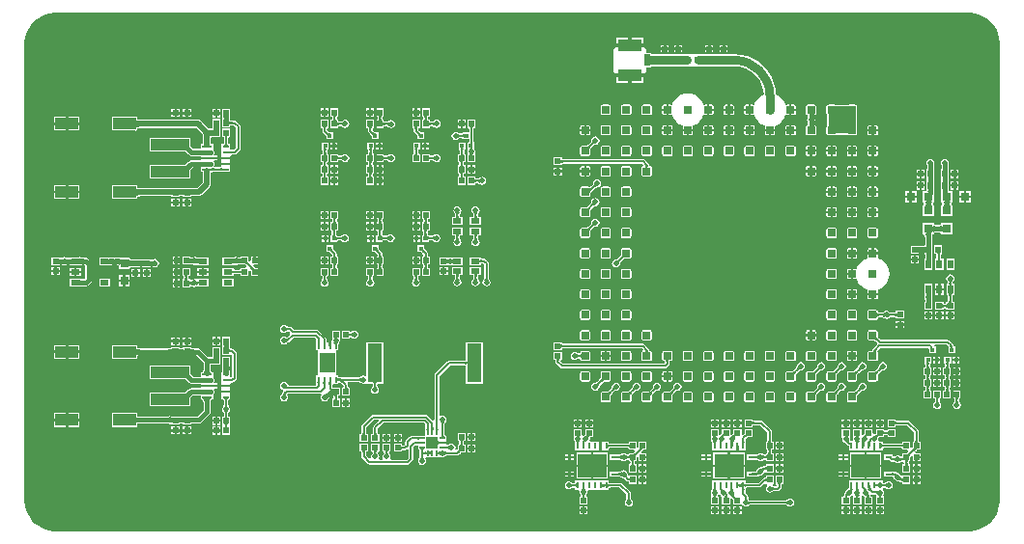
<source format=gtl>
G04*
G04 #@! TF.GenerationSoftware,Altium Limited,Altium Designer,20.0.13 (296)*
G04*
G04 Layer_Physical_Order=1*
G04 Layer_Color=255*
%FSLAX25Y25*%
%MOIN*%
G70*
G01*
G75*
%ADD11C,0.00787*%
%ADD14C,0.01575*%
%ADD16R,0.03150X0.01968*%
%ADD17R,0.03543X0.00984*%
%ADD18R,0.05118X0.00984*%
%ADD19R,0.02362X0.00984*%
%ADD20R,0.00984X0.02362*%
%ADD21R,0.10039X0.08071*%
%ADD22R,0.01850X0.02047*%
%ADD23R,0.00984X0.01968*%
%ADD24R,0.01968X0.00984*%
%ADD25R,0.03937X0.03937*%
%ADD26R,0.05118X0.13386*%
%ADD27R,0.13386X0.03858*%
%ADD28R,0.02047X0.01850*%
%ADD29R,0.03150X0.03150*%
G04:AMPARAMS|DCode=30|XSize=27.56mil|YSize=27.56mil|CornerRadius=2.76mil|HoleSize=0mil|Usage=FLASHONLY|Rotation=0.000|XOffset=0mil|YOffset=0mil|HoleType=Round|Shape=RoundedRectangle|*
%AMROUNDEDRECTD30*
21,1,0.02756,0.02205,0,0,0.0*
21,1,0.02205,0.02756,0,0,0.0*
1,1,0.00551,0.01102,-0.01102*
1,1,0.00551,-0.01102,-0.01102*
1,1,0.00551,-0.01102,0.01102*
1,1,0.00551,0.01102,0.01102*
%
%ADD30ROUNDEDRECTD30*%
%ADD31R,0.05709X0.06890*%
%ADD32R,0.07874X0.03937*%
%ADD33R,0.02362X0.03937*%
%ADD34R,0.03150X0.03150*%
%ADD35R,0.01575X0.01575*%
%ADD36R,0.01575X0.01575*%
%ADD37R,0.01968X0.03150*%
%ADD62C,0.02953*%
%ADD64C,0.03032*%
%ADD65C,0.01968*%
%ADD66C,0.19685*%
%ADD67C,0.01968*%
G36*
X315669Y168288D02*
X317074Y168103D01*
X318442Y167736D01*
X319751Y167194D01*
X320978Y166486D01*
X322102Y165623D01*
X323104Y164621D01*
X323966Y163497D01*
X324674Y162271D01*
X325217Y160962D01*
X325583Y159593D01*
X325768Y158189D01*
Y157480D01*
Y0D01*
Y-708D01*
X325583Y-2113D01*
X325217Y-3481D01*
X324674Y-4790D01*
X323966Y-6017D01*
X323104Y-7141D01*
X322102Y-8143D01*
X320978Y-9005D01*
X319751Y-9714D01*
X318442Y-10256D01*
X317074Y-10623D01*
X315669Y-10808D01*
X314961D01*
X-0Y-10808D01*
X-709D01*
X-2113Y-10623D01*
X-3482Y-10256D01*
X-4791Y-9714D01*
X-6017Y-9005D01*
X-7141Y-8143D01*
X-8143Y-7141D01*
X-9006Y-6017D01*
X-9714Y-4790D01*
X-10256Y-3481D01*
X-10623Y-2113D01*
X-10808Y-708D01*
Y-0D01*
Y157480D01*
Y158189D01*
X-10623Y159593D01*
X-10256Y160962D01*
X-9714Y162271D01*
X-9006Y163497D01*
X-8143Y164621D01*
X-7141Y165623D01*
X-6017Y166486D01*
X-4791Y167194D01*
X-3482Y167736D01*
X-2113Y168103D01*
X-709Y168288D01*
X0Y168288D01*
X314961D01*
X315669Y168288D01*
D02*
G37*
%LPC*%
G36*
X202795Y159768D02*
X198661D01*
Y157602D01*
X202795D01*
Y159768D01*
D02*
G37*
G36*
X197480D02*
X193346D01*
Y157602D01*
X197480D01*
Y159768D01*
D02*
G37*
G36*
X231890Y157067D02*
X231051D01*
Y156327D01*
X231890D01*
Y157067D01*
D02*
G37*
G36*
X230051D02*
X229212D01*
Y156327D01*
X230051D01*
Y157067D01*
D02*
G37*
G36*
X226890D02*
X226051D01*
Y156327D01*
X226890D01*
Y157067D01*
D02*
G37*
G36*
X225051D02*
X224213D01*
Y156327D01*
X225051D01*
Y157067D01*
D02*
G37*
G36*
X216004D02*
X215165D01*
Y156327D01*
X216004D01*
Y157067D01*
D02*
G37*
G36*
X214165D02*
X213327D01*
Y156327D01*
X214165D01*
Y157067D01*
D02*
G37*
G36*
X211504D02*
X210665D01*
Y156327D01*
X211504D01*
Y157067D01*
D02*
G37*
G36*
X209665D02*
X208827D01*
Y156327D01*
X209665D01*
Y157067D01*
D02*
G37*
G36*
X231890Y155327D02*
X231051D01*
Y154587D01*
X231890D01*
Y155327D01*
D02*
G37*
G36*
X230051D02*
X229212D01*
Y154587D01*
X230051D01*
Y155327D01*
D02*
G37*
G36*
X226890D02*
X226051D01*
Y154587D01*
X226890D01*
Y155327D01*
D02*
G37*
G36*
X225051D02*
X224213D01*
Y154587D01*
X225051D01*
Y155327D01*
D02*
G37*
G36*
X216004D02*
X215165D01*
Y154587D01*
X216004D01*
Y155327D01*
D02*
G37*
G36*
X214165D02*
X213327D01*
Y154587D01*
X214165D01*
Y155327D01*
D02*
G37*
G36*
X211504D02*
X210665D01*
Y154587D01*
X211504D01*
Y155327D01*
D02*
G37*
G36*
X209665D02*
X208827D01*
Y154587D01*
X209665D01*
Y155327D01*
D02*
G37*
G36*
X202795Y146185D02*
X198661D01*
Y144020D01*
X202795D01*
Y146185D01*
D02*
G37*
G36*
X197480D02*
X193346D01*
Y144020D01*
X197480D01*
Y146185D01*
D02*
G37*
G36*
X202795Y156421D02*
X198071D01*
X193346D01*
Y156256D01*
X192953D01*
X192651Y156131D01*
X192526Y155830D01*
Y147956D01*
X192651Y147654D01*
X192953Y147529D01*
X193346D01*
Y147366D01*
X198071D01*
X202795D01*
Y147529D01*
X203189D01*
X203490Y147654D01*
X203615Y147956D01*
Y149531D01*
X205551D01*
Y149768D01*
X233661D01*
X233747Y149785D01*
X234240Y149768D01*
D01*
X234732Y149759D01*
X236217Y149613D01*
X238117Y149037D01*
X239868Y148100D01*
X241404Y146841D01*
X242664Y145306D01*
X243600Y143554D01*
X244176Y141654D01*
X244331Y140082D01*
X243578Y139770D01*
X242385Y138855D01*
X241470Y137662D01*
X241033Y136607D01*
X240734Y136516D01*
X240472Y136568D01*
X239764D01*
Y134783D01*
Y132999D01*
X240472D01*
X240734Y133051D01*
X241033Y132960D01*
X241470Y131904D01*
X242385Y130712D01*
X243578Y129797D01*
X244633Y129360D01*
X244724Y129060D01*
X244672Y128799D01*
Y128091D01*
X248241D01*
Y128799D01*
X248189Y129060D01*
X248280Y129360D01*
X249336Y129797D01*
X250528Y130712D01*
X251443Y131904D01*
X251880Y132960D01*
X252180Y133051D01*
X252441Y132999D01*
X253150D01*
Y134783D01*
Y136568D01*
X252441D01*
X252180Y136516D01*
X251880Y136607D01*
X251443Y137662D01*
X250528Y138855D01*
X249336Y139770D01*
X248553Y140094D01*
X248409Y141921D01*
X247883Y144110D01*
X247022Y146190D01*
X245846Y148109D01*
X244384Y149821D01*
X242672Y151283D01*
X240753Y152459D01*
X238673Y153321D01*
X236484Y153846D01*
X234240Y154023D01*
Y154023D01*
X233747Y154002D01*
X233661Y154019D01*
X205551D01*
Y154256D01*
X203615D01*
Y155830D01*
X203490Y156131D01*
X203189Y156256D01*
X202795D01*
Y156421D01*
D02*
G37*
G36*
X218110Y140541D02*
X216620Y140345D01*
X215231Y139770D01*
X214039Y138855D01*
X213124Y137662D01*
X212687Y136607D01*
X212387Y136516D01*
X212126Y136568D01*
X211417D01*
Y134783D01*
Y132999D01*
X212126D01*
X212387Y133051D01*
X212687Y132960D01*
X213124Y131904D01*
X214039Y130712D01*
X215231Y129797D01*
X216286Y129360D01*
X216377Y129060D01*
X216325Y128799D01*
Y128091D01*
X219895D01*
Y128799D01*
X219843Y129060D01*
X219934Y129360D01*
X220989Y129797D01*
X222182Y130712D01*
X223097Y131904D01*
X223534Y132960D01*
X223833Y133051D01*
X224095Y132999D01*
X224803D01*
Y134783D01*
Y136568D01*
X224095D01*
X223833Y136516D01*
X223534Y136607D01*
X223097Y137662D01*
X222182Y138855D01*
X220989Y139770D01*
X219601Y140345D01*
X218110Y140541D01*
D02*
G37*
G36*
X275905Y136568D02*
X273701D01*
X273440Y136516D01*
X273286Y136414D01*
X269233D01*
X269080Y136516D01*
X268819Y136568D01*
X266614D01*
X266353Y136516D01*
X266132Y136368D01*
X265984Y136147D01*
X265932Y135886D01*
Y133681D01*
X265984Y133420D01*
X266132Y133198D01*
X266208Y133148D01*
Y129333D01*
X266132Y129282D01*
X265984Y129060D01*
X265932Y128799D01*
Y126594D01*
X265984Y126333D01*
X266132Y126112D01*
X266353Y125964D01*
X266614Y125912D01*
X268819D01*
X269080Y125964D01*
X269301Y126112D01*
X269326Y126149D01*
X273194D01*
X273218Y126112D01*
X273440Y125964D01*
X273701Y125912D01*
X275905D01*
X276167Y125964D01*
X276388Y126112D01*
X276536Y126333D01*
X276588Y126594D01*
Y128799D01*
X276536Y129060D01*
X276410Y129248D01*
Y133232D01*
X276536Y133420D01*
X276588Y133681D01*
Y135886D01*
X276536Y136147D01*
X276388Y136368D01*
X276167Y136516D01*
X275905Y136568D01*
D02*
G37*
G36*
X254646D02*
X253937D01*
Y135177D01*
X255328D01*
Y135886D01*
X255276Y136147D01*
X255128Y136368D01*
X254907Y136516D01*
X254646Y136568D01*
D02*
G37*
G36*
X238976D02*
X238268D01*
X238006Y136516D01*
X237785Y136368D01*
X237637Y136147D01*
X237585Y135886D01*
Y135177D01*
X238976D01*
Y136568D01*
D02*
G37*
G36*
X233386D02*
X232677D01*
Y135177D01*
X234068D01*
Y135886D01*
X234016Y136147D01*
X233868Y136368D01*
X233647Y136516D01*
X233386Y136568D01*
D02*
G37*
G36*
X231890D02*
X231181D01*
X230920Y136516D01*
X230698Y136368D01*
X230551Y136147D01*
X230499Y135886D01*
Y135177D01*
X231890D01*
Y136568D01*
D02*
G37*
G36*
X226299D02*
X225590D01*
Y135177D01*
X226982D01*
Y135886D01*
X226930Y136147D01*
X226782Y136368D01*
X226560Y136516D01*
X226299Y136568D01*
D02*
G37*
G36*
X210630D02*
X209921D01*
X209660Y136516D01*
X209439Y136368D01*
X209291Y136147D01*
X209239Y135886D01*
Y135177D01*
X210630D01*
Y136568D01*
D02*
G37*
G36*
X109862Y135276D02*
X108937D01*
Y134252D01*
X109862D01*
Y135276D01*
D02*
G37*
G36*
X108150D02*
X107224D01*
Y134252D01*
X108150D01*
Y135276D01*
D02*
G37*
G36*
X125610D02*
X124685D01*
Y134252D01*
X125610D01*
Y135276D01*
D02*
G37*
G36*
X94114D02*
X93189D01*
Y134252D01*
X94114D01*
Y135276D01*
D02*
G37*
G36*
X123898D02*
X122973D01*
Y134252D01*
X123898D01*
Y135276D01*
D02*
G37*
G36*
X92402D02*
X91476D01*
Y134252D01*
X92402D01*
Y135276D01*
D02*
G37*
G36*
X46693Y134902D02*
X45669D01*
Y133976D01*
X46693D01*
Y134902D01*
D02*
G37*
G36*
X44882D02*
X43858D01*
Y133976D01*
X44882D01*
Y134902D01*
D02*
G37*
G36*
X56713Y135000D02*
X55787D01*
Y133976D01*
X56713D01*
Y135000D01*
D02*
G37*
G36*
X55000D02*
X54075D01*
Y133976D01*
X55000D01*
Y135000D01*
D02*
G37*
G36*
X42756Y134902D02*
X41732D01*
Y133976D01*
X42756D01*
Y134902D01*
D02*
G37*
G36*
X40945D02*
X39921D01*
Y133976D01*
X40945D01*
Y134902D01*
D02*
G37*
G36*
X255328Y134390D02*
X253937D01*
Y132999D01*
X254646D01*
X254907Y133051D01*
X255128Y133198D01*
X255276Y133420D01*
X255328Y133681D01*
Y134390D01*
D02*
G37*
G36*
X238976D02*
X237585D01*
Y133681D01*
X237637Y133420D01*
X237785Y133198D01*
X238006Y133051D01*
X238268Y132999D01*
X238976D01*
Y134390D01*
D02*
G37*
G36*
X234068D02*
X232677D01*
Y132999D01*
X233386D01*
X233647Y133051D01*
X233868Y133198D01*
X234016Y133420D01*
X234068Y133681D01*
Y134390D01*
D02*
G37*
G36*
X231890D02*
X230499D01*
Y133681D01*
X230551Y133420D01*
X230698Y133198D01*
X230920Y133051D01*
X231181Y132999D01*
X231890D01*
Y134390D01*
D02*
G37*
G36*
X226982D02*
X225590D01*
Y132999D01*
X226299D01*
X226560Y133051D01*
X226782Y133198D01*
X226930Y133420D01*
X226982Y133681D01*
Y134390D01*
D02*
G37*
G36*
X210630D02*
X209239D01*
Y133681D01*
X209291Y133420D01*
X209439Y133198D01*
X209660Y133051D01*
X209921Y132999D01*
X210630D01*
Y134390D01*
D02*
G37*
G36*
X205039Y136568D02*
X202835D01*
X202573Y136516D01*
X202352Y136368D01*
X202204Y136147D01*
X202152Y135886D01*
Y133681D01*
X202204Y133420D01*
X202352Y133198D01*
X202573Y133051D01*
X202835Y132999D01*
X205039D01*
X205300Y133051D01*
X205522Y133198D01*
X205670Y133420D01*
X205722Y133681D01*
Y135886D01*
X205670Y136147D01*
X205522Y136368D01*
X205300Y136516D01*
X205039Y136568D01*
D02*
G37*
G36*
X197953D02*
X195748D01*
X195487Y136516D01*
X195265Y136368D01*
X195118Y136147D01*
X195066Y135886D01*
Y133681D01*
X195118Y133420D01*
X195265Y133198D01*
X195487Y133051D01*
X195748Y132999D01*
X197953D01*
X198214Y133051D01*
X198435Y133198D01*
X198583Y133420D01*
X198635Y133681D01*
Y135886D01*
X198583Y136147D01*
X198435Y136368D01*
X198214Y136516D01*
X197953Y136568D01*
D02*
G37*
G36*
X190866D02*
X188661D01*
X188400Y136516D01*
X188179Y136368D01*
X188031Y136147D01*
X187979Y135886D01*
Y133681D01*
X188031Y133420D01*
X188179Y133198D01*
X188400Y133051D01*
X188661Y132999D01*
X190866D01*
X191127Y133051D01*
X191349Y133198D01*
X191497Y133420D01*
X191549Y133681D01*
Y135886D01*
X191497Y136147D01*
X191349Y136368D01*
X191127Y136516D01*
X190866Y136568D01*
D02*
G37*
G36*
X125610Y133465D02*
X124685D01*
Y132441D01*
X125610D01*
Y133465D01*
D02*
G37*
G36*
X123898D02*
X122973D01*
Y132441D01*
X123898D01*
Y133465D01*
D02*
G37*
G36*
X109862Y133465D02*
X108937D01*
Y132441D01*
X109862D01*
Y133465D01*
D02*
G37*
G36*
X108150D02*
X107224D01*
Y132441D01*
X108150D01*
Y133465D01*
D02*
G37*
G36*
X94114Y133465D02*
X93189D01*
Y132441D01*
X94114D01*
Y133465D01*
D02*
G37*
G36*
X92402D02*
X91476D01*
Y132441D01*
X92402D01*
Y133465D01*
D02*
G37*
G36*
X27547Y132304D02*
X27538Y132300D01*
X27502Y132301D01*
X27469Y132283D01*
X19291D01*
Y127559D01*
X27453D01*
X27469Y127559D01*
X27502Y127541D01*
X27538Y127542D01*
X27547Y127539D01*
X27953Y127559D01*
X27953Y127786D01*
X28119Y128244D01*
X28119Y128244D01*
X28230Y128312D01*
X28391Y128376D01*
X28601Y128432D01*
X28860Y128475D01*
X29166Y128502D01*
X29527Y128511D01*
X29539Y128516D01*
X48497D01*
X50760Y126253D01*
Y122933D01*
X50000D01*
Y121283D01*
X47347D01*
X47007Y121636D01*
X46676Y122018D01*
X46566Y122163D01*
X46489Y122279D01*
X46457Y122341D01*
Y122369D01*
X46477Y122418D01*
X46457Y122467D01*
Y122538D01*
X46457Y122546D01*
X46457Y122547D01*
Y125098D01*
X32283D01*
Y120453D01*
X44363D01*
X44363Y120452D01*
X44371Y120453D01*
X44442D01*
X44492Y120432D01*
X44541Y120453D01*
X44569D01*
X44631Y120420D01*
X44735Y120351D01*
X45506Y119683D01*
X45752Y119441D01*
X45774Y119432D01*
X45979Y119227D01*
X45979Y119227D01*
X46370Y118966D01*
X46831Y118875D01*
X50000D01*
Y118504D01*
X52953D01*
X55905D01*
Y118996D01*
X54842D01*
X54575Y119496D01*
X54656Y119618D01*
X54748Y120079D01*
X54656Y120540D01*
X54522Y120740D01*
X54331Y121161D01*
Y122933D01*
X53570D01*
Y125041D01*
X53810Y125280D01*
X54070Y125391D01*
X54379Y125383D01*
X54427Y125380D01*
X54448Y125387D01*
X54480Y125373D01*
X54530Y125394D01*
X56713D01*
Y127728D01*
X56713Y127773D01*
X56733Y127823D01*
X56713Y128228D01*
X56708Y128728D01*
X56713Y128779D01*
X56733Y129185D01*
X56713Y129235D01*
Y131614D01*
X54075D01*
Y129279D01*
X54075Y129235D01*
X54054Y129185D01*
X54075Y128779D01*
X53807Y128390D01*
X53671Y128238D01*
X52762Y128225D01*
X50072Y130915D01*
X49616Y131219D01*
X49079Y131326D01*
X46693D01*
Y131516D01*
X43858D01*
Y131326D01*
X42756D01*
Y131516D01*
X39921D01*
Y131326D01*
X29539D01*
X29527Y131332D01*
X29166Y131341D01*
X28860Y131368D01*
X28601Y131410D01*
X28391Y131466D01*
X28230Y131531D01*
X28119Y131598D01*
X28119Y131598D01*
X27953Y132056D01*
Y132283D01*
X27547Y132304D01*
D02*
G37*
G36*
X46693Y133189D02*
X45669D01*
Y132264D01*
X46693D01*
Y133189D01*
D02*
G37*
G36*
X44882D02*
X43858D01*
Y132264D01*
X44882D01*
Y133189D01*
D02*
G37*
G36*
X42756Y133189D02*
X41732D01*
Y132264D01*
X42756D01*
Y133189D01*
D02*
G37*
G36*
X40945D02*
X39921D01*
Y132264D01*
X40945D01*
Y133189D01*
D02*
G37*
G36*
X56713Y133189D02*
X55787D01*
Y132165D01*
X56713D01*
Y133189D01*
D02*
G37*
G36*
X55000D02*
X54075D01*
Y132165D01*
X55000D01*
Y133189D01*
D02*
G37*
G36*
X8268Y132283D02*
X4331D01*
Y130315D01*
X8268D01*
Y132283D01*
D02*
G37*
G36*
X3543D02*
X-394D01*
Y130315D01*
X3543D01*
Y132283D01*
D02*
G37*
G36*
X141358Y131339D02*
X140433D01*
Y130315D01*
X141358D01*
Y131339D01*
D02*
G37*
G36*
X139646D02*
X138721D01*
Y130315D01*
X139646D01*
Y131339D01*
D02*
G37*
G36*
X128996Y135276D02*
X126358D01*
Y132441D01*
X126813D01*
X126815Y132436D01*
X126831Y132378D01*
X126845Y132294D01*
X126854Y132187D01*
X126857Y132048D01*
X126874Y132010D01*
Y131769D01*
X126857Y131731D01*
X126854Y131592D01*
X126845Y131485D01*
X126831Y131402D01*
X126815Y131343D01*
X126813Y131339D01*
X126358D01*
Y128504D01*
X128996D01*
Y129054D01*
X129010Y129060D01*
X129067Y129075D01*
X129148Y129089D01*
X129253Y129098D01*
X129389Y129102D01*
X129427Y129118D01*
X130051D01*
X130063Y129110D01*
X130076Y129106D01*
X130082Y129103D01*
X130091Y129102D01*
X130106Y129097D01*
X130139Y129082D01*
X130175Y129063D01*
X130474Y128866D01*
X130561Y128800D01*
X130648Y128778D01*
X130880Y128623D01*
X131417Y128516D01*
X131955Y128623D01*
X132411Y128928D01*
X132715Y129384D01*
X132822Y129921D01*
X132715Y130459D01*
X132411Y130915D01*
X131955Y131219D01*
X131417Y131326D01*
X130880Y131219D01*
X130648Y131065D01*
X130561Y131042D01*
X130470Y130973D01*
X130310Y130861D01*
X130182Y130783D01*
X130139Y130760D01*
X130106Y130745D01*
X130091Y130740D01*
X130082Y130739D01*
X130076Y130736D01*
X130063Y130733D01*
X130051Y130724D01*
X129427D01*
X129389Y130741D01*
X129253Y130745D01*
X129148Y130754D01*
X129067Y130767D01*
X129010Y130782D01*
X128996Y130788D01*
Y131339D01*
X128541D01*
X128539Y131343D01*
X128524Y131402D01*
X128510Y131485D01*
X128500Y131592D01*
X128497Y131731D01*
X128480Y131769D01*
Y132010D01*
X128497Y132048D01*
X128500Y132187D01*
X128510Y132294D01*
X128524Y132378D01*
X128539Y132436D01*
X128541Y132441D01*
X128996D01*
Y135276D01*
D02*
G37*
G36*
X97500D02*
X94862D01*
Y132441D01*
X95317D01*
X95319Y132436D01*
X95335Y132378D01*
X95349Y132294D01*
X95358Y132187D01*
X95361Y132048D01*
X95378Y132010D01*
Y131769D01*
X95361Y131731D01*
X95358Y131592D01*
X95349Y131485D01*
X95335Y131402D01*
X95319Y131343D01*
X95317Y131339D01*
X94862D01*
Y128504D01*
X97500D01*
Y129054D01*
X97514Y129060D01*
X97571Y129075D01*
X97652Y129089D01*
X97756Y129098D01*
X97893Y129102D01*
X97931Y129118D01*
X98554D01*
X98567Y129110D01*
X98580Y129106D01*
X98586Y129103D01*
X98595Y129102D01*
X98610Y129097D01*
X98643Y129082D01*
X98679Y129063D01*
X98978Y128866D01*
X99065Y128800D01*
X99152Y128778D01*
X99384Y128623D01*
X99921Y128516D01*
X100459Y128623D01*
X100915Y128928D01*
X101219Y129384D01*
X101326Y129921D01*
X101219Y130459D01*
X100915Y130915D01*
X100459Y131219D01*
X99921Y131326D01*
X99384Y131219D01*
X99152Y131065D01*
X99065Y131042D01*
X98974Y130973D01*
X98814Y130861D01*
X98686Y130783D01*
X98643Y130760D01*
X98610Y130745D01*
X98595Y130740D01*
X98586Y130739D01*
X98580Y130736D01*
X98567Y130733D01*
X98554Y130724D01*
X97931D01*
X97893Y130741D01*
X97756Y130745D01*
X97652Y130754D01*
X97571Y130767D01*
X97514Y130782D01*
X97500Y130788D01*
Y131339D01*
X97045D01*
X97043Y131343D01*
X97027Y131402D01*
X97014Y131485D01*
X97004Y131592D01*
X97001Y131731D01*
X96984Y131769D01*
Y132010D01*
X97001Y132048D01*
X97004Y132187D01*
X97014Y132294D01*
X97027Y132378D01*
X97043Y132436D01*
X97045Y132441D01*
X97500D01*
Y135276D01*
D02*
G37*
G36*
X141358Y129528D02*
X140433D01*
Y128504D01*
X141358D01*
Y129528D01*
D02*
G37*
G36*
X139646D02*
X138721D01*
Y128504D01*
X139646D01*
Y129528D01*
D02*
G37*
G36*
X113248Y135276D02*
X110610D01*
Y132441D01*
X111065D01*
X111067Y132436D01*
X111083Y132378D01*
X111097Y132294D01*
X111106Y132187D01*
X111109Y132048D01*
X111126Y132010D01*
Y131769D01*
X111109Y131731D01*
X111106Y131592D01*
X111097Y131485D01*
X111083Y131402D01*
X111067Y131343D01*
X111065Y131339D01*
X110610D01*
Y128504D01*
X113248D01*
Y129029D01*
X113262Y129035D01*
X113319Y129050D01*
X113400Y129063D01*
X113505Y129073D01*
X113641Y129076D01*
X113679Y129093D01*
X114288D01*
X114299Y129085D01*
X114316Y129081D01*
X114321Y129078D01*
X114328Y129077D01*
X114340Y129073D01*
X114372Y129058D01*
X114408Y129038D01*
X114706Y128834D01*
X114793Y128765D01*
X114878Y128742D01*
X115132Y128573D01*
X115669Y128466D01*
X116207Y128573D01*
X116663Y128877D01*
X116967Y129333D01*
X117074Y129871D01*
X116967Y130408D01*
X116663Y130864D01*
X116207Y131169D01*
X115669Y131275D01*
X115132Y131169D01*
X114921Y131028D01*
X114834Y131007D01*
X114743Y130941D01*
X114582Y130833D01*
X114454Y130757D01*
X114411Y130736D01*
X114377Y130721D01*
X114359Y130715D01*
X114348Y130714D01*
X114341Y130711D01*
X114331Y130709D01*
X114317Y130699D01*
X113679D01*
X113641Y130716D01*
X113505Y130719D01*
X113400Y130728D01*
X113319Y130742D01*
X113262Y130757D01*
X113248Y130763D01*
Y131339D01*
X112793D01*
X112791Y131343D01*
X112775Y131402D01*
X112762Y131485D01*
X112752Y131592D01*
X112749Y131731D01*
X112732Y131769D01*
Y132010D01*
X112749Y132048D01*
X112752Y132187D01*
X112762Y132294D01*
X112775Y132378D01*
X112791Y132436D01*
X112793Y132441D01*
X113248D01*
Y135276D01*
D02*
G37*
G36*
X282992Y129482D02*
X282283D01*
Y128091D01*
X283675D01*
Y128799D01*
X283623Y129060D01*
X283475Y129282D01*
X283253Y129430D01*
X282992Y129482D01*
D02*
G37*
G36*
X281496D02*
X280787D01*
X280526Y129430D01*
X280305Y129282D01*
X280157Y129060D01*
X280105Y128799D01*
Y128091D01*
X281496D01*
Y129482D01*
D02*
G37*
G36*
X254646D02*
X253937D01*
Y128091D01*
X255328D01*
Y128799D01*
X255276Y129060D01*
X255128Y129282D01*
X254907Y129430D01*
X254646Y129482D01*
D02*
G37*
G36*
X253150D02*
X252441D01*
X252180Y129430D01*
X251958Y129282D01*
X251810Y129060D01*
X251759Y128799D01*
Y128091D01*
X253150D01*
Y129482D01*
D02*
G37*
G36*
X240472D02*
X239764D01*
Y128091D01*
X241155D01*
Y128799D01*
X241103Y129060D01*
X240955Y129282D01*
X240734Y129430D01*
X240472Y129482D01*
D02*
G37*
G36*
X238976D02*
X238268D01*
X238006Y129430D01*
X237785Y129282D01*
X237637Y129060D01*
X237585Y128799D01*
Y128091D01*
X238976D01*
Y129482D01*
D02*
G37*
G36*
X233386D02*
X232677D01*
Y128091D01*
X234068D01*
Y128799D01*
X234016Y129060D01*
X233868Y129282D01*
X233647Y129430D01*
X233386Y129482D01*
D02*
G37*
G36*
X231890D02*
X231181D01*
X230920Y129430D01*
X230698Y129282D01*
X230551Y129060D01*
X230499Y128799D01*
Y128091D01*
X231890D01*
Y129482D01*
D02*
G37*
G36*
X226299D02*
X225590D01*
Y128091D01*
X226982D01*
Y128799D01*
X226930Y129060D01*
X226782Y129282D01*
X226560Y129430D01*
X226299Y129482D01*
D02*
G37*
G36*
X224803D02*
X224095D01*
X223833Y129430D01*
X223612Y129282D01*
X223464Y129060D01*
X223412Y128799D01*
Y128091D01*
X224803D01*
Y129482D01*
D02*
G37*
G36*
X212126D02*
X211417D01*
Y128091D01*
X212808D01*
Y128799D01*
X212756Y129060D01*
X212609Y129282D01*
X212387Y129430D01*
X212126Y129482D01*
D02*
G37*
G36*
X210630D02*
X209921D01*
X209660Y129430D01*
X209439Y129282D01*
X209291Y129060D01*
X209239Y128799D01*
Y128091D01*
X210630D01*
Y129482D01*
D02*
G37*
G36*
X183780D02*
X183071D01*
Y128091D01*
X184462D01*
Y128799D01*
X184410Y129060D01*
X184262Y129282D01*
X184041Y129430D01*
X183780Y129482D01*
D02*
G37*
G36*
X182283D02*
X181575D01*
X181314Y129430D01*
X181092Y129282D01*
X180944Y129060D01*
X180892Y128799D01*
Y128091D01*
X182283D01*
Y129482D01*
D02*
G37*
G36*
X8268Y129528D02*
X4331D01*
Y127559D01*
X8268D01*
Y129528D01*
D02*
G37*
G36*
X3543D02*
X-394D01*
Y127559D01*
X3543D01*
Y129528D01*
D02*
G37*
G36*
X144744Y131339D02*
X142106D01*
Y128504D01*
X142561D01*
X142563Y128499D01*
X142579Y128441D01*
X142593Y128357D01*
X142602Y128250D01*
X142605Y128111D01*
X142622Y128073D01*
Y126969D01*
X141051D01*
X141036Y126969D01*
X141003Y126987D01*
X140966Y126985D01*
X140957Y126989D01*
X140551Y126969D01*
Y126758D01*
X140189Y126619D01*
X140104Y126590D01*
X139359D01*
X139347Y126599D01*
X139333Y126602D01*
X139327Y126605D01*
X139318Y126606D01*
X139304Y126611D01*
X139270Y126627D01*
X139234Y126645D01*
X138935Y126843D01*
X138848Y126908D01*
X138761Y126931D01*
X138530Y127085D01*
X137992Y127192D01*
X137454Y127085D01*
X136999Y126781D01*
X136694Y126325D01*
X136587Y125787D01*
X136694Y125250D01*
X136999Y124794D01*
X137454Y124489D01*
X137992Y124382D01*
X138530Y124489D01*
X138761Y124644D01*
X138848Y124666D01*
X138940Y124735D01*
X139100Y124848D01*
X139228Y124926D01*
X139270Y124948D01*
X139304Y124963D01*
X139318Y124969D01*
X139327Y124969D01*
X139333Y124972D01*
X139347Y124976D01*
X139359Y124985D01*
X140104D01*
X140551Y124833D01*
Y124606D01*
X140957Y124586D01*
X140966Y124590D01*
X141003Y124588D01*
X141036Y124606D01*
X142622D01*
Y123856D01*
X142605Y123818D01*
X142602Y123680D01*
X142593Y123573D01*
X142579Y123490D01*
X142563Y123432D01*
X142561Y123425D01*
X142028D01*
Y121063D01*
X142027Y121063D01*
X142058Y120563D01*
X142001Y120276D01*
X142054Y120006D01*
X142106Y119528D01*
X142106Y119527D01*
X142106Y119527D01*
Y116693D01*
X144744D01*
Y119527D01*
X144744Y119528D01*
X144760Y120021D01*
X144810Y120276D01*
X144703Y120813D01*
X144560Y121028D01*
X144539Y121115D01*
X144472Y121207D01*
X144390Y121327D01*
Y122906D01*
X144397Y122916D01*
X144390Y122967D01*
X144390Y122973D01*
X144410Y123023D01*
X144390Y123425D01*
X144228Y123910D01*
Y128073D01*
X144245Y128111D01*
X144248Y128250D01*
X144258Y128357D01*
X144272Y128441D01*
X144287Y128499D01*
X144289Y128504D01*
X144744D01*
Y131339D01*
D02*
G37*
G36*
X283675Y127303D02*
X282283D01*
Y125912D01*
X282992D01*
X283253Y125964D01*
X283475Y126112D01*
X283623Y126333D01*
X283675Y126594D01*
Y127303D01*
D02*
G37*
G36*
X281496D02*
X280105D01*
Y126594D01*
X280157Y126333D01*
X280305Y126112D01*
X280526Y125964D01*
X280787Y125912D01*
X281496D01*
Y127303D01*
D02*
G37*
G36*
X261732Y136568D02*
X259527D01*
X259266Y136516D01*
X259045Y136368D01*
X258897Y136147D01*
X258845Y135886D01*
Y133681D01*
X258897Y133420D01*
X259045Y133198D01*
X259266Y133051D01*
X259426Y133019D01*
Y131918D01*
X259332Y131778D01*
X259225Y131240D01*
X259332Y130702D01*
X259426Y130562D01*
Y129461D01*
X259266Y129430D01*
X259045Y129282D01*
X258897Y129060D01*
X258845Y128799D01*
Y126594D01*
X258897Y126333D01*
X259045Y126112D01*
X259266Y125964D01*
X259527Y125912D01*
X261732D01*
X261993Y125964D01*
X262215Y126112D01*
X262363Y126333D01*
X262415Y126594D01*
Y128799D01*
X262363Y129060D01*
X262215Y129282D01*
X261993Y129430D01*
X261834Y129461D01*
Y130562D01*
X261928Y130702D01*
X262035Y131240D01*
X261928Y131778D01*
X261834Y131918D01*
Y133019D01*
X261993Y133051D01*
X262215Y133198D01*
X262363Y133420D01*
X262415Y133681D01*
Y135886D01*
X262363Y136147D01*
X262215Y136368D01*
X261993Y136516D01*
X261732Y136568D01*
D02*
G37*
G36*
X255328Y127303D02*
X253937D01*
Y125912D01*
X254646D01*
X254907Y125964D01*
X255128Y126112D01*
X255276Y126333D01*
X255328Y126594D01*
Y127303D01*
D02*
G37*
G36*
X253150D02*
X251759D01*
Y126594D01*
X251810Y126333D01*
X251958Y126112D01*
X252180Y125964D01*
X252441Y125912D01*
X253150D01*
Y127303D01*
D02*
G37*
G36*
X248241D02*
X246850D01*
Y125912D01*
X247559D01*
X247820Y125964D01*
X248042Y126112D01*
X248189Y126333D01*
X248241Y126594D01*
Y127303D01*
D02*
G37*
G36*
X246063D02*
X244672D01*
Y126594D01*
X244724Y126333D01*
X244872Y126112D01*
X245093Y125964D01*
X245354Y125912D01*
X246063D01*
Y127303D01*
D02*
G37*
G36*
X241155D02*
X239764D01*
Y125912D01*
X240472D01*
X240734Y125964D01*
X240955Y126112D01*
X241103Y126333D01*
X241155Y126594D01*
Y127303D01*
D02*
G37*
G36*
X238976D02*
X237585D01*
Y126594D01*
X237637Y126333D01*
X237785Y126112D01*
X238006Y125964D01*
X238268Y125912D01*
X238976D01*
Y127303D01*
D02*
G37*
G36*
X234068D02*
X232677D01*
Y125912D01*
X233386D01*
X233647Y125964D01*
X233868Y126112D01*
X234016Y126333D01*
X234068Y126594D01*
Y127303D01*
D02*
G37*
G36*
X231890D02*
X230499D01*
Y126594D01*
X230551Y126333D01*
X230698Y126112D01*
X230920Y125964D01*
X231181Y125912D01*
X231890D01*
Y127303D01*
D02*
G37*
G36*
X226982D02*
X225590D01*
Y125912D01*
X226299D01*
X226560Y125964D01*
X226782Y126112D01*
X226930Y126333D01*
X226982Y126594D01*
Y127303D01*
D02*
G37*
G36*
X224803D02*
X223412D01*
Y126594D01*
X223464Y126333D01*
X223612Y126112D01*
X223833Y125964D01*
X224095Y125912D01*
X224803D01*
Y127303D01*
D02*
G37*
G36*
X219895D02*
X218504D01*
Y125912D01*
X219213D01*
X219474Y125964D01*
X219695Y126112D01*
X219843Y126333D01*
X219895Y126594D01*
Y127303D01*
D02*
G37*
G36*
X217717D02*
X216325D01*
Y126594D01*
X216377Y126333D01*
X216525Y126112D01*
X216747Y125964D01*
X217008Y125912D01*
X217717D01*
Y127303D01*
D02*
G37*
G36*
X212808D02*
X211417D01*
Y125912D01*
X212126D01*
X212387Y125964D01*
X212609Y126112D01*
X212756Y126333D01*
X212808Y126594D01*
Y127303D01*
D02*
G37*
G36*
X210630D02*
X209239D01*
Y126594D01*
X209291Y126333D01*
X209439Y126112D01*
X209660Y125964D01*
X209921Y125912D01*
X210630D01*
Y127303D01*
D02*
G37*
G36*
X205039Y129482D02*
X202835D01*
X202573Y129430D01*
X202352Y129282D01*
X202204Y129060D01*
X202152Y128799D01*
Y126594D01*
X202204Y126333D01*
X202352Y126112D01*
X202573Y125964D01*
X202835Y125912D01*
X205039D01*
X205300Y125964D01*
X205522Y126112D01*
X205670Y126333D01*
X205722Y126594D01*
Y128799D01*
X205670Y129060D01*
X205522Y129282D01*
X205300Y129430D01*
X205039Y129482D01*
D02*
G37*
G36*
X197953D02*
X195748D01*
X195487Y129430D01*
X195265Y129282D01*
X195118Y129060D01*
X195066Y128799D01*
Y126594D01*
X195118Y126333D01*
X195265Y126112D01*
X195487Y125964D01*
X195748Y125912D01*
X197953D01*
X198214Y125964D01*
X198435Y126112D01*
X198583Y126333D01*
X198635Y126594D01*
Y128799D01*
X198583Y129060D01*
X198435Y129282D01*
X198214Y129430D01*
X197953Y129482D01*
D02*
G37*
G36*
X190866D02*
X188661D01*
X188400Y129430D01*
X188179Y129282D01*
X188031Y129060D01*
X187979Y128799D01*
Y126594D01*
X188031Y126333D01*
X188179Y126112D01*
X188400Y125964D01*
X188661Y125912D01*
X190866D01*
X191127Y125964D01*
X191349Y126112D01*
X191497Y126333D01*
X191549Y126594D01*
Y128799D01*
X191497Y129060D01*
X191349Y129282D01*
X191127Y129430D01*
X190866Y129482D01*
D02*
G37*
G36*
X184462Y127303D02*
X183071D01*
Y125912D01*
X183780D01*
X184041Y125964D01*
X184262Y126112D01*
X184410Y126333D01*
X184462Y126594D01*
Y127303D01*
D02*
G37*
G36*
X182283D02*
X180892D01*
Y126594D01*
X180944Y126333D01*
X181092Y126112D01*
X181314Y125964D01*
X181575Y125912D01*
X182283D01*
Y127303D01*
D02*
G37*
G36*
X125610Y131339D02*
X122973D01*
Y128504D01*
X123428D01*
X123430Y128499D01*
X123445Y128441D01*
X123459Y128357D01*
X123468Y128250D01*
X123472Y128111D01*
X123488Y128073D01*
Y127480D01*
X123550Y127173D01*
X123724Y126913D01*
X124326Y126310D01*
X124340Y126273D01*
X124619Y125972D01*
X124711Y125857D01*
X124781Y125756D01*
X124803Y125718D01*
Y125499D01*
X124783Y125449D01*
X124796Y125417D01*
X124788Y125383D01*
X124803Y125358D01*
Y124606D01*
X127165D01*
Y126969D01*
X126414D01*
X126389Y126984D01*
X126355Y126976D01*
X126322Y126989D01*
X126273Y126969D01*
X126054D01*
X126016Y126990D01*
X125920Y127057D01*
X125656Y127280D01*
X125505Y127426D01*
X125465Y127442D01*
X125094Y127813D01*
Y128073D01*
X125111Y128111D01*
X125115Y128250D01*
X125124Y128357D01*
X125138Y128441D01*
X125153Y128499D01*
X125155Y128504D01*
X125610D01*
Y131339D01*
D02*
G37*
G36*
X109862D02*
X107224D01*
Y128504D01*
X107679D01*
X107682Y128499D01*
X107697Y128441D01*
X107711Y128357D01*
X107720Y128250D01*
X107724Y128111D01*
X107740Y128073D01*
Y127480D01*
X107802Y127173D01*
X107976Y126913D01*
X108578Y126310D01*
X108592Y126273D01*
X108871Y125972D01*
X108963Y125857D01*
X109033Y125756D01*
X109055Y125718D01*
Y125499D01*
X109035Y125449D01*
X109048Y125417D01*
X109040Y125383D01*
X109055Y125358D01*
Y124606D01*
X111417D01*
Y126969D01*
X110666D01*
X110641Y126984D01*
X110607Y126976D01*
X110574Y126989D01*
X110525Y126969D01*
X110306D01*
X110268Y126990D01*
X110172Y127057D01*
X109908Y127280D01*
X109757Y127426D01*
X109717Y127442D01*
X109346Y127813D01*
Y128073D01*
X109363Y128111D01*
X109367Y128250D01*
X109376Y128357D01*
X109390Y128441D01*
X109405Y128499D01*
X109407Y128504D01*
X109862D01*
Y131339D01*
D02*
G37*
G36*
X94114D02*
X91476D01*
Y128504D01*
X91931D01*
X91934Y128499D01*
X91949Y128441D01*
X91963Y128357D01*
X91972Y128250D01*
X91976Y128111D01*
X91992Y128073D01*
Y127480D01*
X92054Y127173D01*
X92228Y126913D01*
X92830Y126310D01*
X92844Y126273D01*
X93123Y125972D01*
X93215Y125857D01*
X93285Y125756D01*
X93307Y125718D01*
Y125499D01*
X93287Y125449D01*
X93300Y125417D01*
X93292Y125383D01*
X93307Y125358D01*
Y124606D01*
X95669D01*
Y126969D01*
X94918D01*
X94893Y126984D01*
X94859Y126976D01*
X94826Y126989D01*
X94777Y126969D01*
X94558D01*
X94520Y126990D01*
X94424Y127057D01*
X94160Y127280D01*
X94009Y127426D01*
X93969Y127442D01*
X93598Y127813D01*
Y128073D01*
X93615Y128111D01*
X93619Y128250D01*
X93628Y128357D01*
X93642Y128441D01*
X93657Y128499D01*
X93659Y128504D01*
X94114D01*
Y131339D01*
D02*
G37*
G36*
X128642Y123425D02*
X127854D01*
Y122638D01*
X128642D01*
Y123425D01*
D02*
G37*
G36*
X127067D02*
X126279D01*
Y122638D01*
X127067D01*
Y123425D01*
D02*
G37*
G36*
X112894D02*
X112106D01*
Y122638D01*
X112894D01*
Y123425D01*
D02*
G37*
G36*
X111319D02*
X110531D01*
Y122638D01*
X111319D01*
Y123425D01*
D02*
G37*
G36*
X97146D02*
X96358D01*
Y122638D01*
X97146D01*
Y123425D01*
D02*
G37*
G36*
X95571D02*
X94784D01*
Y122638D01*
X95571D01*
Y123425D01*
D02*
G37*
G36*
X186221Y125558D02*
X185683Y125452D01*
X185227Y125147D01*
X184923Y124691D01*
X184868Y124418D01*
X184823Y124341D01*
X184807Y124227D01*
X184773Y124035D01*
X184738Y123889D01*
X184723Y123843D01*
X184710Y123809D01*
X184704Y123795D01*
X184698Y123788D01*
X184696Y123782D01*
X184689Y123770D01*
X184686Y123755D01*
X183796Y122864D01*
X183758Y122850D01*
X183456Y122569D01*
X183338Y122474D01*
X183236Y122403D01*
X183223Y122395D01*
X182936D01*
X182935Y122396D01*
X182933Y122395D01*
X181575D01*
X181314Y122343D01*
X181092Y122195D01*
X180944Y121974D01*
X180892Y121713D01*
Y119508D01*
X180944Y119247D01*
X181092Y119025D01*
X181314Y118877D01*
X181575Y118825D01*
X183780D01*
X184041Y118877D01*
X184262Y119025D01*
X184410Y119247D01*
X184462Y119508D01*
Y120867D01*
X184462Y120868D01*
X184462Y120869D01*
Y121156D01*
X184469Y121169D01*
X184538Y121267D01*
X184764Y121532D01*
X184912Y121685D01*
X184927Y121725D01*
X185822Y122619D01*
X185837Y122622D01*
X185849Y122629D01*
X185855Y122631D01*
X185862Y122637D01*
X185876Y122643D01*
X185910Y122656D01*
X185949Y122669D01*
X186300Y122740D01*
X186408Y122756D01*
X186485Y122801D01*
X186758Y122855D01*
X187214Y123160D01*
X187519Y123616D01*
X187625Y124153D01*
X187519Y124691D01*
X187214Y125147D01*
X186758Y125452D01*
X186221Y125558D01*
D02*
G37*
G36*
X128642Y121850D02*
X127854D01*
Y121063D01*
X128642D01*
Y121850D01*
D02*
G37*
G36*
X127067D02*
X126279D01*
Y121063D01*
X127067D01*
Y121850D01*
D02*
G37*
G36*
X112894Y121850D02*
X112106D01*
Y121063D01*
X112894D01*
Y121850D01*
D02*
G37*
G36*
X111319D02*
X110531D01*
Y121063D01*
X111319D01*
Y121850D01*
D02*
G37*
G36*
X97146Y121850D02*
X96358D01*
Y121063D01*
X97146D01*
Y121850D01*
D02*
G37*
G36*
X95571D02*
X94784D01*
Y121063D01*
X95571D01*
Y121850D01*
D02*
G37*
G36*
X282992Y122395D02*
X282283D01*
Y121004D01*
X283675D01*
Y121713D01*
X283623Y121974D01*
X283475Y122195D01*
X283253Y122343D01*
X282992Y122395D01*
D02*
G37*
G36*
X281496D02*
X280787D01*
X280526Y122343D01*
X280305Y122195D01*
X280157Y121974D01*
X280105Y121713D01*
Y121004D01*
X281496D01*
Y122395D01*
D02*
G37*
G36*
X275905D02*
X275197D01*
Y121004D01*
X276588D01*
Y121713D01*
X276536Y121974D01*
X276388Y122195D01*
X276167Y122343D01*
X275905Y122395D01*
D02*
G37*
G36*
X274409D02*
X273701D01*
X273440Y122343D01*
X273218Y122195D01*
X273070Y121974D01*
X273018Y121713D01*
Y121004D01*
X274409D01*
Y122395D01*
D02*
G37*
G36*
X268819D02*
X268110D01*
Y121004D01*
X269501D01*
Y121713D01*
X269449Y121974D01*
X269301Y122195D01*
X269080Y122343D01*
X268819Y122395D01*
D02*
G37*
G36*
X267323D02*
X266614D01*
X266353Y122343D01*
X266132Y122195D01*
X265984Y121974D01*
X265932Y121713D01*
Y121004D01*
X267323D01*
Y122395D01*
D02*
G37*
G36*
X261732D02*
X261024D01*
Y121004D01*
X262415D01*
Y121713D01*
X262363Y121974D01*
X262215Y122195D01*
X261993Y122343D01*
X261732Y122395D01*
D02*
G37*
G36*
X260236D02*
X259527D01*
X259266Y122343D01*
X259045Y122195D01*
X258897Y121974D01*
X258845Y121713D01*
Y121004D01*
X260236D01*
Y122395D01*
D02*
G37*
G36*
X60098Y135000D02*
X57461D01*
Y132665D01*
X57461Y132620D01*
X57440Y132571D01*
X57461Y132165D01*
X57466Y131665D01*
X57461Y131614D01*
X57440Y131209D01*
X57461Y131159D01*
Y128779D01*
X60098D01*
Y129332D01*
X60758Y129376D01*
X61039Y129377D01*
X61079Y129394D01*
X61400D01*
X62189Y128604D01*
Y121691D01*
X61380Y120882D01*
X60665D01*
X60627Y120898D01*
X60599Y120917D01*
X60236Y121164D01*
X60236Y121465D01*
Y122933D01*
X59647D01*
X59641Y122947D01*
X59626Y123004D01*
X59612Y123085D01*
X59603Y123189D01*
X59599Y123326D01*
X59582Y123364D01*
Y124963D01*
X59599Y125001D01*
X59603Y125140D01*
X59612Y125247D01*
X59626Y125330D01*
X59641Y125389D01*
X59643Y125394D01*
X60098D01*
Y128228D01*
X57461D01*
Y125394D01*
X57916D01*
X57918Y125389D01*
X57933Y125330D01*
X57947Y125247D01*
X57956Y125140D01*
X57960Y125001D01*
X57977Y124963D01*
Y123364D01*
X57960Y123326D01*
X57956Y123189D01*
X57947Y123085D01*
X57933Y123004D01*
X57918Y122947D01*
X57912Y122933D01*
X57087D01*
Y121465D01*
X57087Y121161D01*
X57087Y120661D01*
X57087Y119193D01*
X57087Y118693D01*
Y118504D01*
X58661D01*
X60236D01*
Y118860D01*
X60377Y119088D01*
X60551Y119210D01*
X60626Y119261D01*
X60661Y119276D01*
X61713D01*
X62020Y119337D01*
X62280Y119511D01*
X63560Y120791D01*
X63734Y121051D01*
X63795Y121358D01*
X63795Y121358D01*
Y128937D01*
X63734Y129244D01*
X63560Y129505D01*
X63560Y129505D01*
X62300Y130764D01*
X62040Y130939D01*
X61732Y131000D01*
X61079D01*
X61039Y131017D01*
X60751Y131018D01*
X60581Y131024D01*
X60410Y131092D01*
X60271Y131186D01*
X60098Y131614D01*
X60093Y132114D01*
X60098Y132165D01*
X60119Y132571D01*
X60098Y132620D01*
Y135000D01*
D02*
G37*
G36*
X283675Y120217D02*
X282283D01*
Y118825D01*
X282992D01*
X283253Y118877D01*
X283475Y119025D01*
X283623Y119247D01*
X283675Y119508D01*
Y120217D01*
D02*
G37*
G36*
X281496D02*
X280105D01*
Y119508D01*
X280157Y119247D01*
X280305Y119025D01*
X280526Y118877D01*
X280787Y118825D01*
X281496D01*
Y120217D01*
D02*
G37*
G36*
X276588D02*
X275197D01*
Y118825D01*
X275905D01*
X276167Y118877D01*
X276388Y119025D01*
X276536Y119247D01*
X276588Y119508D01*
Y120217D01*
D02*
G37*
G36*
X274409D02*
X273018D01*
Y119508D01*
X273070Y119247D01*
X273218Y119025D01*
X273440Y118877D01*
X273701Y118825D01*
X274409D01*
Y120217D01*
D02*
G37*
G36*
X269501D02*
X268110D01*
Y118825D01*
X268819D01*
X269080Y118877D01*
X269301Y119025D01*
X269449Y119247D01*
X269501Y119508D01*
Y120217D01*
D02*
G37*
G36*
X267323D02*
X265932D01*
Y119508D01*
X265984Y119247D01*
X266132Y119025D01*
X266353Y118877D01*
X266614Y118825D01*
X267323D01*
Y120217D01*
D02*
G37*
G36*
X262415D02*
X261024D01*
Y118825D01*
X261732D01*
X261993Y118877D01*
X262215Y119025D01*
X262363Y119247D01*
X262415Y119508D01*
Y120217D01*
D02*
G37*
G36*
X260236D02*
X258845D01*
Y119508D01*
X258897Y119247D01*
X259045Y119025D01*
X259266Y118877D01*
X259527Y118825D01*
X260236D01*
Y120217D01*
D02*
G37*
G36*
X254646Y122395D02*
X252441D01*
X252180Y122343D01*
X251958Y122195D01*
X251810Y121974D01*
X251759Y121713D01*
Y119508D01*
X251810Y119247D01*
X251958Y119025D01*
X252180Y118877D01*
X252441Y118825D01*
X254646D01*
X254907Y118877D01*
X255128Y119025D01*
X255276Y119247D01*
X255328Y119508D01*
Y121713D01*
X255276Y121974D01*
X255128Y122195D01*
X254907Y122343D01*
X254646Y122395D01*
D02*
G37*
G36*
X247559D02*
X245354D01*
X245093Y122343D01*
X244872Y122195D01*
X244724Y121974D01*
X244672Y121713D01*
Y119508D01*
X244724Y119247D01*
X244872Y119025D01*
X245093Y118877D01*
X245354Y118825D01*
X247559D01*
X247820Y118877D01*
X248042Y119025D01*
X248189Y119247D01*
X248241Y119508D01*
Y121713D01*
X248189Y121974D01*
X248042Y122195D01*
X247820Y122343D01*
X247559Y122395D01*
D02*
G37*
G36*
X240472D02*
X238268D01*
X238006Y122343D01*
X237785Y122195D01*
X237637Y121974D01*
X237585Y121713D01*
Y119508D01*
X237637Y119247D01*
X237785Y119025D01*
X238006Y118877D01*
X238268Y118825D01*
X240472D01*
X240734Y118877D01*
X240955Y119025D01*
X241103Y119247D01*
X241155Y119508D01*
Y121713D01*
X241103Y121974D01*
X240955Y122195D01*
X240734Y122343D01*
X240472Y122395D01*
D02*
G37*
G36*
X233386D02*
X231181D01*
X230920Y122343D01*
X230698Y122195D01*
X230551Y121974D01*
X230499Y121713D01*
Y119508D01*
X230551Y119247D01*
X230698Y119025D01*
X230920Y118877D01*
X231181Y118825D01*
X233386D01*
X233647Y118877D01*
X233868Y119025D01*
X234016Y119247D01*
X234068Y119508D01*
Y121713D01*
X234016Y121974D01*
X233868Y122195D01*
X233647Y122343D01*
X233386Y122395D01*
D02*
G37*
G36*
X226299D02*
X224095D01*
X223833Y122343D01*
X223612Y122195D01*
X223464Y121974D01*
X223412Y121713D01*
Y119508D01*
X223464Y119247D01*
X223612Y119025D01*
X223833Y118877D01*
X224095Y118825D01*
X226299D01*
X226560Y118877D01*
X226782Y119025D01*
X226930Y119247D01*
X226982Y119508D01*
Y121713D01*
X226930Y121974D01*
X226782Y122195D01*
X226560Y122343D01*
X226299Y122395D01*
D02*
G37*
G36*
X219213D02*
X217008D01*
X216747Y122343D01*
X216525Y122195D01*
X216377Y121974D01*
X216325Y121713D01*
Y119508D01*
X216377Y119247D01*
X216525Y119025D01*
X216747Y118877D01*
X217008Y118825D01*
X219213D01*
X219474Y118877D01*
X219695Y119025D01*
X219843Y119247D01*
X219895Y119508D01*
Y121713D01*
X219843Y121974D01*
X219695Y122195D01*
X219474Y122343D01*
X219213Y122395D01*
D02*
G37*
G36*
X212126D02*
X209921D01*
X209660Y122343D01*
X209439Y122195D01*
X209291Y121974D01*
X209239Y121713D01*
Y119508D01*
X209291Y119247D01*
X209439Y119025D01*
X209660Y118877D01*
X209921Y118825D01*
X212126D01*
X212387Y118877D01*
X212609Y119025D01*
X212756Y119247D01*
X212808Y119508D01*
Y121713D01*
X212756Y121974D01*
X212609Y122195D01*
X212387Y122343D01*
X212126Y122395D01*
D02*
G37*
G36*
X205039D02*
X202835D01*
X202573Y122343D01*
X202352Y122195D01*
X202204Y121974D01*
X202152Y121713D01*
Y119508D01*
X202204Y119247D01*
X202352Y119025D01*
X202573Y118877D01*
X202835Y118825D01*
X205039D01*
X205300Y118877D01*
X205522Y119025D01*
X205670Y119247D01*
X205722Y119508D01*
Y121713D01*
X205670Y121974D01*
X205522Y122195D01*
X205300Y122343D01*
X205039Y122395D01*
D02*
G37*
G36*
X197953D02*
X195748D01*
X195487Y122343D01*
X195265Y122195D01*
X195118Y121974D01*
X195066Y121713D01*
Y119508D01*
X195118Y119247D01*
X195265Y119025D01*
X195487Y118877D01*
X195748Y118825D01*
X197953D01*
X198214Y118877D01*
X198435Y119025D01*
X198583Y119247D01*
X198635Y119508D01*
Y121713D01*
X198583Y121974D01*
X198435Y122195D01*
X198214Y122343D01*
X197953Y122395D01*
D02*
G37*
G36*
X190866D02*
X188661D01*
X188400Y122343D01*
X188179Y122195D01*
X188031Y121974D01*
X187979Y121713D01*
Y119508D01*
X188031Y119247D01*
X188179Y119025D01*
X188400Y118877D01*
X188661Y118825D01*
X190866D01*
X191127Y118877D01*
X191349Y119025D01*
X191497Y119247D01*
X191549Y119508D01*
Y121713D01*
X191497Y121974D01*
X191349Y122195D01*
X191127Y122343D01*
X190866Y122395D01*
D02*
G37*
G36*
X128996Y119528D02*
X126358D01*
Y116693D01*
X128996D01*
Y117243D01*
X129010Y117249D01*
X129067Y117264D01*
X129148Y117278D01*
X129253Y117287D01*
X129389Y117291D01*
X129427Y117307D01*
X130051D01*
X130063Y117298D01*
X130076Y117295D01*
X130082Y117292D01*
X130091Y117291D01*
X130106Y117286D01*
X130139Y117271D01*
X130175Y117252D01*
X130474Y117055D01*
X130561Y116989D01*
X130648Y116967D01*
X130880Y116812D01*
X131417Y116705D01*
X131955Y116812D01*
X132411Y117117D01*
X132715Y117573D01*
X132822Y118110D01*
X132715Y118648D01*
X132411Y119104D01*
X131955Y119408D01*
X131417Y119515D01*
X130880Y119408D01*
X130648Y119254D01*
X130561Y119231D01*
X130470Y119162D01*
X130310Y119050D01*
X130182Y118972D01*
X130139Y118949D01*
X130106Y118934D01*
X130091Y118929D01*
X130082Y118928D01*
X130076Y118925D01*
X130063Y118922D01*
X130051Y118913D01*
X129427D01*
X129389Y118930D01*
X129253Y118933D01*
X129148Y118943D01*
X129067Y118956D01*
X129010Y118972D01*
X128996Y118977D01*
Y119528D01*
D02*
G37*
G36*
X113248D02*
X110610D01*
Y116693D01*
X113248D01*
Y117243D01*
X113262Y117249D01*
X113319Y117264D01*
X113400Y117278D01*
X113505Y117287D01*
X113641Y117291D01*
X113679Y117307D01*
X114303D01*
X114315Y117298D01*
X114328Y117295D01*
X114334Y117292D01*
X114343Y117291D01*
X114358Y117286D01*
X114391Y117271D01*
X114427Y117252D01*
X114726Y117055D01*
X114813Y116989D01*
X114900Y116967D01*
X115132Y116812D01*
X115669Y116705D01*
X116207Y116812D01*
X116663Y117117D01*
X116967Y117573D01*
X117074Y118110D01*
X116967Y118648D01*
X116663Y119104D01*
X116207Y119408D01*
X115669Y119515D01*
X115132Y119408D01*
X114900Y119254D01*
X114813Y119231D01*
X114722Y119162D01*
X114562Y119050D01*
X114434Y118972D01*
X114391Y118949D01*
X114358Y118934D01*
X114343Y118929D01*
X114334Y118928D01*
X114328Y118925D01*
X114315Y118922D01*
X114303Y118913D01*
X113679D01*
X113641Y118930D01*
X113505Y118933D01*
X113400Y118943D01*
X113319Y118956D01*
X113262Y118972D01*
X113248Y118977D01*
Y119528D01*
D02*
G37*
G36*
X97500D02*
X94862D01*
Y116693D01*
X97500D01*
Y117243D01*
X97514Y117249D01*
X97571Y117264D01*
X97652Y117278D01*
X97756Y117287D01*
X97893Y117291D01*
X97931Y117307D01*
X98554D01*
X98567Y117298D01*
X98580Y117295D01*
X98586Y117292D01*
X98595Y117291D01*
X98610Y117286D01*
X98643Y117271D01*
X98679Y117252D01*
X98978Y117055D01*
X99065Y116989D01*
X99152Y116967D01*
X99384Y116812D01*
X99921Y116705D01*
X100459Y116812D01*
X100915Y117117D01*
X101219Y117573D01*
X101326Y118110D01*
X101219Y118648D01*
X100915Y119104D01*
X100459Y119408D01*
X99921Y119515D01*
X99384Y119408D01*
X99152Y119254D01*
X99065Y119231D01*
X98974Y119162D01*
X98814Y119050D01*
X98686Y118972D01*
X98643Y118949D01*
X98610Y118934D01*
X98595Y118929D01*
X98586Y118928D01*
X98580Y118925D01*
X98567Y118922D01*
X98554Y118913D01*
X97931D01*
X97893Y118930D01*
X97756Y118933D01*
X97652Y118943D01*
X97571Y118956D01*
X97514Y118972D01*
X97500Y118977D01*
Y119528D01*
D02*
G37*
G36*
X125689Y123425D02*
X123327D01*
Y121563D01*
X123327Y121558D01*
X123311Y121532D01*
X123313Y121481D01*
X123306Y121465D01*
X123327Y121063D01*
X123424D01*
X123597Y120582D01*
Y119958D01*
X123580Y119920D01*
X123576Y119781D01*
X123567Y119674D01*
X123553Y119591D01*
X123538Y119533D01*
X123536Y119528D01*
X122973D01*
Y116693D01*
X125610D01*
Y119028D01*
X125610Y119064D01*
X125611Y119065D01*
X125611Y119104D01*
X125613Y119110D01*
X125610Y119528D01*
X125378D01*
Y119528D01*
X125378D01*
X125219Y119920D01*
X125202Y119958D01*
Y120632D01*
X125219Y120670D01*
X125223Y120809D01*
X125232Y120915D01*
X125246Y120998D01*
X125261Y121056D01*
X125264Y121063D01*
X125689D01*
Y123425D01*
D02*
G37*
G36*
X60236Y117717D02*
X58661D01*
X57087D01*
Y117224D01*
X57087Y116724D01*
Y116535D01*
X58661D01*
X60236D01*
Y117028D01*
X60236Y117528D01*
Y117717D01*
D02*
G37*
G36*
X55905D02*
X52953D01*
X50000D01*
Y117346D01*
X46831D01*
X46370Y117254D01*
X45979Y116993D01*
X45979Y116993D01*
X45777Y116791D01*
X45755Y116782D01*
X45273Y116318D01*
X44891Y115987D01*
X44746Y115877D01*
X44631Y115800D01*
X44569Y115768D01*
X44541D01*
X44492Y115788D01*
X44442Y115768D01*
X44371D01*
X44363Y115768D01*
X44363Y115768D01*
X32283D01*
Y111122D01*
X46457D01*
Y113673D01*
X46457Y113674D01*
X46457Y113682D01*
Y113753D01*
X46477Y113803D01*
X46457Y113852D01*
Y113880D01*
X46489Y113942D01*
X46558Y114046D01*
X47226Y114817D01*
X47345Y114937D01*
X50000D01*
Y113287D01*
X50760D01*
Y109747D01*
X48717Y107704D01*
X29539D01*
X29527Y107710D01*
X29166Y107719D01*
X28860Y107746D01*
X28601Y107788D01*
X28391Y107844D01*
X28230Y107909D01*
X28119Y107976D01*
X28119Y107976D01*
X27953Y108434D01*
Y108661D01*
X27547Y108682D01*
X27538Y108678D01*
X27502Y108679D01*
X27469Y108661D01*
X19291D01*
Y103937D01*
X27453D01*
X27469Y103937D01*
X27502Y103919D01*
X27538Y103920D01*
X27547Y103917D01*
X27953Y103937D01*
X27953Y104164D01*
X28119Y104622D01*
X28119Y104622D01*
X28230Y104690D01*
X28391Y104754D01*
X28601Y104810D01*
X28860Y104853D01*
X29166Y104880D01*
X29527Y104889D01*
X29539Y104894D01*
X39921D01*
Y104705D01*
X42756D01*
Y104894D01*
X43858D01*
Y104705D01*
X46693D01*
Y104894D01*
X49299D01*
X49837Y105001D01*
X50293Y105306D01*
X53159Y108172D01*
X53463Y108628D01*
X53570Y109165D01*
Y112940D01*
X53863Y113210D01*
X54331Y113287D01*
X54817Y113370D01*
X56597D01*
X57087Y113287D01*
X57492Y113267D01*
X57542Y113287D01*
X57587Y113287D01*
X60236D01*
Y114756D01*
X60236Y115059D01*
X60236Y115559D01*
Y115748D01*
X58661D01*
X57087D01*
Y115392D01*
X56946Y115164D01*
X56772Y115042D01*
X56696Y114991D01*
X56662Y114976D01*
X54759D01*
X54757Y114977D01*
X54698Y115055D01*
X54533Y115497D01*
X54656Y115681D01*
X54748Y116142D01*
X54656Y116603D01*
X54575Y116724D01*
X54842Y117224D01*
X55905D01*
Y117717D01*
D02*
G37*
G36*
X113248Y115591D02*
X112323D01*
Y114567D01*
X113248D01*
Y115591D01*
D02*
G37*
G36*
X111535D02*
X110610D01*
Y114567D01*
X111535D01*
Y115591D01*
D02*
G37*
G36*
X97500D02*
X96575D01*
Y114567D01*
X97500D01*
Y115591D01*
D02*
G37*
G36*
X95787D02*
X94862D01*
Y114567D01*
X95787D01*
Y115591D01*
D02*
G37*
G36*
X144744D02*
X143819D01*
Y114567D01*
X144744D01*
Y115591D01*
D02*
G37*
G36*
X143032D02*
X142106D01*
Y114567D01*
X143032D01*
Y115591D01*
D02*
G37*
G36*
X174646Y114842D02*
X173622D01*
Y113917D01*
X174646D01*
Y114842D01*
D02*
G37*
G36*
X172835D02*
X171811D01*
Y113917D01*
X172835D01*
Y114842D01*
D02*
G37*
G36*
X282992Y115308D02*
X282283D01*
Y113917D01*
X283675D01*
Y114626D01*
X283623Y114887D01*
X283475Y115109D01*
X283253Y115256D01*
X282992Y115308D01*
D02*
G37*
G36*
X281496D02*
X280787D01*
X280526Y115256D01*
X280305Y115109D01*
X280157Y114887D01*
X280105Y114626D01*
Y113917D01*
X281496D01*
Y115308D01*
D02*
G37*
G36*
X275905D02*
X275197D01*
Y113917D01*
X276588D01*
Y114626D01*
X276536Y114887D01*
X276388Y115109D01*
X276167Y115256D01*
X275905Y115308D01*
D02*
G37*
G36*
X274409D02*
X273701D01*
X273440Y115256D01*
X273218Y115109D01*
X273070Y114887D01*
X273018Y114626D01*
Y113917D01*
X274409D01*
Y115308D01*
D02*
G37*
G36*
X268819D02*
X268110D01*
Y113917D01*
X269501D01*
Y114626D01*
X269449Y114887D01*
X269301Y115109D01*
X269080Y115256D01*
X268819Y115308D01*
D02*
G37*
G36*
X267323D02*
X266614D01*
X266353Y115256D01*
X266132Y115109D01*
X265984Y114887D01*
X265932Y114626D01*
Y113917D01*
X267323D01*
Y115308D01*
D02*
G37*
G36*
X261732D02*
X261024D01*
Y113917D01*
X262415D01*
Y114626D01*
X262363Y114887D01*
X262215Y115109D01*
X261993Y115256D01*
X261732Y115308D01*
D02*
G37*
G36*
X260236D02*
X259527D01*
X259266Y115256D01*
X259045Y115109D01*
X258897Y114887D01*
X258845Y114626D01*
Y113917D01*
X260236D01*
Y115308D01*
D02*
G37*
G36*
X183780D02*
X183071D01*
Y113917D01*
X184462D01*
Y114626D01*
X184410Y114887D01*
X184262Y115109D01*
X184041Y115256D01*
X183780Y115308D01*
D02*
G37*
G36*
X182283D02*
X181575D01*
X181314Y115256D01*
X181092Y115109D01*
X180944Y114887D01*
X180892Y114626D01*
Y113917D01*
X182283D01*
Y115308D01*
D02*
G37*
G36*
X299764Y113965D02*
X298839D01*
Y112941D01*
X299764D01*
Y113965D01*
D02*
G37*
G36*
X298051D02*
X297126D01*
Y112941D01*
X298051D01*
Y113965D01*
D02*
G37*
G36*
X311535D02*
X310610D01*
Y112941D01*
X311535D01*
Y113965D01*
D02*
G37*
G36*
X309823D02*
X308898D01*
Y112941D01*
X309823D01*
Y113965D01*
D02*
G37*
G36*
X144744Y113779D02*
X143819D01*
Y112756D01*
X144744D01*
Y113779D01*
D02*
G37*
G36*
X143032D02*
X142106D01*
Y112756D01*
X143032D01*
Y113779D01*
D02*
G37*
G36*
X113248Y113779D02*
X112323D01*
Y112756D01*
X113248D01*
Y113779D01*
D02*
G37*
G36*
X111535D02*
X110610D01*
Y112756D01*
X111535D01*
Y113779D01*
D02*
G37*
G36*
X97500Y113779D02*
X96575D01*
Y112756D01*
X97500D01*
Y113779D01*
D02*
G37*
G36*
X95787D02*
X94862D01*
Y112756D01*
X95787D01*
Y113779D01*
D02*
G37*
G36*
X174646Y113130D02*
X173622D01*
Y112205D01*
X174646D01*
Y113130D01*
D02*
G37*
G36*
X172835D02*
X171811D01*
Y112205D01*
X172835D01*
Y113130D01*
D02*
G37*
G36*
X283675Y113130D02*
X282283D01*
Y111739D01*
X282992D01*
X283253Y111791D01*
X283475Y111939D01*
X283623Y112160D01*
X283675Y112421D01*
Y113130D01*
D02*
G37*
G36*
X281496D02*
X280105D01*
Y112421D01*
X280157Y112160D01*
X280305Y111939D01*
X280526Y111791D01*
X280787Y111739D01*
X281496D01*
Y113130D01*
D02*
G37*
G36*
X276588D02*
X275197D01*
Y111739D01*
X275905D01*
X276167Y111791D01*
X276388Y111939D01*
X276536Y112160D01*
X276588Y112421D01*
Y113130D01*
D02*
G37*
G36*
X274409D02*
X273018D01*
Y112421D01*
X273070Y112160D01*
X273218Y111939D01*
X273440Y111791D01*
X273701Y111739D01*
X274409D01*
Y113130D01*
D02*
G37*
G36*
X269501D02*
X268110D01*
Y111739D01*
X268819D01*
X269080Y111791D01*
X269301Y111939D01*
X269449Y112160D01*
X269501Y112421D01*
Y113130D01*
D02*
G37*
G36*
X267323D02*
X265932D01*
Y112421D01*
X265984Y112160D01*
X266132Y111939D01*
X266353Y111791D01*
X266614Y111739D01*
X267323D01*
Y113130D01*
D02*
G37*
G36*
X262415D02*
X261024D01*
Y111739D01*
X261732D01*
X261993Y111791D01*
X262215Y111939D01*
X262363Y112160D01*
X262415Y112421D01*
Y113130D01*
D02*
G37*
G36*
X260236D02*
X258845D01*
Y112421D01*
X258897Y112160D01*
X259045Y111939D01*
X259266Y111791D01*
X259527Y111739D01*
X260236D01*
Y113130D01*
D02*
G37*
G36*
X174646Y118228D02*
X171811D01*
Y115591D01*
X174646D01*
Y116046D01*
X174651Y116048D01*
X174709Y116063D01*
X174793Y116077D01*
X174899Y116086D01*
X175038Y116090D01*
X175076Y116107D01*
X202324D01*
X202658Y115736D01*
X202589Y115345D01*
X202522Y115222D01*
X202352Y115109D01*
X202204Y114887D01*
X202152Y114626D01*
Y112421D01*
X202204Y112160D01*
X202352Y111939D01*
X202573Y111791D01*
X202835Y111739D01*
X205039D01*
X205300Y111791D01*
X205522Y111939D01*
X205670Y112160D01*
X205722Y112421D01*
Y114626D01*
X205670Y114887D01*
X205522Y115109D01*
X205300Y115256D01*
X205039Y115308D01*
X204790D01*
X204781Y115344D01*
X204768Y115424D01*
X204760Y115527D01*
X204757Y115660D01*
X204722Y115738D01*
X204679Y115957D01*
X204505Y116217D01*
X203245Y117477D01*
X202984Y117651D01*
X202677Y117712D01*
X175076D01*
X175038Y117729D01*
X174899Y117733D01*
X174793Y117742D01*
X174709Y117756D01*
X174651Y117771D01*
X174646Y117773D01*
Y118228D01*
D02*
G37*
G36*
X197953Y115308D02*
X195748D01*
X195487Y115256D01*
X195265Y115109D01*
X195118Y114887D01*
X195066Y114626D01*
Y112421D01*
X195118Y112160D01*
X195265Y111939D01*
X195487Y111791D01*
X195748Y111739D01*
X197953D01*
X198214Y111791D01*
X198435Y111939D01*
X198583Y112160D01*
X198635Y112421D01*
Y114626D01*
X198583Y114887D01*
X198435Y115109D01*
X198214Y115256D01*
X197953Y115308D01*
D02*
G37*
G36*
X190866D02*
X188661D01*
X188400Y115256D01*
X188179Y115109D01*
X188031Y114887D01*
X187979Y114626D01*
Y112421D01*
X188031Y112160D01*
X188179Y111939D01*
X188400Y111791D01*
X188661Y111739D01*
X190866D01*
X191127Y111791D01*
X191349Y111939D01*
X191497Y112160D01*
X191549Y112421D01*
Y114626D01*
X191497Y114887D01*
X191349Y115109D01*
X191127Y115256D01*
X190866Y115308D01*
D02*
G37*
G36*
X184462Y113130D02*
X183071D01*
Y111739D01*
X183780D01*
X184041Y111791D01*
X184262Y111939D01*
X184410Y112160D01*
X184462Y112421D01*
Y113130D01*
D02*
G37*
G36*
X182283D02*
X180892D01*
Y112421D01*
X180944Y112160D01*
X181092Y111939D01*
X181314Y111791D01*
X181575Y111739D01*
X182283D01*
Y113130D01*
D02*
G37*
G36*
X311535Y112153D02*
X310610D01*
Y111130D01*
X311535D01*
Y112153D01*
D02*
G37*
G36*
X309823D02*
X308898D01*
Y111130D01*
X309823D01*
Y112153D01*
D02*
G37*
G36*
X299764Y112153D02*
X298839D01*
Y111130D01*
X299764D01*
Y112153D01*
D02*
G37*
G36*
X298051D02*
X297126D01*
Y111130D01*
X298051D01*
Y112153D01*
D02*
G37*
G36*
X97500Y111653D02*
X96575D01*
Y110630D01*
X97500D01*
Y111653D01*
D02*
G37*
G36*
X95787D02*
X94862D01*
Y110630D01*
X95787D01*
Y111653D01*
D02*
G37*
G36*
X113248D02*
X112323D01*
Y110630D01*
X113248D01*
Y111653D01*
D02*
G37*
G36*
X111535D02*
X110610D01*
Y110630D01*
X111535D01*
Y111653D01*
D02*
G37*
G36*
X299764Y110028D02*
X298839D01*
Y109004D01*
X299764D01*
Y110028D01*
D02*
G37*
G36*
X298051D02*
X297126D01*
Y109004D01*
X298051D01*
Y110028D01*
D02*
G37*
G36*
X311535D02*
X310610D01*
Y109004D01*
X311535D01*
Y110028D01*
D02*
G37*
G36*
X309823D02*
X308898D01*
Y109004D01*
X309823D01*
Y110028D01*
D02*
G37*
G36*
X144744Y111653D02*
X142106D01*
Y108819D01*
X144744D01*
Y109369D01*
X144758Y109375D01*
X144815Y109390D01*
X144896Y109404D01*
X145001Y109413D01*
X145137Y109416D01*
X145175Y109433D01*
X145799D01*
X145811Y109424D01*
X145825Y109421D01*
X145830Y109418D01*
X145839Y109417D01*
X145854Y109412D01*
X145887Y109397D01*
X145923Y109378D01*
X146222Y109181D01*
X146309Y109115D01*
X146396Y109093D01*
X146628Y108938D01*
X147165Y108831D01*
X147703Y108938D01*
X148159Y109243D01*
X148463Y109699D01*
X148570Y110236D01*
X148463Y110774D01*
X148159Y111230D01*
X147703Y111534D01*
X147165Y111641D01*
X146628Y111534D01*
X146396Y111380D01*
X146309Y111357D01*
X146218Y111288D01*
X146058Y111176D01*
X145930Y111098D01*
X145887Y111075D01*
X145854Y111060D01*
X145839Y111055D01*
X145830Y111054D01*
X145825Y111051D01*
X145811Y111048D01*
X145799Y111039D01*
X145175D01*
X145137Y111056D01*
X145001Y111059D01*
X144896Y111069D01*
X144815Y111082D01*
X144758Y111098D01*
X144744Y111103D01*
Y111653D01*
D02*
G37*
G36*
X141437Y123425D02*
X139075D01*
Y121563D01*
X139075Y121558D01*
X139059Y121532D01*
X139061Y121481D01*
X139054Y121465D01*
X139075Y121063D01*
X139172D01*
X139345Y120582D01*
Y119958D01*
X139328Y119920D01*
X139324Y119781D01*
X139315Y119674D01*
X139301Y119591D01*
X139286Y119532D01*
X139284Y119528D01*
X138721D01*
Y116693D01*
X139176D01*
X139178Y116688D01*
X139193Y116630D01*
X139207Y116546D01*
X139216Y116439D01*
X139220Y116300D01*
X139236Y116262D01*
Y116021D01*
X139220Y115983D01*
X139216Y115844D01*
X139207Y115737D01*
X139193Y115654D01*
X139178Y115595D01*
X139176Y115591D01*
X138721D01*
Y112756D01*
X139176D01*
X139178Y112751D01*
X139193Y112693D01*
X139207Y112609D01*
X139216Y112502D01*
X139220Y112363D01*
X139236Y112325D01*
Y112084D01*
X139220Y112046D01*
X139216Y111907D01*
X139207Y111800D01*
X139193Y111717D01*
X139178Y111658D01*
X139176Y111653D01*
X138721D01*
Y108819D01*
X141358D01*
Y111653D01*
X140903D01*
X140901Y111658D01*
X140886Y111717D01*
X140872Y111800D01*
X140863Y111907D01*
X140859Y112046D01*
X140842Y112084D01*
Y112325D01*
X140859Y112363D01*
X140863Y112502D01*
X140872Y112609D01*
X140886Y112693D01*
X140901Y112751D01*
X140903Y112756D01*
X141358D01*
Y115591D01*
X140903D01*
X140901Y115595D01*
X140886Y115654D01*
X140872Y115737D01*
X140863Y115844D01*
X140859Y115983D01*
X140842Y116021D01*
Y116262D01*
X140859Y116300D01*
X140863Y116439D01*
X140872Y116546D01*
X140886Y116630D01*
X140901Y116688D01*
X140903Y116693D01*
X141358D01*
Y119028D01*
X141358Y119064D01*
X141359Y119065D01*
X141359Y119104D01*
X141361Y119110D01*
X141358Y119528D01*
X141126D01*
Y119528D01*
X141126D01*
X140967Y119920D01*
X140951Y119958D01*
Y120632D01*
X140967Y120670D01*
X140971Y120809D01*
X140980Y120915D01*
X140994Y120998D01*
X141009Y121056D01*
X141012Y121063D01*
X141437D01*
Y123425D01*
D02*
G37*
G36*
X113248Y109843D02*
X112323D01*
Y108819D01*
X113248D01*
Y109843D01*
D02*
G37*
G36*
X111535D02*
X110610D01*
Y108819D01*
X111535D01*
Y109843D01*
D02*
G37*
G36*
X109941Y123425D02*
X107579D01*
Y121563D01*
X107579Y121558D01*
X107563Y121532D01*
X107565Y121481D01*
X107558Y121465D01*
X107579Y121063D01*
X107676D01*
X107849Y120582D01*
Y119958D01*
X107832Y119920D01*
X107828Y119781D01*
X107819Y119674D01*
X107805Y119591D01*
X107790Y119532D01*
X107788Y119528D01*
X107224D01*
Y116693D01*
X107679D01*
X107682Y116688D01*
X107697Y116630D01*
X107711Y116546D01*
X107720Y116439D01*
X107724Y116300D01*
X107740Y116262D01*
Y116021D01*
X107724Y115983D01*
X107720Y115844D01*
X107711Y115737D01*
X107697Y115654D01*
X107682Y115595D01*
X107679Y115591D01*
X107224D01*
Y112756D01*
X107679D01*
X107682Y112751D01*
X107697Y112693D01*
X107711Y112609D01*
X107720Y112502D01*
X107724Y112363D01*
X107740Y112325D01*
Y112084D01*
X107724Y112046D01*
X107720Y111907D01*
X107711Y111800D01*
X107697Y111717D01*
X107682Y111658D01*
X107679Y111653D01*
X107224D01*
Y108819D01*
X109862D01*
Y111653D01*
X109407D01*
X109405Y111658D01*
X109390Y111717D01*
X109376Y111800D01*
X109367Y111907D01*
X109363Y112046D01*
X109346Y112084D01*
Y112325D01*
X109363Y112363D01*
X109367Y112502D01*
X109376Y112609D01*
X109390Y112693D01*
X109405Y112751D01*
X109407Y112756D01*
X109862D01*
Y115591D01*
X109407D01*
X109405Y115595D01*
X109390Y115654D01*
X109376Y115737D01*
X109367Y115844D01*
X109363Y115983D01*
X109346Y116021D01*
Y116262D01*
X109363Y116300D01*
X109367Y116439D01*
X109376Y116546D01*
X109390Y116630D01*
X109405Y116688D01*
X109407Y116693D01*
X109862D01*
Y119028D01*
X109862Y119064D01*
X109863Y119065D01*
X109863Y119104D01*
X109865Y119110D01*
X109862Y119528D01*
X109630D01*
Y119528D01*
X109629D01*
X109471Y119920D01*
X109454Y119958D01*
Y120632D01*
X109471Y120670D01*
X109475Y120809D01*
X109484Y120915D01*
X109498Y120998D01*
X109513Y121056D01*
X109516Y121063D01*
X109941D01*
Y123425D01*
D02*
G37*
G36*
X97500Y109843D02*
X96575D01*
Y108819D01*
X97500D01*
Y109843D01*
D02*
G37*
G36*
X95787D02*
X94862D01*
Y108819D01*
X95787D01*
Y109843D01*
D02*
G37*
G36*
X94193Y123425D02*
X91831D01*
Y121563D01*
X91831Y121558D01*
X91815Y121532D01*
X91817Y121481D01*
X91810Y121465D01*
X91831Y121063D01*
X91928D01*
X92101Y120582D01*
Y119958D01*
X92084Y119920D01*
X92080Y119781D01*
X92071Y119674D01*
X92057Y119591D01*
X92042Y119533D01*
X92040Y119528D01*
X91476D01*
Y116693D01*
X91931D01*
X91934Y116688D01*
X91949Y116630D01*
X91963Y116546D01*
X91972Y116439D01*
X91976Y116300D01*
X91992Y116262D01*
Y116021D01*
X91976Y115983D01*
X91972Y115844D01*
X91963Y115737D01*
X91949Y115654D01*
X91934Y115595D01*
X91931Y115591D01*
X91476D01*
Y112756D01*
X91931D01*
X91934Y112751D01*
X91949Y112693D01*
X91963Y112609D01*
X91972Y112502D01*
X91976Y112363D01*
X91992Y112325D01*
Y112084D01*
X91976Y112046D01*
X91972Y111907D01*
X91963Y111800D01*
X91949Y111717D01*
X91934Y111658D01*
X91931Y111653D01*
X91476D01*
Y108819D01*
X94114D01*
Y111653D01*
X93659D01*
X93657Y111658D01*
X93642Y111717D01*
X93628Y111800D01*
X93619Y111907D01*
X93615Y112046D01*
X93598Y112084D01*
Y112325D01*
X93615Y112363D01*
X93619Y112502D01*
X93628Y112609D01*
X93642Y112693D01*
X93657Y112751D01*
X93659Y112756D01*
X94114D01*
Y115591D01*
X93659D01*
X93657Y115595D01*
X93642Y115654D01*
X93628Y115737D01*
X93619Y115844D01*
X93615Y115983D01*
X93598Y116021D01*
Y116262D01*
X93615Y116300D01*
X93619Y116439D01*
X93628Y116546D01*
X93642Y116630D01*
X93657Y116688D01*
X93659Y116693D01*
X94114D01*
Y119028D01*
X94114Y119064D01*
X94115Y119065D01*
X94115Y119104D01*
X94117Y119110D01*
X94114Y119528D01*
X93882D01*
Y119528D01*
X93881D01*
X93723Y119920D01*
X93706Y119958D01*
Y120632D01*
X93723Y120670D01*
X93727Y120809D01*
X93736Y120915D01*
X93750Y120998D01*
X93765Y121056D01*
X93768Y121063D01*
X94193D01*
Y123425D01*
D02*
G37*
G36*
X186811Y110755D02*
X186273Y110648D01*
X185818Y110344D01*
X185513Y109888D01*
X185459Y109615D01*
X185413Y109538D01*
X185397Y109424D01*
X185363Y109232D01*
X185328Y109086D01*
X185314Y109040D01*
X185301Y109006D01*
X185294Y108992D01*
X185288Y108985D01*
X185286Y108978D01*
X185279Y108967D01*
X185277Y108952D01*
X184646Y108321D01*
X184262Y108022D01*
X184041Y108170D01*
X183780Y108222D01*
X181575D01*
X181314Y108170D01*
X181092Y108022D01*
X180944Y107800D01*
X180892Y107539D01*
Y105335D01*
X180944Y105073D01*
X181092Y104852D01*
X181314Y104704D01*
X181575Y104652D01*
X183780D01*
X184041Y104704D01*
X184262Y104852D01*
X184410Y105073D01*
X184462Y105335D01*
Y105457D01*
X184462Y105457D01*
X184465Y105543D01*
X184475Y105607D01*
X184492Y105675D01*
X184518Y105749D01*
X184554Y105827D01*
X184601Y105910D01*
X184659Y105998D01*
X184729Y106091D01*
X184812Y106187D01*
X184914Y106294D01*
X184929Y106333D01*
X186412Y107816D01*
X186427Y107819D01*
X186439Y107826D01*
X186445Y107828D01*
X186452Y107834D01*
X186466Y107840D01*
X186500Y107853D01*
X186539Y107865D01*
X186890Y107937D01*
X186998Y107952D01*
X187076Y107998D01*
X187349Y108052D01*
X187804Y108357D01*
X188109Y108813D01*
X188216Y109350D01*
X188109Y109888D01*
X187804Y110344D01*
X187349Y110648D01*
X186811Y110755D01*
D02*
G37*
G36*
X311535Y108217D02*
X310610D01*
Y107193D01*
X311535D01*
Y108217D01*
D02*
G37*
G36*
X309823D02*
X308898D01*
Y107193D01*
X309823D01*
Y108217D01*
D02*
G37*
G36*
X299764Y108217D02*
X298839D01*
Y107193D01*
X299764D01*
Y108217D01*
D02*
G37*
G36*
X298051D02*
X297126D01*
Y107193D01*
X298051D01*
Y108217D01*
D02*
G37*
G36*
X282992Y108222D02*
X282283D01*
Y106831D01*
X283675D01*
Y107539D01*
X283623Y107800D01*
X283475Y108022D01*
X283253Y108170D01*
X282992Y108222D01*
D02*
G37*
G36*
X281496D02*
X280787D01*
X280526Y108170D01*
X280305Y108022D01*
X280157Y107800D01*
X280105Y107539D01*
Y106831D01*
X281496D01*
Y108222D01*
D02*
G37*
G36*
X275905D02*
X275197D01*
Y106831D01*
X276588D01*
Y107539D01*
X276536Y107800D01*
X276388Y108022D01*
X276167Y108170D01*
X275905Y108222D01*
D02*
G37*
G36*
X274409D02*
X273701D01*
X273440Y108170D01*
X273218Y108022D01*
X273070Y107800D01*
X273018Y107539D01*
Y106831D01*
X274409D01*
Y108222D01*
D02*
G37*
G36*
X268819D02*
X268110D01*
Y106831D01*
X269501D01*
Y107539D01*
X269449Y107800D01*
X269301Y108022D01*
X269080Y108170D01*
X268819Y108222D01*
D02*
G37*
G36*
X267323D02*
X266614D01*
X266353Y108170D01*
X266132Y108022D01*
X265984Y107800D01*
X265932Y107539D01*
Y106831D01*
X267323D01*
Y108222D01*
D02*
G37*
G36*
X8268Y108661D02*
X4331D01*
Y106693D01*
X8268D01*
Y108661D01*
D02*
G37*
G36*
X3543D02*
X-394D01*
Y106693D01*
X3543D01*
Y108661D01*
D02*
G37*
G36*
X296949Y106642D02*
X295374D01*
Y105067D01*
X296949D01*
Y106642D01*
D02*
G37*
G36*
X294587D02*
X293012D01*
Y105067D01*
X294587D01*
Y106642D01*
D02*
G37*
G36*
X315650D02*
X314075D01*
Y105067D01*
X315650D01*
Y106642D01*
D02*
G37*
G36*
X313287D02*
X311713D01*
Y105067D01*
X313287D01*
Y106642D01*
D02*
G37*
G36*
X283675Y106043D02*
X282283D01*
Y104652D01*
X282992D01*
X283253Y104704D01*
X283475Y104852D01*
X283623Y105073D01*
X283675Y105335D01*
Y106043D01*
D02*
G37*
G36*
X281496D02*
X280105D01*
Y105335D01*
X280157Y105073D01*
X280305Y104852D01*
X280526Y104704D01*
X280787Y104652D01*
X281496D01*
Y106043D01*
D02*
G37*
G36*
X276588D02*
X275197D01*
Y104652D01*
X275905D01*
X276167Y104704D01*
X276388Y104852D01*
X276536Y105073D01*
X276588Y105335D01*
Y106043D01*
D02*
G37*
G36*
X274409D02*
X273018D01*
Y105335D01*
X273070Y105073D01*
X273218Y104852D01*
X273440Y104704D01*
X273701Y104652D01*
X274409D01*
Y106043D01*
D02*
G37*
G36*
X269501D02*
X268110D01*
Y104652D01*
X268819D01*
X269080Y104704D01*
X269301Y104852D01*
X269449Y105073D01*
X269501Y105335D01*
Y106043D01*
D02*
G37*
G36*
X267323D02*
X265932D01*
Y105335D01*
X265984Y105073D01*
X266132Y104852D01*
X266353Y104704D01*
X266614Y104652D01*
X267323D01*
Y106043D01*
D02*
G37*
G36*
X197953Y108222D02*
X195748D01*
X195487Y108170D01*
X195265Y108022D01*
X195118Y107800D01*
X195066Y107539D01*
Y105335D01*
X195118Y105073D01*
X195265Y104852D01*
X195487Y104704D01*
X195748Y104652D01*
X197953D01*
X198214Y104704D01*
X198435Y104852D01*
X198583Y105073D01*
X198635Y105335D01*
Y107539D01*
X198583Y107800D01*
X198435Y108022D01*
X198214Y108170D01*
X197953Y108222D01*
D02*
G37*
G36*
X190866D02*
X188661D01*
X188400Y108170D01*
X188179Y108022D01*
X188031Y107800D01*
X187979Y107539D01*
Y105335D01*
X188031Y105073D01*
X188179Y104852D01*
X188400Y104704D01*
X188661Y104652D01*
X190866D01*
X191127Y104704D01*
X191349Y104852D01*
X191497Y105073D01*
X191549Y105335D01*
Y107539D01*
X191497Y107800D01*
X191349Y108022D01*
X191127Y108170D01*
X190866Y108222D01*
D02*
G37*
G36*
X8268Y105905D02*
X4331D01*
Y103937D01*
X8268D01*
Y105905D01*
D02*
G37*
G36*
X3543D02*
X-394D01*
Y103937D01*
X3543D01*
Y105905D01*
D02*
G37*
G36*
X42756Y103957D02*
X41732D01*
Y103032D01*
X42756D01*
Y103957D01*
D02*
G37*
G36*
X46693D02*
X45669D01*
Y103032D01*
X46693D01*
Y103957D01*
D02*
G37*
G36*
X44882D02*
X43858D01*
Y103032D01*
X44882D01*
Y103957D01*
D02*
G37*
G36*
X40945D02*
X39921D01*
Y103032D01*
X40945D01*
Y103957D01*
D02*
G37*
G36*
X315650Y104279D02*
X314075D01*
Y102705D01*
X315650D01*
Y104279D01*
D02*
G37*
G36*
X313287D02*
X311713D01*
Y102705D01*
X313287D01*
Y104279D01*
D02*
G37*
G36*
X296949Y104279D02*
X295374D01*
Y102705D01*
X296949D01*
Y104279D01*
D02*
G37*
G36*
X294587D02*
X293012D01*
Y102705D01*
X294587D01*
Y104279D01*
D02*
G37*
G36*
X46693Y102244D02*
X45669D01*
Y101319D01*
X46693D01*
Y102244D01*
D02*
G37*
G36*
X44882D02*
X43858D01*
Y101319D01*
X44882D01*
Y102244D01*
D02*
G37*
G36*
X42756D02*
X41732D01*
Y101319D01*
X42756D01*
Y102244D01*
D02*
G37*
G36*
X40945D02*
X39921D01*
Y101319D01*
X40945D01*
Y102244D01*
D02*
G37*
G36*
X186221Y104299D02*
X185683Y104192D01*
X185227Y103887D01*
X184923Y103431D01*
X184868Y103158D01*
X184823Y103081D01*
X184807Y102967D01*
X184773Y102775D01*
X184738Y102629D01*
X184723Y102583D01*
X184710Y102549D01*
X184704Y102535D01*
X184698Y102528D01*
X184696Y102522D01*
X184689Y102510D01*
X184686Y102495D01*
X183796Y101604D01*
X183758Y101590D01*
X183456Y101309D01*
X183338Y101214D01*
X183236Y101143D01*
X183223Y101135D01*
X182936D01*
X182935Y101136D01*
X182933Y101135D01*
X181575D01*
X181314Y101083D01*
X181092Y100935D01*
X180944Y100714D01*
X180892Y100453D01*
Y98248D01*
X180944Y97987D01*
X181092Y97765D01*
X181314Y97618D01*
X181575Y97566D01*
X183780D01*
X184041Y97618D01*
X184262Y97765D01*
X184410Y97987D01*
X184462Y98248D01*
Y99607D01*
X184462Y99608D01*
X184462Y99609D01*
Y99897D01*
X184469Y99910D01*
X184538Y100007D01*
X184764Y100273D01*
X184912Y100425D01*
X184927Y100465D01*
X185822Y101359D01*
X185837Y101362D01*
X185849Y101369D01*
X185855Y101371D01*
X185862Y101377D01*
X185876Y101383D01*
X185910Y101397D01*
X185949Y101409D01*
X186300Y101481D01*
X186408Y101496D01*
X186485Y101541D01*
X186758Y101596D01*
X187214Y101900D01*
X187519Y102356D01*
X187625Y102894D01*
X187519Y103431D01*
X187214Y103887D01*
X186758Y104192D01*
X186221Y104299D01*
D02*
G37*
G36*
X282992Y101135D02*
X282283D01*
Y99744D01*
X283675D01*
Y100453D01*
X283623Y100714D01*
X283475Y100935D01*
X283253Y101083D01*
X282992Y101135D01*
D02*
G37*
G36*
X281496D02*
X280787D01*
X280526Y101083D01*
X280305Y100935D01*
X280157Y100714D01*
X280105Y100453D01*
Y99744D01*
X281496D01*
Y101135D01*
D02*
G37*
G36*
X275905D02*
X275197D01*
Y99744D01*
X276588D01*
Y100453D01*
X276536Y100714D01*
X276388Y100935D01*
X276167Y101083D01*
X275905Y101135D01*
D02*
G37*
G36*
X274409D02*
X273701D01*
X273440Y101083D01*
X273218Y100935D01*
X273070Y100714D01*
X273018Y100453D01*
Y99744D01*
X274409D01*
Y101135D01*
D02*
G37*
G36*
X268819D02*
X268110D01*
Y99744D01*
X269501D01*
Y100453D01*
X269449Y100714D01*
X269301Y100935D01*
X269080Y101083D01*
X268819Y101135D01*
D02*
G37*
G36*
X267323D02*
X266614D01*
X266353Y101083D01*
X266132Y100935D01*
X265984Y100714D01*
X265932Y100453D01*
Y99744D01*
X267323D01*
Y101135D01*
D02*
G37*
G36*
X109862Y99843D02*
X108937D01*
Y98819D01*
X109862D01*
Y99843D01*
D02*
G37*
G36*
X108150D02*
X107224D01*
Y98819D01*
X108150D01*
Y99843D01*
D02*
G37*
G36*
X125610D02*
X124685D01*
Y98819D01*
X125610D01*
Y99843D01*
D02*
G37*
G36*
X94114D02*
X93189D01*
Y98819D01*
X94114D01*
Y99843D01*
D02*
G37*
G36*
X123898D02*
X122973D01*
Y98819D01*
X123898D01*
Y99843D01*
D02*
G37*
G36*
X92402D02*
X91476D01*
Y98819D01*
X92402D01*
Y99843D01*
D02*
G37*
G36*
X306831Y117744D02*
X306293Y117637D01*
X305837Y117332D01*
X305533Y116876D01*
X305426Y116339D01*
X305533Y115801D01*
X305627Y115661D01*
Y115158D01*
X305617Y115135D01*
X305616Y114841D01*
X305597Y114148D01*
X305583Y113965D01*
X305512D01*
X305491Y113559D01*
X305512Y113510D01*
Y111630D01*
X305512Y111585D01*
X305491Y111536D01*
X305512Y111130D01*
X305558D01*
X305598Y110521D01*
X305512Y110028D01*
X305491Y109622D01*
X305512Y109573D01*
Y107693D01*
X305512Y107648D01*
X305491Y107599D01*
X305512Y107193D01*
X305517Y106693D01*
X305512Y106642D01*
X305491Y106238D01*
X305512Y106188D01*
Y103205D01*
X305512Y103189D01*
X305494Y103156D01*
X305495Y103120D01*
X305491Y103110D01*
X305512Y102705D01*
X305739Y102705D01*
X305884Y102583D01*
Y101990D01*
X305739Y101868D01*
X305512D01*
X305491Y101462D01*
X305495Y101453D01*
X305494Y101417D01*
X305512Y101384D01*
Y97931D01*
X309449D01*
Y101368D01*
X309449Y101384D01*
X309467Y101417D01*
X309465Y101453D01*
X309469Y101462D01*
X309449Y101868D01*
X309222Y101868D01*
X309076Y101990D01*
Y102583D01*
X309222Y102705D01*
X309449D01*
X309469Y103110D01*
X309465Y103120D01*
X309467Y103156D01*
X309449Y103189D01*
Y106642D01*
X308463D01*
X308452Y106648D01*
X308353Y106659D01*
X308316Y106672D01*
X308284Y106694D01*
X308247Y106733D01*
X308150Y107193D01*
X308170Y107599D01*
X308150Y107648D01*
Y109528D01*
X308150Y109573D01*
X308170Y109622D01*
X308150Y110028D01*
X308103D01*
X308064Y110636D01*
X308150Y111130D01*
X308170Y111536D01*
X308150Y111585D01*
Y113465D01*
X308150Y113510D01*
X308170Y113559D01*
X308150Y113965D01*
X308103D01*
X308046Y114849D01*
X308044Y115135D01*
X308035Y115158D01*
Y115661D01*
X308129Y115801D01*
X308236Y116339D01*
X308129Y116876D01*
X307824Y117332D01*
X307368Y117637D01*
X306831Y117744D01*
D02*
G37*
G36*
X301831D02*
X301293Y117637D01*
X300837Y117332D01*
X300533Y116876D01*
X300426Y116339D01*
X300533Y115801D01*
X300626Y115661D01*
Y115158D01*
X300617Y115135D01*
X300616Y114841D01*
X300598Y114148D01*
X300583Y113965D01*
X300512D01*
X300491Y113559D01*
X300512Y113510D01*
Y111630D01*
X300512Y111585D01*
X300491Y111536D01*
X300512Y111130D01*
X300558D01*
X300598Y110521D01*
X300512Y110028D01*
X300491Y109622D01*
X300512Y109573D01*
Y107648D01*
X300491Y107599D01*
X300512Y107193D01*
X300414Y106733D01*
X300378Y106694D01*
X300345Y106672D01*
X300309Y106659D01*
X300209Y106648D01*
X300198Y106642D01*
X299213D01*
Y103205D01*
X299213Y103189D01*
X299195Y103156D01*
X299196Y103120D01*
X299192Y103110D01*
X299213Y102705D01*
X299440Y102705D01*
X299585Y102583D01*
Y101990D01*
X299440Y101868D01*
X299213D01*
X299192Y101462D01*
X299196Y101453D01*
X299195Y101417D01*
X299213Y101384D01*
Y97931D01*
X303150D01*
Y101368D01*
X303150Y101384D01*
X303168Y101417D01*
X303166Y101453D01*
X303170Y101462D01*
X303150Y101868D01*
X302922Y101868D01*
X302777Y101990D01*
Y102583D01*
X302922Y102705D01*
X303150D01*
X303170Y103110D01*
X303166Y103120D01*
X303168Y103156D01*
X303150Y103189D01*
Y106142D01*
X303150Y106188D01*
X303170Y106238D01*
X303150Y106642D01*
X303145Y107142D01*
X303150Y107193D01*
X303170Y107599D01*
X303150Y107648D01*
Y109528D01*
X303150Y109573D01*
X303170Y109622D01*
X303150Y110028D01*
X303103D01*
X303064Y110636D01*
X303150Y111130D01*
X303170Y111536D01*
X303150Y111585D01*
Y113465D01*
X303150Y113510D01*
X303170Y113559D01*
X303150Y113965D01*
X303103D01*
X303046Y114849D01*
X303044Y115135D01*
X303035Y115158D01*
Y115661D01*
X303129Y115801D01*
X303236Y116339D01*
X303129Y116876D01*
X302824Y117332D01*
X302368Y117637D01*
X301831Y117744D01*
D02*
G37*
G36*
X283675Y98957D02*
X282283D01*
Y97566D01*
X282992D01*
X283253Y97618D01*
X283475Y97765D01*
X283623Y97987D01*
X283675Y98248D01*
Y98957D01*
D02*
G37*
G36*
X281496D02*
X280105D01*
Y98248D01*
X280157Y97987D01*
X280305Y97765D01*
X280526Y97618D01*
X280787Y97566D01*
X281496D01*
Y98957D01*
D02*
G37*
G36*
X276588D02*
X275197D01*
Y97566D01*
X275905D01*
X276167Y97618D01*
X276388Y97765D01*
X276536Y97987D01*
X276588Y98248D01*
Y98957D01*
D02*
G37*
G36*
X274409D02*
X273018D01*
Y98248D01*
X273070Y97987D01*
X273218Y97765D01*
X273440Y97618D01*
X273701Y97566D01*
X274409D01*
Y98957D01*
D02*
G37*
G36*
X269501D02*
X268110D01*
Y97566D01*
X268819D01*
X269080Y97618D01*
X269301Y97765D01*
X269449Y97987D01*
X269501Y98248D01*
Y98957D01*
D02*
G37*
G36*
X267323D02*
X265932D01*
Y98248D01*
X265984Y97987D01*
X266132Y97765D01*
X266353Y97618D01*
X266614Y97566D01*
X267323D01*
Y98957D01*
D02*
G37*
G36*
X197953Y101135D02*
X195748D01*
X195487Y101083D01*
X195265Y100935D01*
X195118Y100714D01*
X195066Y100453D01*
Y98248D01*
X195118Y97987D01*
X195265Y97765D01*
X195487Y97618D01*
X195748Y97566D01*
X197953D01*
X198214Y97618D01*
X198435Y97765D01*
X198583Y97987D01*
X198635Y98248D01*
Y100453D01*
X198583Y100714D01*
X198435Y100935D01*
X198214Y101083D01*
X197953Y101135D01*
D02*
G37*
G36*
X190866D02*
X188661D01*
X188400Y101083D01*
X188179Y100935D01*
X188031Y100714D01*
X187979Y100453D01*
Y98248D01*
X188031Y97987D01*
X188179Y97765D01*
X188400Y97618D01*
X188661Y97566D01*
X190866D01*
X191127Y97618D01*
X191349Y97765D01*
X191497Y97987D01*
X191549Y98248D01*
Y100453D01*
X191497Y100714D01*
X191349Y100935D01*
X191127Y101083D01*
X190866Y101135D01*
D02*
G37*
G36*
X125610Y98032D02*
X124685D01*
Y97008D01*
X125610D01*
Y98032D01*
D02*
G37*
G36*
X123898D02*
X122973D01*
Y97008D01*
X123898D01*
Y98032D01*
D02*
G37*
G36*
X109862Y98032D02*
X108937D01*
Y97008D01*
X109862D01*
Y98032D01*
D02*
G37*
G36*
X108150D02*
X107224D01*
Y97008D01*
X108150D01*
Y98032D01*
D02*
G37*
G36*
X94114Y98032D02*
X93189D01*
Y97008D01*
X94114D01*
Y98032D01*
D02*
G37*
G36*
X92402D02*
X91476D01*
Y97008D01*
X92402D01*
Y98032D01*
D02*
G37*
G36*
X302744Y95688D02*
X302735Y95684D01*
X302699Y95685D01*
X302665Y95667D01*
X299213D01*
Y92230D01*
X299213Y92214D01*
X299195Y92181D01*
X299196Y92145D01*
X299192Y92136D01*
X299213Y91730D01*
X299440Y91730D01*
X299841Y91493D01*
X299865Y91434D01*
X299907Y91275D01*
X299939Y91075D01*
X299960Y90837D01*
X299968Y90550D01*
X299977Y90530D01*
Y89110D01*
X299968Y89088D01*
X299966Y88794D01*
X299948Y88101D01*
X299933Y87917D01*
X299862D01*
Y87774D01*
X299825Y87767D01*
X298978Y87716D01*
X298834Y87715D01*
X298794Y87715D01*
X298101Y87733D01*
X297917Y87748D01*
Y87819D01*
X297512Y87839D01*
X297462Y87819D01*
X295083D01*
Y85181D01*
X297417D01*
X297462Y85181D01*
X297512Y85161D01*
X297917Y85181D01*
Y85227D01*
X298795Y85285D01*
X299244Y85278D01*
X299663Y85252D01*
X299813Y85235D01*
X299862Y85226D01*
Y85083D01*
X299908D01*
X299961Y84278D01*
X299951Y83800D01*
X299924Y83448D01*
X299919Y83413D01*
X299803Y83413D01*
X299783Y83008D01*
X299803Y82958D01*
X299803Y82913D01*
Y79476D01*
X302559D01*
Y82913D01*
X302559Y82958D01*
X302579Y83008D01*
X302559Y83413D01*
X302452D01*
X302398Y84277D01*
X302414Y84899D01*
X302429Y85083D01*
X302500D01*
X302520Y85488D01*
X302500Y85538D01*
Y87417D01*
X302500Y87462D01*
X302520Y87512D01*
X302500Y87917D01*
X302454D01*
X302396Y88802D01*
X302395Y89088D01*
X302385Y89110D01*
Y90530D01*
X302395Y90550D01*
X302402Y90837D01*
X302423Y91075D01*
X302455Y91275D01*
X302498Y91434D01*
X302545Y91552D01*
X302591Y91628D01*
X302629Y91670D01*
X302659Y91690D01*
X302692Y91702D01*
X302789Y91712D01*
X302822Y91730D01*
X303150D01*
Y92058D01*
X303168Y92091D01*
X303178Y92188D01*
X303190Y92221D01*
X303210Y92251D01*
X303252Y92289D01*
X303328Y92335D01*
X303446Y92382D01*
X303605Y92424D01*
X303805Y92457D01*
X304043Y92478D01*
X304330Y92485D01*
X304331Y92486D01*
X304332Y92485D01*
X304618Y92478D01*
X304857Y92457D01*
X305057Y92424D01*
X305216Y92382D01*
X305274Y92359D01*
X305512Y91957D01*
Y91730D01*
X305918Y91710D01*
X305927Y91714D01*
X305963Y91712D01*
X305996Y91730D01*
X309449D01*
Y95667D01*
X306012D01*
X305996Y95667D01*
X305963Y95685D01*
X305927Y95684D01*
X305918Y95688D01*
X305512Y95667D01*
X305512Y95440D01*
X305274Y95039D01*
X305216Y95015D01*
X305057Y94973D01*
X304857Y94940D01*
X304618Y94920D01*
X304332Y94912D01*
X304331Y94912D01*
X304330Y94912D01*
X304043Y94920D01*
X303805Y94940D01*
X303605Y94973D01*
X303446Y95015D01*
X303387Y95039D01*
X303150Y95440D01*
Y95667D01*
X302744Y95688D01*
D02*
G37*
G36*
X125610Y95906D02*
X124685D01*
Y94882D01*
X125610D01*
Y95906D01*
D02*
G37*
G36*
X94114D02*
X93189D01*
Y94882D01*
X94114D01*
Y95906D01*
D02*
G37*
G36*
X123898D02*
X122973D01*
Y94882D01*
X123898D01*
Y95906D01*
D02*
G37*
G36*
X92402D02*
X91476D01*
Y94882D01*
X92402D01*
Y95906D01*
D02*
G37*
G36*
X109862D02*
X108937D01*
Y94882D01*
X109862D01*
Y95906D01*
D02*
G37*
G36*
X144882Y101405D02*
X144344Y101298D01*
X143888Y100993D01*
X143584Y100538D01*
X143477Y100000D01*
X143584Y99462D01*
X143738Y99231D01*
X143761Y99144D01*
X143830Y99052D01*
X143942Y98892D01*
X144020Y98764D01*
X144043Y98722D01*
X144058Y98688D01*
X144063Y98674D01*
X144064Y98665D01*
X144067Y98659D01*
X144070Y98645D01*
X144079Y98633D01*
Y98069D01*
X144062Y98031D01*
X144059Y97894D01*
X144049Y97790D01*
X144036Y97709D01*
X144021Y97652D01*
X144015Y97638D01*
X142913D01*
Y94882D01*
X146850D01*
Y97638D01*
X145749D01*
X145743Y97652D01*
X145728Y97708D01*
X145714Y97790D01*
X145705Y97894D01*
X145702Y98031D01*
X145685Y98069D01*
Y98633D01*
X145694Y98645D01*
X145697Y98659D01*
X145700Y98665D01*
X145701Y98674D01*
X145706Y98688D01*
X145721Y98722D01*
X145740Y98758D01*
X145937Y99057D01*
X146003Y99144D01*
X146025Y99231D01*
X146180Y99462D01*
X146287Y100000D01*
X146180Y100538D01*
X145875Y100993D01*
X145420Y101298D01*
X144882Y101405D01*
D02*
G37*
G36*
X138583D02*
X138045Y101298D01*
X137589Y100993D01*
X137285Y100538D01*
X137178Y100000D01*
X137285Y99462D01*
X137439Y99231D01*
X137462Y99144D01*
X137531Y99052D01*
X137643Y98892D01*
X137721Y98764D01*
X137744Y98722D01*
X137759Y98688D01*
X137764Y98674D01*
X137765Y98665D01*
X137768Y98659D01*
X137771Y98645D01*
X137780Y98633D01*
Y98069D01*
X137763Y98031D01*
X137759Y97894D01*
X137750Y97790D01*
X137737Y97709D01*
X137721Y97652D01*
X137716Y97638D01*
X136614D01*
Y94882D01*
X140551D01*
Y97638D01*
X139450D01*
X139444Y97652D01*
X139429Y97708D01*
X139415Y97790D01*
X139406Y97894D01*
X139402Y98031D01*
X139385Y98069D01*
Y98633D01*
X139394Y98645D01*
X139398Y98659D01*
X139401Y98665D01*
X139401Y98674D01*
X139407Y98688D01*
X139422Y98722D01*
X139441Y98758D01*
X139638Y99057D01*
X139704Y99144D01*
X139726Y99231D01*
X139881Y99462D01*
X139988Y100000D01*
X139881Y100538D01*
X139576Y100993D01*
X139120Y101298D01*
X138583Y101405D01*
D02*
G37*
G36*
X108150Y95906D02*
X107224D01*
Y94882D01*
X108150D01*
Y95906D01*
D02*
G37*
G36*
X186221Y97212D02*
X185683Y97105D01*
X185227Y96801D01*
X184923Y96345D01*
X184868Y96072D01*
X184823Y95995D01*
X184807Y95881D01*
X184773Y95688D01*
X184738Y95542D01*
X184723Y95496D01*
X184710Y95462D01*
X184704Y95448D01*
X184698Y95441D01*
X184696Y95435D01*
X184689Y95423D01*
X184686Y95408D01*
X183796Y94518D01*
X183758Y94504D01*
X183456Y94222D01*
X183338Y94128D01*
X183236Y94056D01*
X183223Y94049D01*
X182936D01*
X182935Y94049D01*
X182933Y94049D01*
X181575D01*
X181314Y93997D01*
X181092Y93849D01*
X180944Y93627D01*
X180892Y93366D01*
Y91161D01*
X180944Y90900D01*
X181092Y90679D01*
X181314Y90531D01*
X181575Y90479D01*
X183780D01*
X184041Y90531D01*
X184262Y90679D01*
X184410Y90900D01*
X184462Y91161D01*
Y92520D01*
X184462Y92521D01*
X184462Y92523D01*
Y92810D01*
X184469Y92823D01*
X184538Y92920D01*
X184764Y93186D01*
X184912Y93339D01*
X184927Y93378D01*
X185822Y94273D01*
X185837Y94275D01*
X185849Y94283D01*
X185855Y94284D01*
X185862Y94290D01*
X185876Y94297D01*
X185910Y94310D01*
X185949Y94322D01*
X186300Y94394D01*
X186408Y94409D01*
X186485Y94455D01*
X186758Y94509D01*
X187214Y94814D01*
X187519Y95269D01*
X187625Y95807D01*
X187519Y96345D01*
X187214Y96801D01*
X186758Y97105D01*
X186221Y97212D01*
D02*
G37*
G36*
X125610Y94095D02*
X124685D01*
Y93071D01*
X125610D01*
Y94095D01*
D02*
G37*
G36*
X123898D02*
X122973D01*
Y93071D01*
X123898D01*
Y94095D01*
D02*
G37*
G36*
X109862Y94095D02*
X108937D01*
Y93071D01*
X109862D01*
Y94095D01*
D02*
G37*
G36*
X108150D02*
X107224D01*
Y93071D01*
X108150D01*
Y94095D01*
D02*
G37*
G36*
X94114Y94095D02*
X93189D01*
Y93071D01*
X94114D01*
Y94095D01*
D02*
G37*
G36*
X92402D02*
X91476D01*
Y93071D01*
X92402D01*
Y94095D01*
D02*
G37*
G36*
X94193Y91535D02*
X93405D01*
Y90748D01*
X94193D01*
Y91535D01*
D02*
G37*
G36*
X92618D02*
X91831D01*
Y90748D01*
X92618D01*
Y91535D01*
D02*
G37*
G36*
X109941D02*
X109153D01*
Y90748D01*
X109941D01*
Y91535D01*
D02*
G37*
G36*
X108366D02*
X107579D01*
Y90748D01*
X108366D01*
Y91535D01*
D02*
G37*
G36*
X125689D02*
X124902D01*
Y90748D01*
X125689D01*
Y91535D01*
D02*
G37*
G36*
X124114D02*
X123327D01*
Y90748D01*
X124114D01*
Y91535D01*
D02*
G37*
G36*
X282992Y94049D02*
X280787D01*
X280526Y93997D01*
X280305Y93849D01*
X280157Y93627D01*
X280105Y93366D01*
Y91161D01*
X280157Y90900D01*
X280305Y90679D01*
X280526Y90531D01*
X280787Y90479D01*
X282992D01*
X283253Y90531D01*
X283475Y90679D01*
X283623Y90900D01*
X283675Y91161D01*
Y93366D01*
X283623Y93627D01*
X283475Y93849D01*
X283253Y93997D01*
X282992Y94049D01*
D02*
G37*
G36*
X275905D02*
X273701D01*
X273440Y93997D01*
X273218Y93849D01*
X273070Y93627D01*
X273018Y93366D01*
Y91161D01*
X273070Y90900D01*
X273218Y90679D01*
X273440Y90531D01*
X273701Y90479D01*
X275905D01*
X276167Y90531D01*
X276388Y90679D01*
X276536Y90900D01*
X276588Y91161D01*
Y93366D01*
X276536Y93627D01*
X276388Y93849D01*
X276167Y93997D01*
X275905Y94049D01*
D02*
G37*
G36*
X268819D02*
X266614D01*
X266353Y93997D01*
X266132Y93849D01*
X265984Y93627D01*
X265932Y93366D01*
Y91161D01*
X265984Y90900D01*
X266132Y90679D01*
X266353Y90531D01*
X266614Y90479D01*
X268819D01*
X269080Y90531D01*
X269301Y90679D01*
X269449Y90900D01*
X269501Y91161D01*
Y93366D01*
X269449Y93627D01*
X269301Y93849D01*
X269080Y93997D01*
X268819Y94049D01*
D02*
G37*
G36*
X197953D02*
X195748D01*
X195487Y93997D01*
X195265Y93849D01*
X195118Y93627D01*
X195066Y93366D01*
Y91161D01*
X195118Y90900D01*
X195265Y90679D01*
X195487Y90531D01*
X195748Y90479D01*
X197953D01*
X198214Y90531D01*
X198435Y90679D01*
X198583Y90900D01*
X198635Y91161D01*
Y93366D01*
X198583Y93627D01*
X198435Y93849D01*
X198214Y93997D01*
X197953Y94049D01*
D02*
G37*
G36*
X190866D02*
X188661D01*
X188400Y93997D01*
X188179Y93849D01*
X188031Y93627D01*
X187979Y93366D01*
Y91161D01*
X188031Y90900D01*
X188179Y90679D01*
X188400Y90531D01*
X188661Y90479D01*
X190866D01*
X191127Y90531D01*
X191349Y90679D01*
X191497Y90900D01*
X191549Y91161D01*
Y93366D01*
X191497Y93627D01*
X191349Y93849D01*
X191127Y93997D01*
X190866Y94049D01*
D02*
G37*
G36*
X125689Y89961D02*
X124902D01*
Y89173D01*
X125689D01*
Y89961D01*
D02*
G37*
G36*
X124114D02*
X123327D01*
Y89173D01*
X124114D01*
Y89961D01*
D02*
G37*
G36*
X109941Y89961D02*
X109153D01*
Y89173D01*
X109941D01*
Y89961D01*
D02*
G37*
G36*
X108366D02*
X107579D01*
Y89173D01*
X108366D01*
Y89961D01*
D02*
G37*
G36*
X94193Y89961D02*
X93405D01*
Y89173D01*
X94193D01*
Y89961D01*
D02*
G37*
G36*
X92618D02*
X91831D01*
Y89173D01*
X92618D01*
Y89961D01*
D02*
G37*
G36*
X128996Y99843D02*
X126358D01*
Y97008D01*
X126813D01*
X126815Y97003D01*
X126831Y96944D01*
X126845Y96861D01*
X126854Y96754D01*
X126857Y96615D01*
X126874Y96577D01*
Y96336D01*
X126857Y96298D01*
X126854Y96159D01*
X126845Y96052D01*
X126831Y95969D01*
X126815Y95910D01*
X126813Y95906D01*
X126358D01*
Y93571D01*
X126358Y93535D01*
X126358Y93534D01*
X126358Y93494D01*
X126355Y93489D01*
X126358Y93071D01*
X126591D01*
Y93071D01*
X126591D01*
X126749Y92678D01*
X126766Y92640D01*
Y91966D01*
X126749Y91928D01*
X126746Y91790D01*
X126736Y91684D01*
X126723Y91600D01*
X126707Y91542D01*
X126705Y91535D01*
X126279D01*
Y89173D01*
X128642D01*
Y89596D01*
X128656Y89601D01*
X128712Y89617D01*
X128794Y89630D01*
X128898Y89639D01*
X129035Y89643D01*
X129072Y89660D01*
X129942D01*
X129955Y89651D01*
X129968Y89648D01*
X129974Y89645D01*
X129983Y89644D01*
X129997Y89639D01*
X130031Y89623D01*
X130067Y89605D01*
X130366Y89407D01*
X130453Y89342D01*
X130540Y89319D01*
X130771Y89165D01*
X131309Y89058D01*
X131847Y89165D01*
X132302Y89469D01*
X132607Y89925D01*
X132714Y90463D01*
X132607Y91000D01*
X132302Y91456D01*
X131847Y91761D01*
X131309Y91868D01*
X130771Y91761D01*
X130540Y91606D01*
X130453Y91584D01*
X130361Y91514D01*
X130201Y91402D01*
X130073Y91324D01*
X130031Y91302D01*
X129997Y91287D01*
X129983Y91281D01*
X129974Y91281D01*
X129968Y91278D01*
X129955Y91274D01*
X129942Y91265D01*
X129070D01*
X129031Y91282D01*
X128891Y91285D01*
X128778Y91292D01*
X128686Y91303D01*
X128642Y91311D01*
Y91535D01*
X128417D01*
X128410Y91573D01*
X128391Y91790D01*
X128389Y91925D01*
X128372Y91964D01*
Y92640D01*
X128389Y92678D01*
X128392Y92817D01*
X128402Y92924D01*
X128415Y93007D01*
X128431Y93066D01*
X128433Y93071D01*
X128996D01*
Y95906D01*
X128541D01*
X128539Y95910D01*
X128524Y95969D01*
X128510Y96052D01*
X128500Y96159D01*
X128497Y96298D01*
X128480Y96336D01*
Y96577D01*
X128497Y96615D01*
X128500Y96754D01*
X128510Y96861D01*
X128524Y96944D01*
X128539Y97003D01*
X128541Y97008D01*
X128996D01*
Y99843D01*
D02*
G37*
G36*
X113248D02*
X110610D01*
Y97008D01*
X111065D01*
X111067Y97003D01*
X111083Y96944D01*
X111097Y96861D01*
X111106Y96754D01*
X111109Y96615D01*
X111126Y96577D01*
Y96336D01*
X111109Y96298D01*
X111106Y96159D01*
X111097Y96052D01*
X111083Y95969D01*
X111067Y95910D01*
X111065Y95906D01*
X110610D01*
Y93571D01*
X110610Y93535D01*
X110610Y93534D01*
X110610Y93494D01*
X110607Y93489D01*
X110610Y93071D01*
X110843D01*
Y93071D01*
X110843D01*
X111001Y92678D01*
X111018Y92640D01*
Y91966D01*
X111001Y91928D01*
X110998Y91790D01*
X110988Y91684D01*
X110975Y91600D01*
X110959Y91542D01*
X110956Y91535D01*
X110531D01*
Y89173D01*
X112894D01*
Y89596D01*
X112908Y89601D01*
X112964Y89617D01*
X113046Y89630D01*
X113150Y89639D01*
X113287Y89643D01*
X113324Y89660D01*
X114194D01*
X114207Y89651D01*
X114220Y89648D01*
X114226Y89645D01*
X114235Y89644D01*
X114249Y89639D01*
X114283Y89623D01*
X114319Y89605D01*
X114618Y89407D01*
X114705Y89342D01*
X114792Y89319D01*
X115023Y89165D01*
X115561Y89058D01*
X116099Y89165D01*
X116554Y89469D01*
X116859Y89925D01*
X116966Y90463D01*
X116859Y91000D01*
X116554Y91456D01*
X116099Y91761D01*
X115561Y91868D01*
X115023Y91761D01*
X114792Y91606D01*
X114705Y91584D01*
X114613Y91514D01*
X114453Y91402D01*
X114325Y91324D01*
X114283Y91302D01*
X114249Y91287D01*
X114235Y91281D01*
X114226Y91281D01*
X114220Y91278D01*
X114207Y91274D01*
X114194Y91265D01*
X113322D01*
X113283Y91282D01*
X113143Y91285D01*
X113029Y91292D01*
X112938Y91303D01*
X112894Y91311D01*
Y91535D01*
X112669D01*
X112662Y91573D01*
X112643Y91790D01*
X112641Y91925D01*
X112624Y91964D01*
Y92640D01*
X112641Y92678D01*
X112644Y92817D01*
X112654Y92924D01*
X112667Y93007D01*
X112683Y93066D01*
X112685Y93071D01*
X113248D01*
Y95906D01*
X112793D01*
X112791Y95910D01*
X112775Y95969D01*
X112762Y96052D01*
X112752Y96159D01*
X112749Y96298D01*
X112732Y96336D01*
Y96577D01*
X112749Y96615D01*
X112752Y96754D01*
X112762Y96861D01*
X112775Y96944D01*
X112791Y97003D01*
X112793Y97008D01*
X113248D01*
Y99843D01*
D02*
G37*
G36*
X97500D02*
X94862D01*
Y97008D01*
X95317D01*
X95319Y97003D01*
X95335Y96944D01*
X95349Y96861D01*
X95358Y96754D01*
X95361Y96615D01*
X95378Y96577D01*
Y96336D01*
X95361Y96298D01*
X95358Y96159D01*
X95349Y96052D01*
X95335Y95969D01*
X95319Y95910D01*
X95317Y95906D01*
X94862D01*
Y93571D01*
X94862Y93535D01*
X94862Y93534D01*
X94862Y93494D01*
X94859Y93489D01*
X94862Y93071D01*
X95095D01*
Y93071D01*
X95095D01*
X95253Y92678D01*
X95270Y92640D01*
Y91966D01*
X95253Y91928D01*
X95249Y91790D01*
X95240Y91684D01*
X95227Y91600D01*
X95211Y91542D01*
X95208Y91535D01*
X94784D01*
Y89173D01*
X96646D01*
X96661Y89173D01*
X96694Y89155D01*
X96731Y89157D01*
X96740Y89153D01*
X97146Y89173D01*
Y89384D01*
X97508Y89523D01*
X97593Y89552D01*
X98338D01*
X98350Y89543D01*
X98364Y89539D01*
X98369Y89536D01*
X98378Y89535D01*
X98393Y89530D01*
X98427Y89515D01*
X98462Y89496D01*
X98762Y89299D01*
X98849Y89233D01*
X98936Y89211D01*
X99167Y89056D01*
X99705Y88949D01*
X100242Y89056D01*
X100698Y89361D01*
X101003Y89817D01*
X101110Y90354D01*
X101003Y90892D01*
X100698Y91348D01*
X100242Y91652D01*
X99705Y91759D01*
X99167Y91652D01*
X98936Y91498D01*
X98849Y91475D01*
X98757Y91406D01*
X98597Y91294D01*
X98469Y91216D01*
X98427Y91193D01*
X98393Y91178D01*
X98378Y91173D01*
X98369Y91172D01*
X98364Y91169D01*
X98350Y91166D01*
X98338Y91157D01*
X97576D01*
X97538Y91174D01*
X97401Y91177D01*
X97296Y91186D01*
X97214Y91200D01*
X97156Y91215D01*
X97146Y91219D01*
Y91535D01*
X96921D01*
X96914Y91573D01*
X96895Y91790D01*
X96893Y91925D01*
X96876Y91964D01*
Y92640D01*
X96892Y92678D01*
X96896Y92817D01*
X96905Y92924D01*
X96919Y93007D01*
X96935Y93066D01*
X96937Y93071D01*
X97500D01*
Y95906D01*
X97045D01*
X97043Y95910D01*
X97027Y95969D01*
X97014Y96052D01*
X97004Y96159D01*
X97001Y96298D01*
X96984Y96336D01*
Y96577D01*
X97001Y96615D01*
X97004Y96754D01*
X97014Y96861D01*
X97027Y96944D01*
X97043Y97003D01*
X97045Y97008D01*
X97500D01*
Y99843D01*
D02*
G37*
G36*
X146850Y94095D02*
X142913D01*
Y91339D01*
X144018D01*
X144020Y91334D01*
X144036Y91275D01*
X144049Y91192D01*
X144059Y91085D01*
X144062Y90946D01*
X144079Y90908D01*
Y90343D01*
X144070Y90331D01*
X144067Y90317D01*
X144064Y90312D01*
X144063Y90303D01*
X144058Y90288D01*
X144043Y90255D01*
X144024Y90219D01*
X143826Y89919D01*
X143761Y89832D01*
X143738Y89745D01*
X143584Y89514D01*
X143477Y88976D01*
X143584Y88439D01*
X143888Y87983D01*
X144344Y87678D01*
X144882Y87571D01*
X145420Y87678D01*
X145875Y87983D01*
X146180Y88439D01*
X146287Y88976D01*
X146180Y89514D01*
X146025Y89745D01*
X146003Y89832D01*
X145934Y89924D01*
X145822Y90084D01*
X145743Y90212D01*
X145721Y90255D01*
X145706Y90288D01*
X145701Y90303D01*
X145700Y90312D01*
X145697Y90317D01*
X145694Y90331D01*
X145685Y90343D01*
Y90908D01*
X145702Y90946D01*
X145705Y91085D01*
X145714Y91192D01*
X145728Y91275D01*
X145744Y91334D01*
X145746Y91339D01*
X146850D01*
Y94095D01*
D02*
G37*
G36*
X140551D02*
X136614D01*
Y91339D01*
X137719D01*
X137721Y91334D01*
X137736Y91275D01*
X137750Y91192D01*
X137759Y91085D01*
X137763Y90946D01*
X137780Y90908D01*
Y90343D01*
X137771Y90331D01*
X137768Y90317D01*
X137765Y90312D01*
X137764Y90303D01*
X137759Y90288D01*
X137744Y90255D01*
X137725Y90219D01*
X137527Y89919D01*
X137462Y89832D01*
X137439Y89745D01*
X137285Y89514D01*
X137178Y88976D01*
X137285Y88439D01*
X137589Y87983D01*
X138045Y87678D01*
X138583Y87571D01*
X139120Y87678D01*
X139576Y87983D01*
X139881Y88439D01*
X139988Y88976D01*
X139881Y89514D01*
X139726Y89745D01*
X139704Y89832D01*
X139635Y89924D01*
X139522Y90084D01*
X139444Y90212D01*
X139422Y90255D01*
X139407Y90288D01*
X139401Y90303D01*
X139401Y90312D01*
X139398Y90317D01*
X139394Y90331D01*
X139385Y90343D01*
Y90908D01*
X139402Y90946D01*
X139406Y91085D01*
X139415Y91192D01*
X139429Y91275D01*
X139444Y91334D01*
X139446Y91339D01*
X140551D01*
Y94095D01*
D02*
G37*
G36*
X282992Y86962D02*
X282283D01*
Y85571D01*
X283675D01*
Y86279D01*
X283623Y86541D01*
X283475Y86762D01*
X283253Y86910D01*
X282992Y86962D01*
D02*
G37*
G36*
X281496D02*
X280787D01*
X280526Y86910D01*
X280305Y86762D01*
X280157Y86541D01*
X280105Y86279D01*
Y85571D01*
X281496D01*
Y86962D01*
D02*
G37*
G36*
X275905D02*
X275197D01*
Y85571D01*
X276588D01*
Y86279D01*
X276536Y86541D01*
X276388Y86762D01*
X276167Y86910D01*
X275905Y86962D01*
D02*
G37*
G36*
X274409D02*
X273701D01*
X273440Y86910D01*
X273218Y86762D01*
X273070Y86541D01*
X273018Y86279D01*
Y85571D01*
X274409D01*
Y86962D01*
D02*
G37*
G36*
X136614Y83858D02*
Y83858D01*
X136114Y83812D01*
X135945Y83846D01*
X135740Y83805D01*
X135276Y83720D01*
X135276Y83720D01*
X135276Y83720D01*
X132441D01*
Y81083D01*
X135276D01*
X135276Y81083D01*
X135771Y81071D01*
X135945Y81036D01*
X136127Y81072D01*
X136614Y81102D01*
X136614Y81102D01*
X136614Y81102D01*
X140551D01*
Y83858D01*
X136614D01*
X136614Y83858D01*
D02*
G37*
G36*
X2953Y83885D02*
X2415Y83778D01*
X2275Y83685D01*
X1417D01*
Y83799D01*
X-1417D01*
Y81161D01*
X1417D01*
Y81276D01*
X2275D01*
X2415Y81182D01*
X2953Y81075D01*
X3490Y81182D01*
X3631Y81276D01*
X4724D01*
Y81102D01*
X8161D01*
X8206Y81102D01*
X8256Y81082D01*
X8661Y81102D01*
Y81209D01*
X9546Y81265D01*
X9700Y81266D01*
X10109Y80890D01*
X10115Y80881D01*
Y76606D01*
X10096Y76580D01*
X9700Y76216D01*
X9048Y76230D01*
X8696Y76257D01*
X8661Y76262D01*
X8661Y76378D01*
X8256Y76398D01*
X8206Y76378D01*
X8161Y76378D01*
X4724D01*
Y73622D01*
X8161D01*
X8206Y73622D01*
X8256Y73602D01*
X8661Y73622D01*
Y73729D01*
X9546Y73785D01*
X9833Y73786D01*
X9855Y73796D01*
X10396D01*
X10396Y73796D01*
X10857Y73887D01*
X11248Y74148D01*
X12170Y75071D01*
X12170Y75071D01*
X12432Y75462D01*
X12523Y75923D01*
Y81558D01*
X12432Y82019D01*
X12170Y82409D01*
X12170Y82409D01*
X11248Y83332D01*
X10857Y83593D01*
X10396Y83685D01*
X10396Y83685D01*
X9860D01*
X9839Y83694D01*
X9048Y83710D01*
X8696Y83738D01*
X8661Y83743D01*
X8661Y83858D01*
X8256Y83879D01*
X8206Y83858D01*
X8161Y83858D01*
X4724D01*
Y83685D01*
X3631D01*
X3490Y83778D01*
X2953Y83885D01*
D02*
G37*
G36*
X297917Y84433D02*
X296894D01*
Y83508D01*
X297917D01*
Y84433D01*
D02*
G37*
G36*
X296106D02*
X295083D01*
Y83508D01*
X296106D01*
Y84433D01*
D02*
G37*
G36*
X305886Y87917D02*
X303248D01*
Y85083D01*
X303880D01*
X303882Y85076D01*
X303898Y85018D01*
X303911Y84935D01*
X303921Y84828D01*
X303924Y84690D01*
X303941Y84652D01*
Y83844D01*
X303924Y83806D01*
X303766Y83413D01*
X303766D01*
X303766Y83413D01*
X303543Y83413D01*
X303531Y82996D01*
X303534Y82988D01*
X303533Y82950D01*
X303543Y82931D01*
Y79476D01*
X306299D01*
Y83413D01*
X305608D01*
X305606Y83418D01*
X305590Y83477D01*
X305577Y83560D01*
X305567Y83667D01*
X305564Y83806D01*
X305547Y83844D01*
Y84630D01*
X305558Y84679D01*
X305564Y84691D01*
X305654Y85083D01*
X305886D01*
X305906Y85485D01*
X305902Y85497D01*
X305903Y85540D01*
X305886Y85570D01*
Y87917D01*
D02*
G37*
G36*
X276588Y84783D02*
X275197D01*
Y83392D01*
X275905D01*
X276167Y83444D01*
X276388Y83592D01*
X276536Y83814D01*
X276588Y84075D01*
Y84783D01*
D02*
G37*
G36*
X274409D02*
X273018D01*
Y84075D01*
X273070Y83814D01*
X273218Y83592D01*
X273440Y83444D01*
X273701Y83392D01*
X274409D01*
Y84783D01*
D02*
G37*
G36*
X268819Y86962D02*
X266614D01*
X266353Y86910D01*
X266132Y86762D01*
X265984Y86541D01*
X265932Y86279D01*
Y84075D01*
X265984Y83814D01*
X266132Y83592D01*
X266353Y83444D01*
X266614Y83392D01*
X268819D01*
X269080Y83444D01*
X269301Y83592D01*
X269449Y83814D01*
X269501Y84075D01*
Y86279D01*
X269449Y86541D01*
X269301Y86762D01*
X269080Y86910D01*
X268819Y86962D01*
D02*
G37*
G36*
X190866D02*
X188661D01*
X188400Y86910D01*
X188179Y86762D01*
X188031Y86541D01*
X187979Y86279D01*
Y84075D01*
X188031Y83814D01*
X188179Y83592D01*
X188400Y83444D01*
X188661Y83392D01*
X190866D01*
X191127Y83444D01*
X191349Y83592D01*
X191497Y83814D01*
X191549Y84075D01*
Y86279D01*
X191497Y86541D01*
X191349Y86762D01*
X191127Y86910D01*
X190866Y86962D01*
D02*
G37*
G36*
X183780D02*
X181575D01*
X181314Y86910D01*
X181092Y86762D01*
X180944Y86541D01*
X180892Y86279D01*
Y84075D01*
X180944Y83814D01*
X181092Y83592D01*
X181314Y83444D01*
X181575Y83392D01*
X183780D01*
X184041Y83444D01*
X184262Y83592D01*
X184410Y83814D01*
X184462Y84075D01*
Y86279D01*
X184410Y86541D01*
X184262Y86762D01*
X184041Y86910D01*
X183780Y86962D01*
D02*
G37*
G36*
X197953D02*
X195748D01*
X195487Y86910D01*
X195265Y86762D01*
X195118Y86541D01*
X195066Y86279D01*
Y84921D01*
X195065Y84920D01*
X195066Y84918D01*
Y84631D01*
X195058Y84618D01*
X194990Y84521D01*
X194764Y84255D01*
X194616Y84102D01*
X194600Y84063D01*
X193706Y83168D01*
X193691Y83166D01*
X193679Y83158D01*
X193673Y83156D01*
X193666Y83151D01*
X193652Y83144D01*
X193618Y83131D01*
X193579Y83119D01*
X193228Y83047D01*
X193120Y83032D01*
X193042Y82986D01*
X192769Y82932D01*
X192314Y82627D01*
X192009Y82171D01*
X191902Y81634D01*
X192009Y81096D01*
X192314Y80640D01*
X192769Y80336D01*
X193307Y80229D01*
X193845Y80336D01*
X194300Y80640D01*
X194605Y81096D01*
X194659Y81369D01*
X194705Y81446D01*
X194721Y81560D01*
X194755Y81753D01*
X194790Y81899D01*
X194804Y81944D01*
X194817Y81978D01*
X194824Y81993D01*
X194830Y82000D01*
X194832Y82006D01*
X194839Y82018D01*
X194841Y82033D01*
X195732Y82923D01*
X195770Y82937D01*
X196072Y83219D01*
X196189Y83313D01*
X196291Y83385D01*
X196304Y83392D01*
X196592D01*
X196593Y83392D01*
X196594Y83392D01*
X197953D01*
X198214Y83444D01*
X198435Y83592D01*
X198583Y83814D01*
X198635Y84075D01*
Y86279D01*
X198583Y86541D01*
X198435Y86762D01*
X198214Y86910D01*
X197953Y86962D01*
D02*
G37*
G36*
X109862Y84095D02*
X108937D01*
Y83071D01*
X109862D01*
Y84095D01*
D02*
G37*
G36*
X108150D02*
X107224D01*
Y83071D01*
X108150D01*
Y84095D01*
D02*
G37*
G36*
X69941D02*
X69016D01*
Y83071D01*
X69941D01*
Y84095D01*
D02*
G37*
G36*
X125610D02*
X124685D01*
Y83071D01*
X125610D01*
Y84095D01*
D02*
G37*
G36*
X94114D02*
X93189D01*
Y83071D01*
X94114D01*
Y84095D01*
D02*
G37*
G36*
X42933D02*
X42008D01*
Y83071D01*
X42933D01*
Y84095D01*
D02*
G37*
G36*
X123898D02*
X122973D01*
Y83071D01*
X123898D01*
Y84095D01*
D02*
G37*
G36*
X92402D02*
X91476D01*
Y83071D01*
X92402D01*
Y84095D01*
D02*
G37*
G36*
X41221D02*
X40295D01*
Y83071D01*
X41221D01*
Y84095D01*
D02*
G37*
G36*
X68228D02*
X67303D01*
Y82562D01*
X66813Y82360D01*
X66555Y82590D01*
Y82730D01*
X66576Y82779D01*
X66562Y82811D01*
X66570Y82846D01*
X66555Y82870D01*
Y84095D01*
X63917D01*
Y83783D01*
X63020D01*
X62880Y83877D01*
X62343Y83984D01*
X61902Y83896D01*
X61417Y83858D01*
X61417Y83858D01*
X61417Y83858D01*
X57480D01*
Y81102D01*
X61417D01*
X61417Y81102D01*
X61917Y81258D01*
X62343Y81174D01*
X62880Y81281D01*
X63020Y81375D01*
X63917D01*
Y81260D01*
X64944D01*
X64969Y81245D01*
X65004Y81253D01*
X65036Y81239D01*
X65085Y81260D01*
X65304D01*
X65342Y81238D01*
X65438Y81171D01*
X65702Y80948D01*
X65853Y80802D01*
X65880Y80653D01*
X65497Y80158D01*
X63917D01*
Y79607D01*
X63903Y79601D01*
X63847Y79586D01*
X63765Y79573D01*
X63661Y79563D01*
X63524Y79560D01*
X63487Y79543D01*
X61848D01*
X61810Y79560D01*
X61671Y79563D01*
X61564Y79573D01*
X61481Y79586D01*
X61422Y79602D01*
X61417Y79604D01*
Y80118D01*
X57480D01*
Y77362D01*
X61417D01*
Y77876D01*
X61422Y77878D01*
X61481Y77894D01*
X61564Y77908D01*
X61671Y77917D01*
X61810Y77921D01*
X61848Y77937D01*
X63487D01*
X63524Y77921D01*
X63661Y77917D01*
X63765Y77908D01*
X63846Y77894D01*
X63903Y77879D01*
X63917Y77873D01*
Y77323D01*
X66555D01*
Y79132D01*
X67055Y79373D01*
X67267Y79220D01*
X67303Y79183D01*
Y79060D01*
X67299Y79053D01*
X67303Y79036D01*
Y77323D01*
X69941D01*
Y80158D01*
X69001D01*
X68964Y80172D01*
X68869Y80224D01*
X68759Y80298D01*
X68271Y80709D01*
X68218Y80760D01*
X68408Y81260D01*
X69941D01*
Y82284D01*
X68622D01*
Y82677D01*
X68228D01*
Y84095D01*
D02*
G37*
G36*
X297917Y82721D02*
X296894D01*
Y81795D01*
X297917D01*
Y82721D01*
D02*
G37*
G36*
X296106D02*
X295083D01*
Y81795D01*
X296106D01*
Y82721D01*
D02*
G37*
G36*
X125610Y82284D02*
X124685D01*
Y81260D01*
X125610D01*
Y82284D01*
D02*
G37*
G36*
X123898D02*
X122973D01*
Y81260D01*
X123898D01*
Y82284D01*
D02*
G37*
G36*
X109862Y82284D02*
X108937D01*
Y81260D01*
X109862D01*
Y82284D01*
D02*
G37*
G36*
X108150D02*
X107224D01*
Y81260D01*
X108150D01*
Y82284D01*
D02*
G37*
G36*
X94114Y82284D02*
X93189D01*
Y81260D01*
X94114D01*
Y82284D01*
D02*
G37*
G36*
X92402D02*
X91476D01*
Y81260D01*
X92402D01*
Y82284D01*
D02*
G37*
G36*
X42933D02*
X42008D01*
Y81260D01*
X42933D01*
Y82284D01*
D02*
G37*
G36*
X41221D02*
X40295D01*
Y81260D01*
X41221D01*
Y82284D01*
D02*
G37*
G36*
X46319Y84095D02*
X43681D01*
Y81260D01*
X46319D01*
Y81375D01*
X47216D01*
X47356Y81281D01*
X47894Y81174D01*
X48319Y81258D01*
X48819Y81102D01*
Y81102D01*
X52756D01*
Y83858D01*
X48819D01*
X48819Y83858D01*
X48335Y83896D01*
X47894Y83984D01*
X47356Y83877D01*
X47216Y83783D01*
X46319D01*
Y84095D01*
D02*
G37*
G36*
X18492Y83879D02*
X18443Y83858D01*
X18398Y83858D01*
X14961D01*
Y81102D01*
X18398D01*
X18443Y81102D01*
X18492Y81082D01*
X18898Y81102D01*
Y81209D01*
X19782Y81265D01*
X20069Y81267D01*
X20091Y81276D01*
X20453D01*
X20473Y81267D01*
X20761Y81259D01*
X21001Y81238D01*
X21202Y81205D01*
X21362Y81162D01*
X21481Y81114D01*
X21558Y81067D01*
X21602Y81027D01*
X21624Y80995D01*
X21637Y80958D01*
X21648Y80859D01*
X21654Y80848D01*
Y79872D01*
X25091D01*
X25106Y79872D01*
X25139Y79854D01*
X25176Y79855D01*
X25185Y79852D01*
X25591Y79872D01*
X25591Y80099D01*
X25875Y80463D01*
X26142Y80522D01*
X26547Y80501D01*
X26597Y80522D01*
X28476D01*
X28521Y80522D01*
X28571Y80501D01*
X28976Y80522D01*
Y80568D01*
X29585Y80608D01*
X30079Y80522D01*
X30484Y80501D01*
X30534Y80522D01*
X32913D01*
Y80636D01*
X33574D01*
X33714Y80543D01*
X34252Y80436D01*
X34790Y80543D01*
X35245Y80847D01*
X35550Y81303D01*
X35657Y81840D01*
X35550Y82378D01*
X35245Y82834D01*
X34790Y83139D01*
X34252Y83245D01*
X33714Y83139D01*
X33574Y83045D01*
X32913D01*
Y83159D01*
X30579D01*
X30534Y83160D01*
X30484Y83180D01*
X30079Y83160D01*
Y83113D01*
X29470Y83073D01*
X28976Y83160D01*
X28571Y83180D01*
X28521Y83159D01*
X26597D01*
X26547Y83180D01*
X26142Y83160D01*
X25875Y83218D01*
X25591Y83582D01*
Y83809D01*
X25185Y83829D01*
X25176Y83826D01*
X25139Y83827D01*
X25106Y83809D01*
X22154D01*
X22107Y83809D01*
X22057Y83829D01*
X21654Y83809D01*
Y83746D01*
X20771Y83695D01*
X20482Y83694D01*
X20460Y83685D01*
X20097D01*
X20076Y83694D01*
X19285Y83710D01*
X18933Y83738D01*
X18898Y83743D01*
X18898Y83858D01*
X18492Y83879D01*
D02*
G37*
G36*
X283675Y84783D02*
X280105D01*
Y84075D01*
X280157Y83814D01*
X280066Y83514D01*
X279011Y83077D01*
X277818Y82162D01*
X276903Y80970D01*
X276466Y79914D01*
X276167Y79823D01*
X275905Y79875D01*
X275197D01*
Y78091D01*
Y76306D01*
X275905D01*
X276167Y76358D01*
X276466Y76267D01*
X276903Y75212D01*
X277818Y74019D01*
X279011Y73104D01*
X280066Y72667D01*
X280157Y72367D01*
X280105Y72106D01*
Y71398D01*
X283675D01*
Y72106D01*
X283623Y72367D01*
X283713Y72667D01*
X284769Y73104D01*
X285961Y74019D01*
X286876Y75212D01*
X287451Y76600D01*
X287648Y78091D01*
X287451Y79581D01*
X286876Y80970D01*
X285961Y82162D01*
X284769Y83077D01*
X283713Y83514D01*
X283623Y83814D01*
X283675Y84075D01*
Y84783D01*
D02*
G37*
G36*
X1417Y80413D02*
X394D01*
Y79488D01*
X1417D01*
Y80413D01*
D02*
G37*
G36*
X-394D02*
X-1417D01*
Y79488D01*
X-394D01*
Y80413D01*
D02*
G37*
G36*
X310039Y83413D02*
X307283D01*
Y79476D01*
X310039D01*
Y83413D01*
D02*
G37*
G36*
X135276Y80335D02*
X134252D01*
Y79409D01*
X135276D01*
Y80335D01*
D02*
G37*
G36*
X133465D02*
X132441D01*
Y79409D01*
X133465D01*
Y80335D01*
D02*
G37*
G36*
X42933Y80158D02*
X42008D01*
Y79134D01*
X42933D01*
Y80158D01*
D02*
G37*
G36*
X52756Y80118D02*
X51181D01*
Y79134D01*
X52756D01*
Y80118D01*
D02*
G37*
G36*
X50394D02*
X48819D01*
Y79134D01*
X50394D01*
Y80118D01*
D02*
G37*
G36*
X8661D02*
X7087D01*
Y79134D01*
X8661D01*
Y80118D01*
D02*
G37*
G36*
X6299D02*
X4724D01*
Y79134D01*
X6299D01*
Y80118D01*
D02*
G37*
G36*
X41221Y80158D02*
X40295D01*
Y79134D01*
X41221D01*
Y80158D01*
D02*
G37*
G36*
X32913Y79774D02*
X31890D01*
Y78848D01*
X32913D01*
Y79774D01*
D02*
G37*
G36*
X31102D02*
X30079D01*
Y78848D01*
X31102D01*
Y79774D01*
D02*
G37*
G36*
X28976D02*
X27953D01*
Y78848D01*
X28976D01*
Y79774D01*
D02*
G37*
G36*
X27165D02*
X26142D01*
Y78848D01*
X27165D01*
Y79774D01*
D02*
G37*
G36*
X274409Y79875D02*
X273701D01*
X273440Y79823D01*
X273218Y79675D01*
X273070Y79454D01*
X273018Y79193D01*
Y78484D01*
X274409D01*
Y79875D01*
D02*
G37*
G36*
X1417Y78701D02*
X394D01*
Y77776D01*
X1417D01*
Y78701D01*
D02*
G37*
G36*
X-394D02*
X-1417D01*
Y77776D01*
X-394D01*
Y78701D01*
D02*
G37*
G36*
X135276Y78622D02*
X134252D01*
Y77697D01*
X135276D01*
Y78622D01*
D02*
G37*
G36*
X133465D02*
X132441D01*
Y77697D01*
X133465D01*
Y78622D01*
D02*
G37*
G36*
X52756Y78347D02*
X51181D01*
Y77362D01*
X52756D01*
Y78347D01*
D02*
G37*
G36*
X50394D02*
X48819D01*
Y77362D01*
X50394D01*
Y78347D01*
D02*
G37*
G36*
X8661D02*
X7087D01*
Y77362D01*
X8661D01*
Y78347D01*
D02*
G37*
G36*
X6299D02*
X4724D01*
Y77362D01*
X6299D01*
Y78347D01*
D02*
G37*
G36*
X127165Y87992D02*
X124803D01*
Y85630D01*
X125555D01*
X125580Y85615D01*
X125614Y85623D01*
X125646Y85610D01*
X125696Y85630D01*
X125915D01*
X125953Y85608D01*
X126049Y85541D01*
X126312Y85318D01*
X126464Y85172D01*
X126503Y85157D01*
X126874Y84786D01*
Y84525D01*
X126857Y84487D01*
X126854Y84348D01*
X126845Y84241D01*
X126831Y84158D01*
X126815Y84099D01*
X126813Y84095D01*
X126358D01*
Y81260D01*
X126813D01*
X126815Y81255D01*
X126831Y81196D01*
X126845Y81113D01*
X126854Y81006D01*
X126857Y80867D01*
X126874Y80829D01*
Y80588D01*
X126857Y80550D01*
X126854Y80411D01*
X126845Y80304D01*
X126831Y80221D01*
X126815Y80162D01*
X126813Y80158D01*
X126358D01*
Y77323D01*
X128996D01*
Y80158D01*
X128541D01*
X128539Y80162D01*
X128524Y80221D01*
X128510Y80304D01*
X128500Y80411D01*
X128497Y80550D01*
X128480Y80588D01*
Y80829D01*
X128497Y80867D01*
X128500Y81006D01*
X128510Y81113D01*
X128524Y81196D01*
X128539Y81255D01*
X128541Y81260D01*
X128996D01*
Y84095D01*
X128541D01*
X128539Y84099D01*
X128524Y84158D01*
X128510Y84241D01*
X128500Y84348D01*
X128497Y84487D01*
X128480Y84525D01*
Y85118D01*
X128480Y85118D01*
X128419Y85425D01*
X128245Y85686D01*
X128245Y85686D01*
X127643Y86288D01*
X127629Y86326D01*
X127350Y86626D01*
X127257Y86742D01*
X127187Y86843D01*
X127165Y86880D01*
Y87100D01*
X127186Y87149D01*
X127172Y87182D01*
X127181Y87216D01*
X127165Y87240D01*
Y87992D01*
D02*
G37*
G36*
X111417D02*
X109055D01*
Y85630D01*
X109807D01*
X109832Y85615D01*
X109866Y85623D01*
X109898Y85610D01*
X109947Y85630D01*
X110167D01*
X110205Y85608D01*
X110301Y85541D01*
X110564Y85318D01*
X110716Y85172D01*
X110755Y85157D01*
X111126Y84786D01*
Y84525D01*
X111109Y84487D01*
X111106Y84348D01*
X111097Y84241D01*
X111083Y84158D01*
X111067Y84099D01*
X111065Y84095D01*
X110610D01*
Y81260D01*
X111065D01*
X111067Y81255D01*
X111083Y81196D01*
X111097Y81113D01*
X111106Y81006D01*
X111109Y80867D01*
X111126Y80829D01*
Y80588D01*
X111109Y80550D01*
X111106Y80411D01*
X111097Y80304D01*
X111083Y80221D01*
X111067Y80162D01*
X111065Y80158D01*
X110610D01*
Y77323D01*
X113248D01*
Y80158D01*
X112793D01*
X112791Y80162D01*
X112775Y80221D01*
X112762Y80304D01*
X112752Y80411D01*
X112749Y80550D01*
X112732Y80588D01*
Y80829D01*
X112749Y80867D01*
X112752Y81006D01*
X112762Y81113D01*
X112775Y81196D01*
X112791Y81255D01*
X112793Y81260D01*
X113248D01*
Y84095D01*
X112793D01*
X112791Y84099D01*
X112775Y84158D01*
X112762Y84241D01*
X112752Y84348D01*
X112749Y84487D01*
X112732Y84525D01*
Y85118D01*
X112732Y85118D01*
X112671Y85425D01*
X112497Y85686D01*
X112497Y85686D01*
X111895Y86288D01*
X111881Y86326D01*
X111602Y86626D01*
X111509Y86742D01*
X111439Y86843D01*
X111417Y86880D01*
Y87100D01*
X111438Y87149D01*
X111424Y87182D01*
X111433Y87216D01*
X111417Y87240D01*
Y87992D01*
D02*
G37*
G36*
X95669D02*
X93307D01*
Y85630D01*
X94059D01*
X94084Y85615D01*
X94118Y85623D01*
X94150Y85610D01*
X94199Y85630D01*
X94419D01*
X94457Y85608D01*
X94553Y85541D01*
X94816Y85318D01*
X94968Y85172D01*
X95007Y85157D01*
X95378Y84786D01*
Y84525D01*
X95361Y84487D01*
X95358Y84348D01*
X95349Y84241D01*
X95335Y84158D01*
X95319Y84099D01*
X95317Y84095D01*
X94862D01*
Y81260D01*
X95317D01*
X95319Y81255D01*
X95335Y81196D01*
X95349Y81113D01*
X95358Y81006D01*
X95361Y80867D01*
X95378Y80829D01*
Y80588D01*
X95361Y80550D01*
X95358Y80411D01*
X95349Y80304D01*
X95335Y80221D01*
X95319Y80162D01*
X95317Y80158D01*
X94862D01*
Y77323D01*
X97500D01*
Y80158D01*
X97045D01*
X97043Y80162D01*
X97027Y80221D01*
X97014Y80304D01*
X97004Y80411D01*
X97001Y80550D01*
X96984Y80588D01*
Y80829D01*
X97001Y80867D01*
X97004Y81006D01*
X97014Y81113D01*
X97027Y81196D01*
X97043Y81255D01*
X97045Y81260D01*
X97500D01*
Y84095D01*
X97045D01*
X97043Y84099D01*
X97027Y84158D01*
X97014Y84241D01*
X97004Y84348D01*
X97001Y84487D01*
X96984Y84525D01*
Y85118D01*
X96984Y85118D01*
X96923Y85425D01*
X96749Y85686D01*
X96749Y85686D01*
X96147Y86288D01*
X96133Y86326D01*
X95854Y86626D01*
X95761Y86742D01*
X95691Y86843D01*
X95669Y86880D01*
Y87100D01*
X95690Y87149D01*
X95676Y87182D01*
X95684Y87216D01*
X95669Y87240D01*
Y87992D01*
D02*
G37*
G36*
X42933Y78347D02*
X42008D01*
Y77323D01*
X42933D01*
Y78347D01*
D02*
G37*
G36*
X41221D02*
X40295D01*
Y77323D01*
X41221D01*
Y78347D01*
D02*
G37*
G36*
X32913Y78061D02*
X31890D01*
Y77136D01*
X32913D01*
Y78061D01*
D02*
G37*
G36*
X31102D02*
X30079D01*
Y77136D01*
X31102D01*
Y78061D01*
D02*
G37*
G36*
X28976Y78061D02*
X27953D01*
Y77136D01*
X28976D01*
Y78061D01*
D02*
G37*
G36*
X27165D02*
X26142D01*
Y77136D01*
X27165D01*
Y78061D01*
D02*
G37*
G36*
X274409Y77697D02*
X273018D01*
Y76988D01*
X273070Y76727D01*
X273218Y76506D01*
X273440Y76358D01*
X273701Y76306D01*
X274409D01*
Y77697D01*
D02*
G37*
G36*
X268819Y79875D02*
X266614D01*
X266353Y79823D01*
X266132Y79675D01*
X265984Y79454D01*
X265932Y79193D01*
Y76988D01*
X265984Y76727D01*
X266132Y76506D01*
X266353Y76358D01*
X266614Y76306D01*
X268819D01*
X269080Y76358D01*
X269301Y76506D01*
X269449Y76727D01*
X269501Y76988D01*
Y79193D01*
X269449Y79454D01*
X269301Y79675D01*
X269080Y79823D01*
X268819Y79875D01*
D02*
G37*
G36*
X197953D02*
X195748D01*
X195487Y79823D01*
X195265Y79675D01*
X195118Y79454D01*
X195066Y79193D01*
Y76988D01*
X195118Y76727D01*
X195265Y76506D01*
X195487Y76358D01*
X195748Y76306D01*
X197953D01*
X198214Y76358D01*
X198435Y76506D01*
X198583Y76727D01*
X198635Y76988D01*
Y79193D01*
X198583Y79454D01*
X198435Y79675D01*
X198214Y79823D01*
X197953Y79875D01*
D02*
G37*
G36*
X190866D02*
X188661D01*
X188400Y79823D01*
X188179Y79675D01*
X188031Y79454D01*
X187979Y79193D01*
Y76988D01*
X188031Y76727D01*
X188179Y76506D01*
X188400Y76358D01*
X188661Y76306D01*
X190866D01*
X191127Y76358D01*
X191349Y76506D01*
X191497Y76727D01*
X191549Y76988D01*
Y79193D01*
X191497Y79454D01*
X191349Y79675D01*
X191127Y79823D01*
X190866Y79875D01*
D02*
G37*
G36*
X183780D02*
X181575D01*
X181314Y79823D01*
X181092Y79675D01*
X180944Y79454D01*
X180892Y79193D01*
Y76988D01*
X180944Y76727D01*
X181092Y76506D01*
X181314Y76358D01*
X181575Y76306D01*
X183780D01*
X184041Y76358D01*
X184262Y76506D01*
X184410Y76727D01*
X184462Y76988D01*
Y79193D01*
X184410Y79454D01*
X184262Y79675D01*
X184041Y79823D01*
X183780Y79875D01*
D02*
G37*
G36*
X25591Y77608D02*
X24016D01*
Y76034D01*
X25591D01*
Y77608D01*
D02*
G37*
G36*
X23228D02*
X21654D01*
Y76034D01*
X23228D01*
Y77608D01*
D02*
G37*
G36*
X42933Y76221D02*
X42008D01*
Y75197D01*
X42933D01*
Y76221D01*
D02*
G37*
G36*
X41221D02*
X40295D01*
Y75197D01*
X41221D01*
Y76221D01*
D02*
G37*
G36*
X146850Y83858D02*
X142913D01*
Y81102D01*
X146850D01*
Y81616D01*
X146855Y81618D01*
X146914Y81634D01*
X146997Y81648D01*
X147104Y81657D01*
X147243Y81661D01*
X147281Y81678D01*
X147600D01*
X147819Y81459D01*
Y76564D01*
X147810Y76551D01*
X147807Y76538D01*
X147804Y76532D01*
X147803Y76523D01*
X147798Y76508D01*
X147783Y76475D01*
X147764Y76439D01*
X147567Y76140D01*
X147501Y76053D01*
X147479Y75966D01*
X147324Y75735D01*
X147217Y75197D01*
X147324Y74659D01*
X147629Y74203D01*
X148084Y73899D01*
X148622Y73792D01*
X149160Y73899D01*
X149616Y74203D01*
X149920Y74659D01*
X150027Y75197D01*
X149920Y75735D01*
X149766Y75966D01*
X149743Y76053D01*
X149674Y76144D01*
X149562Y76305D01*
X149483Y76433D01*
X149461Y76475D01*
X149446Y76508D01*
X149441Y76523D01*
X149440Y76532D01*
X149437Y76538D01*
X149434Y76551D01*
X149425Y76564D01*
Y81791D01*
X149364Y82099D01*
X149190Y82359D01*
X149190Y82359D01*
X148501Y83048D01*
X148240Y83222D01*
X147933Y83283D01*
X147281D01*
X147243Y83300D01*
X147104Y83304D01*
X146997Y83313D01*
X146914Y83327D01*
X146855Y83342D01*
X146850Y83344D01*
Y83858D01*
D02*
G37*
G36*
Y80315D02*
X142913D01*
Y77559D01*
X144018D01*
X144020Y77554D01*
X144036Y77496D01*
X144049Y77412D01*
X144059Y77305D01*
X144062Y77166D01*
X144079Y77128D01*
Y76564D01*
X144070Y76551D01*
X144067Y76538D01*
X144064Y76532D01*
X144063Y76523D01*
X144058Y76508D01*
X144043Y76475D01*
X144024Y76439D01*
X143826Y76140D01*
X143761Y76053D01*
X143738Y75966D01*
X143584Y75735D01*
X143477Y75197D01*
X143584Y74659D01*
X143888Y74203D01*
X144344Y73899D01*
X144882Y73792D01*
X145420Y73899D01*
X145875Y74203D01*
X146180Y74659D01*
X146287Y75197D01*
X146180Y75735D01*
X146025Y75966D01*
X146003Y76053D01*
X145934Y76144D01*
X145822Y76305D01*
X145743Y76433D01*
X145721Y76475D01*
X145706Y76508D01*
X145701Y76523D01*
X145700Y76532D01*
X145697Y76538D01*
X145694Y76551D01*
X145685Y76564D01*
Y77128D01*
X145702Y77166D01*
X145705Y77305D01*
X145714Y77412D01*
X145728Y77496D01*
X145744Y77554D01*
X145746Y77559D01*
X146850D01*
Y80315D01*
D02*
G37*
G36*
X140551D02*
X136614D01*
Y77559D01*
X137719D01*
X137721Y77554D01*
X137736Y77496D01*
X137750Y77412D01*
X137759Y77305D01*
X137763Y77166D01*
X137780Y77128D01*
Y76564D01*
X137771Y76551D01*
X137768Y76538D01*
X137765Y76532D01*
X137764Y76523D01*
X137759Y76508D01*
X137744Y76475D01*
X137725Y76439D01*
X137527Y76140D01*
X137462Y76053D01*
X137439Y75966D01*
X137285Y75735D01*
X137178Y75197D01*
X137285Y74659D01*
X137589Y74203D01*
X138045Y73899D01*
X138583Y73792D01*
X139120Y73899D01*
X139576Y74203D01*
X139881Y74659D01*
X139988Y75197D01*
X139881Y75735D01*
X139726Y75966D01*
X139704Y76053D01*
X139635Y76144D01*
X139522Y76305D01*
X139444Y76433D01*
X139422Y76475D01*
X139407Y76508D01*
X139401Y76523D01*
X139401Y76532D01*
X139398Y76538D01*
X139394Y76551D01*
X139385Y76564D01*
Y77128D01*
X139402Y77166D01*
X139406Y77305D01*
X139415Y77412D01*
X139429Y77496D01*
X139444Y77554D01*
X139446Y77559D01*
X140551D01*
Y80315D01*
D02*
G37*
G36*
X25591Y75246D02*
X24016D01*
Y73671D01*
X25591D01*
Y75246D01*
D02*
G37*
G36*
X23228D02*
X21654D01*
Y73671D01*
X23228D01*
Y75246D01*
D02*
G37*
G36*
X61417Y76378D02*
X57480D01*
Y73622D01*
X61417D01*
Y76378D01*
D02*
G37*
G36*
X18898D02*
X14961D01*
Y73622D01*
X18898D01*
Y76378D01*
D02*
G37*
G36*
X125610Y80158D02*
X122973D01*
Y77323D01*
X123428D01*
X123430Y77318D01*
X123445Y77259D01*
X123459Y77176D01*
X123468Y77069D01*
X123472Y76930D01*
X123488Y76892D01*
Y76367D01*
X123480Y76355D01*
X123476Y76341D01*
X123473Y76335D01*
X123472Y76326D01*
X123467Y76312D01*
X123452Y76278D01*
X123433Y76242D01*
X123236Y75943D01*
X123170Y75856D01*
X123148Y75769D01*
X122993Y75538D01*
X122886Y75000D01*
X122993Y74462D01*
X123298Y74007D01*
X123754Y73702D01*
X124291Y73595D01*
X124829Y73702D01*
X125285Y74007D01*
X125589Y74462D01*
X125696Y75000D01*
X125589Y75538D01*
X125435Y75769D01*
X125412Y75856D01*
X125343Y75948D01*
X125231Y76108D01*
X125153Y76236D01*
X125130Y76278D01*
X125115Y76312D01*
X125110Y76326D01*
X125109Y76335D01*
X125106Y76341D01*
X125103Y76355D01*
X125094Y76367D01*
Y76892D01*
X125111Y76930D01*
X125115Y77069D01*
X125124Y77176D01*
X125138Y77259D01*
X125153Y77318D01*
X125155Y77323D01*
X125610D01*
Y80158D01*
D02*
G37*
G36*
X109862D02*
X107224D01*
Y77323D01*
X107679D01*
X107682Y77318D01*
X107697Y77259D01*
X107711Y77176D01*
X107720Y77069D01*
X107724Y76930D01*
X107740Y76892D01*
Y76367D01*
X107732Y76355D01*
X107728Y76341D01*
X107725Y76335D01*
X107724Y76326D01*
X107719Y76312D01*
X107704Y76278D01*
X107685Y76242D01*
X107488Y75943D01*
X107422Y75856D01*
X107400Y75769D01*
X107245Y75538D01*
X107138Y75000D01*
X107245Y74462D01*
X107550Y74007D01*
X108006Y73702D01*
X108543Y73595D01*
X109081Y73702D01*
X109537Y74007D01*
X109841Y74462D01*
X109948Y75000D01*
X109841Y75538D01*
X109687Y75769D01*
X109664Y75856D01*
X109595Y75948D01*
X109483Y76108D01*
X109405Y76236D01*
X109382Y76278D01*
X109367Y76312D01*
X109362Y76326D01*
X109361Y76335D01*
X109358Y76341D01*
X109355Y76355D01*
X109346Y76367D01*
Y76892D01*
X109363Y76930D01*
X109367Y77069D01*
X109376Y77176D01*
X109390Y77259D01*
X109405Y77318D01*
X109407Y77323D01*
X109862D01*
Y80158D01*
D02*
G37*
G36*
X94114D02*
X91476D01*
Y77323D01*
X91931D01*
X91934Y77318D01*
X91949Y77259D01*
X91963Y77176D01*
X91972Y77069D01*
X91976Y76930D01*
X91992Y76892D01*
Y76367D01*
X91984Y76355D01*
X91980Y76341D01*
X91977Y76335D01*
X91976Y76326D01*
X91971Y76312D01*
X91956Y76278D01*
X91937Y76242D01*
X91740Y75943D01*
X91674Y75856D01*
X91652Y75769D01*
X91497Y75538D01*
X91390Y75000D01*
X91497Y74462D01*
X91802Y74007D01*
X92258Y73702D01*
X92795Y73595D01*
X93333Y73702D01*
X93789Y74007D01*
X94093Y74462D01*
X94200Y75000D01*
X94093Y75538D01*
X93939Y75769D01*
X93916Y75856D01*
X93847Y75948D01*
X93735Y76108D01*
X93657Y76236D01*
X93634Y76278D01*
X93619Y76312D01*
X93614Y76326D01*
X93613Y76335D01*
X93610Y76341D01*
X93607Y76355D01*
X93598Y76367D01*
Y76892D01*
X93615Y76930D01*
X93619Y77069D01*
X93628Y77176D01*
X93642Y77259D01*
X93657Y77318D01*
X93659Y77323D01*
X94114D01*
Y80158D01*
D02*
G37*
G36*
X46319D02*
X43681D01*
Y77323D01*
X44136D01*
X44138Y77318D01*
X44154Y77259D01*
X44167Y77176D01*
X44177Y77069D01*
X44180Y76930D01*
X44197Y76892D01*
Y76651D01*
X44180Y76613D01*
X44177Y76474D01*
X44167Y76367D01*
X44154Y76284D01*
X44138Y76225D01*
X44136Y76221D01*
X43681D01*
Y73386D01*
X46319D01*
Y73683D01*
X46352Y73726D01*
X46819Y73933D01*
X46951Y73846D01*
X47038Y73781D01*
X47125Y73758D01*
X47356Y73604D01*
X47894Y73497D01*
X48335Y73584D01*
X48819Y73622D01*
X48819Y73622D01*
X52756D01*
Y76378D01*
X48819D01*
Y76378D01*
X48319Y76222D01*
X47894Y76306D01*
X47356Y76200D01*
X47125Y76045D01*
X47038Y76023D01*
X46946Y75954D01*
X46819Y75864D01*
X46690Y75891D01*
X46369Y76056D01*
X46319Y76120D01*
Y76221D01*
X45864D01*
X45862Y76225D01*
X45846Y76284D01*
X45833Y76367D01*
X45823Y76474D01*
X45820Y76613D01*
X45803Y76651D01*
Y76892D01*
X45820Y76930D01*
X45823Y77069D01*
X45833Y77176D01*
X45846Y77259D01*
X45862Y77318D01*
X45864Y77323D01*
X46319D01*
Y80158D01*
D02*
G37*
G36*
X42933Y74410D02*
X42008D01*
Y73386D01*
X42933D01*
Y74410D01*
D02*
G37*
G36*
X41221D02*
X40295D01*
Y73386D01*
X41221D01*
Y74410D01*
D02*
G37*
G36*
X306299Y74752D02*
X305315D01*
Y73177D01*
X306299D01*
Y74752D01*
D02*
G37*
G36*
X304528D02*
X303543D01*
Y73177D01*
X304528D01*
Y74752D01*
D02*
G37*
G36*
X275905Y72789D02*
X275197D01*
Y71398D01*
X276588D01*
Y72106D01*
X276536Y72367D01*
X276388Y72589D01*
X276167Y72737D01*
X275905Y72789D01*
D02*
G37*
G36*
X274409D02*
X273701D01*
X273440Y72737D01*
X273218Y72589D01*
X273070Y72367D01*
X273018Y72106D01*
Y71398D01*
X274409D01*
Y72789D01*
D02*
G37*
G36*
X306299Y72390D02*
X305315D01*
Y70815D01*
X306299D01*
Y72390D01*
D02*
G37*
G36*
X304528D02*
X303543D01*
Y70815D01*
X304528D01*
Y72390D01*
D02*
G37*
G36*
X283675Y70610D02*
X282283D01*
Y69219D01*
X282992D01*
X283253Y69271D01*
X283475Y69419D01*
X283623Y69640D01*
X283675Y69902D01*
Y70610D01*
D02*
G37*
G36*
X281496D02*
X280105D01*
Y69902D01*
X280157Y69640D01*
X280305Y69419D01*
X280526Y69271D01*
X280787Y69219D01*
X281496D01*
Y70610D01*
D02*
G37*
G36*
X276588D02*
X275197D01*
Y69219D01*
X275905D01*
X276167Y69271D01*
X276388Y69419D01*
X276536Y69640D01*
X276588Y69902D01*
Y70610D01*
D02*
G37*
G36*
X274409D02*
X273018D01*
Y69902D01*
X273070Y69640D01*
X273218Y69419D01*
X273440Y69271D01*
X273701Y69219D01*
X274409D01*
Y70610D01*
D02*
G37*
G36*
X268819Y72789D02*
X266614D01*
X266353Y72737D01*
X266132Y72589D01*
X265984Y72367D01*
X265932Y72106D01*
Y69902D01*
X265984Y69640D01*
X266132Y69419D01*
X266353Y69271D01*
X266614Y69219D01*
X268819D01*
X269080Y69271D01*
X269301Y69419D01*
X269449Y69640D01*
X269501Y69902D01*
Y72106D01*
X269449Y72367D01*
X269301Y72589D01*
X269080Y72737D01*
X268819Y72789D01*
D02*
G37*
G36*
X197953D02*
X195748D01*
X195487Y72737D01*
X195265Y72589D01*
X195118Y72367D01*
X195066Y72106D01*
Y69902D01*
X195118Y69640D01*
X195265Y69419D01*
X195487Y69271D01*
X195748Y69219D01*
X197953D01*
X198214Y69271D01*
X198435Y69419D01*
X198583Y69640D01*
X198635Y69902D01*
Y72106D01*
X198583Y72367D01*
X198435Y72589D01*
X198214Y72737D01*
X197953Y72789D01*
D02*
G37*
G36*
X190866D02*
X188661D01*
X188400Y72737D01*
X188179Y72589D01*
X188031Y72367D01*
X187979Y72106D01*
Y69902D01*
X188031Y69640D01*
X188179Y69419D01*
X188400Y69271D01*
X188661Y69219D01*
X190866D01*
X191127Y69271D01*
X191349Y69419D01*
X191497Y69640D01*
X191549Y69902D01*
Y72106D01*
X191497Y72367D01*
X191349Y72589D01*
X191127Y72737D01*
X190866Y72789D01*
D02*
G37*
G36*
X183780D02*
X181575D01*
X181314Y72737D01*
X181092Y72589D01*
X180944Y72367D01*
X180892Y72106D01*
Y69902D01*
X180944Y69640D01*
X181092Y69419D01*
X181314Y69271D01*
X181575Y69219D01*
X183780D01*
X184041Y69271D01*
X184262Y69419D01*
X184410Y69640D01*
X184462Y69902D01*
Y72106D01*
X184410Y72367D01*
X184262Y72589D01*
X184041Y72737D01*
X183780Y72789D01*
D02*
G37*
G36*
X308661Y77936D02*
X308124Y77829D01*
X307668Y77525D01*
X307363Y77069D01*
X307257Y76531D01*
X307363Y75994D01*
X307518Y75762D01*
X307540Y75676D01*
X307610Y75584D01*
X307722Y75424D01*
X307800Y75296D01*
X307822Y75253D01*
X307837Y75220D01*
X307785Y75087D01*
X307588Y74752D01*
X307283D01*
Y70815D01*
X307798D01*
X307800Y70810D01*
X307815Y70752D01*
X307829Y70668D01*
X307838Y70561D01*
X307842Y70422D01*
X307859Y70384D01*
Y68746D01*
X307842Y68708D01*
X307838Y68571D01*
X307829Y68467D01*
X307815Y68386D01*
X307800Y68329D01*
X307794Y68315D01*
X307244D01*
Y67860D01*
X307239Y67858D01*
X307181Y67842D01*
X307097Y67829D01*
X306990Y67819D01*
X306851Y67816D01*
X306813Y67799D01*
X306769D01*
X306731Y67816D01*
X306592Y67819D01*
X306486Y67829D01*
X306402Y67842D01*
X306343Y67858D01*
X306339Y67860D01*
Y68315D01*
X303504D01*
Y65677D01*
X306339D01*
Y66132D01*
X306343Y66134D01*
X306402Y66150D01*
X306486Y66163D01*
X306592Y66173D01*
X306731Y66176D01*
X306769Y66193D01*
X306813D01*
X306851Y66176D01*
X306990Y66173D01*
X307097Y66163D01*
X307181Y66150D01*
X307239Y66134D01*
X307244Y66132D01*
Y65677D01*
X310079D01*
Y68315D01*
X309528D01*
X309523Y68329D01*
X309507Y68386D01*
X309494Y68467D01*
X309485Y68571D01*
X309481Y68708D01*
X309464Y68746D01*
Y70384D01*
X309481Y70422D01*
X309485Y70561D01*
X309494Y70668D01*
X309508Y70752D01*
X309523Y70810D01*
X309525Y70815D01*
X310039D01*
Y74752D01*
X309735D01*
X309538Y75087D01*
X309486Y75220D01*
X309501Y75253D01*
X309519Y75289D01*
X309717Y75589D01*
X309782Y75676D01*
X309805Y75762D01*
X309959Y75994D01*
X310066Y76531D01*
X309959Y77069D01*
X309655Y77525D01*
X309199Y77829D01*
X308661Y77936D01*
D02*
G37*
G36*
X302559Y74752D02*
X299803D01*
Y70815D01*
X299803Y70815D01*
X299861Y70315D01*
X299776Y69890D01*
X299883Y69352D01*
X299977Y69212D01*
Y68315D01*
X299764D01*
Y65677D01*
X302598D01*
Y68315D01*
X302385D01*
Y69212D01*
X302479Y69352D01*
X302586Y69890D01*
X302502Y70315D01*
X302559Y70815D01*
X302559D01*
Y74752D01*
D02*
G37*
G36*
X310079Y64929D02*
X309055D01*
Y64004D01*
X310079D01*
Y64929D01*
D02*
G37*
G36*
X306339D02*
X305315D01*
Y64004D01*
X306339D01*
Y64929D01*
D02*
G37*
G36*
X302598D02*
X301575D01*
Y64004D01*
X302598D01*
Y64929D01*
D02*
G37*
G36*
X300787D02*
X299764D01*
Y64004D01*
X300787D01*
Y64929D01*
D02*
G37*
G36*
X308268D02*
X307244D01*
Y64004D01*
X308268D01*
Y64929D01*
D02*
G37*
G36*
X304528D02*
X303504D01*
Y64004D01*
X304528D01*
Y64929D01*
D02*
G37*
G36*
X282992Y65702D02*
X280787D01*
X280526Y65650D01*
X280305Y65502D01*
X280157Y65281D01*
X280105Y65020D01*
Y62815D01*
X280157Y62554D01*
X280305Y62332D01*
X280526Y62185D01*
X280787Y62133D01*
X282992D01*
X283253Y62185D01*
X283475Y62332D01*
X283623Y62554D01*
X283675Y62815D01*
Y63056D01*
X283730Y63071D01*
X283813Y63085D01*
X283920Y63094D01*
X284059Y63098D01*
X284097Y63115D01*
X285247D01*
X285260Y63106D01*
X285273Y63102D01*
X285279Y63099D01*
X285288Y63099D01*
X285302Y63093D01*
X285336Y63078D01*
X285372Y63059D01*
X285671Y62862D01*
X285758Y62796D01*
X285845Y62774D01*
X286076Y62619D01*
X286614Y62512D01*
X287152Y62619D01*
X287383Y62774D01*
X287470Y62796D01*
X287562Y62865D01*
X287722Y62978D01*
X287850Y63056D01*
X287892Y63078D01*
X287926Y63093D01*
X287940Y63099D01*
X287949Y63099D01*
X287955Y63102D01*
X287969Y63106D01*
X287981Y63115D01*
X289491D01*
X289528Y63098D01*
X289668Y63094D01*
X289774Y63085D01*
X289858Y63071D01*
X289916Y63055D01*
X289921Y63054D01*
Y62598D01*
X292756D01*
Y65236D01*
X289921D01*
Y64781D01*
X289916Y64779D01*
X289858Y64764D01*
X289774Y64750D01*
X289668Y64741D01*
X289528Y64737D01*
X289491Y64720D01*
X287981D01*
X287969Y64729D01*
X287955Y64732D01*
X287949Y64735D01*
X287940Y64736D01*
X287926Y64741D01*
X287892Y64756D01*
X287856Y64775D01*
X287557Y64973D01*
X287470Y65038D01*
X287383Y65061D01*
X287152Y65215D01*
X286614Y65322D01*
X286076Y65215D01*
X285845Y65061D01*
X285758Y65038D01*
X285666Y64969D01*
X285507Y64857D01*
X285378Y64779D01*
X285336Y64756D01*
X285302Y64741D01*
X285288Y64736D01*
X285279Y64735D01*
X285273Y64732D01*
X285260Y64729D01*
X285247Y64720D01*
X284097D01*
X284059Y64737D01*
X283920Y64741D01*
X283813Y64750D01*
X283730Y64764D01*
X283675Y64778D01*
Y65020D01*
X283623Y65281D01*
X283475Y65502D01*
X283253Y65650D01*
X282992Y65702D01*
D02*
G37*
G36*
X310079Y63217D02*
X309055D01*
Y62291D01*
X310079D01*
Y63217D01*
D02*
G37*
G36*
X308268D02*
X307244D01*
Y62291D01*
X308268D01*
Y63217D01*
D02*
G37*
G36*
X306339D02*
X305315D01*
Y62291D01*
X306339D01*
Y63217D01*
D02*
G37*
G36*
X304528D02*
X303504D01*
Y62291D01*
X304528D01*
Y63217D01*
D02*
G37*
G36*
X302598D02*
X301575D01*
Y62291D01*
X302598D01*
Y63217D01*
D02*
G37*
G36*
X300787D02*
X299764D01*
Y62291D01*
X300787D01*
Y63217D01*
D02*
G37*
G36*
X275905Y65702D02*
X273701D01*
X273440Y65650D01*
X273218Y65502D01*
X273070Y65281D01*
X273018Y65020D01*
Y62815D01*
X273070Y62554D01*
X273218Y62332D01*
X273440Y62185D01*
X273701Y62133D01*
X275905D01*
X276167Y62185D01*
X276388Y62332D01*
X276536Y62554D01*
X276588Y62815D01*
Y65020D01*
X276536Y65281D01*
X276388Y65502D01*
X276167Y65650D01*
X275905Y65702D01*
D02*
G37*
G36*
X268819D02*
X266614D01*
X266353Y65650D01*
X266132Y65502D01*
X265984Y65281D01*
X265932Y65020D01*
Y62815D01*
X265984Y62554D01*
X266132Y62332D01*
X266353Y62185D01*
X266614Y62133D01*
X268819D01*
X269080Y62185D01*
X269301Y62332D01*
X269449Y62554D01*
X269501Y62815D01*
Y65020D01*
X269449Y65281D01*
X269301Y65502D01*
X269080Y65650D01*
X268819Y65702D01*
D02*
G37*
G36*
X197953D02*
X195748D01*
X195487Y65650D01*
X195265Y65502D01*
X195118Y65281D01*
X195066Y65020D01*
Y62815D01*
X195118Y62554D01*
X195265Y62332D01*
X195487Y62185D01*
X195748Y62133D01*
X197953D01*
X198214Y62185D01*
X198435Y62332D01*
X198583Y62554D01*
X198635Y62815D01*
Y65020D01*
X198583Y65281D01*
X198435Y65502D01*
X198214Y65650D01*
X197953Y65702D01*
D02*
G37*
G36*
X190866D02*
X188661D01*
X188400Y65650D01*
X188179Y65502D01*
X188031Y65281D01*
X187979Y65020D01*
Y62815D01*
X188031Y62554D01*
X188179Y62332D01*
X188400Y62185D01*
X188661Y62133D01*
X190866D01*
X191127Y62185D01*
X191349Y62332D01*
X191497Y62554D01*
X191549Y62815D01*
Y65020D01*
X191497Y65281D01*
X191349Y65502D01*
X191127Y65650D01*
X190866Y65702D01*
D02*
G37*
G36*
X183780D02*
X181575D01*
X181314Y65650D01*
X181092Y65502D01*
X180944Y65281D01*
X180892Y65020D01*
Y62815D01*
X180944Y62554D01*
X181092Y62332D01*
X181314Y62185D01*
X181575Y62133D01*
X183780D01*
X184041Y62185D01*
X184262Y62332D01*
X184410Y62554D01*
X184462Y62815D01*
Y65020D01*
X184410Y65281D01*
X184262Y65502D01*
X184041Y65650D01*
X183780Y65702D01*
D02*
G37*
G36*
X292756Y61850D02*
X291732D01*
Y60925D01*
X292756D01*
Y61850D01*
D02*
G37*
G36*
X290945D02*
X289921D01*
Y60925D01*
X290945D01*
Y61850D01*
D02*
G37*
G36*
X292756Y60138D02*
X291732D01*
Y59213D01*
X292756D01*
Y60138D01*
D02*
G37*
G36*
X290945D02*
X289921D01*
Y59213D01*
X290945D01*
Y60138D01*
D02*
G37*
G36*
X261732Y58615D02*
X261024D01*
Y57224D01*
X262415D01*
Y57933D01*
X262363Y58194D01*
X262215Y58416D01*
X261993Y58564D01*
X261732Y58615D01*
D02*
G37*
G36*
X260236D02*
X259527D01*
X259266Y58564D01*
X259045Y58416D01*
X258897Y58194D01*
X258845Y57933D01*
Y57224D01*
X260236D01*
Y58615D01*
D02*
G37*
G36*
X78740Y60460D02*
X78202Y60353D01*
X77747Y60049D01*
X77442Y59593D01*
X77335Y59055D01*
X77442Y58517D01*
X77747Y58062D01*
X78202Y57757D01*
X78740Y57650D01*
X79278Y57757D01*
X79509Y57912D01*
X79596Y57934D01*
X79688Y58003D01*
X79848Y58115D01*
X79976Y58194D01*
X80018Y58216D01*
X80052Y58231D01*
X80066Y58236D01*
X80075Y58237D01*
X80081Y58240D01*
X80095Y58243D01*
X80107Y58252D01*
X80376D01*
X80874Y57755D01*
X80844Y57077D01*
X79863Y56097D01*
X79594Y56246D01*
X79509Y56300D01*
X79430Y56315D01*
X79278Y56416D01*
X78740Y56523D01*
X78202Y56416D01*
X77747Y56112D01*
X77442Y55656D01*
X77335Y55118D01*
X77442Y54580D01*
X77747Y54125D01*
X78202Y53820D01*
X78740Y53713D01*
X79278Y53820D01*
X79609Y54041D01*
X79678Y54065D01*
X79769Y54145D01*
X79926Y54273D01*
X80050Y54363D01*
X80090Y54388D01*
X80120Y54404D01*
X80132Y54408D01*
X80153Y54415D01*
X80171Y54429D01*
X80431Y54480D01*
X80691Y54654D01*
X82025Y55989D01*
X89431D01*
X89906Y55514D01*
Y54821D01*
X89823Y54331D01*
X89802Y53925D01*
X89823Y53876D01*
X89823Y53831D01*
Y51575D01*
X90394D01*
X90413Y51083D01*
X90413Y51075D01*
Y43413D01*
X90413Y43406D01*
X90394Y42913D01*
X89823D01*
Y40613D01*
X89802Y40563D01*
X89823Y40157D01*
X89846Y39854D01*
X89528Y39504D01*
X89501Y39484D01*
X80625D01*
X80133Y39575D01*
X80093Y39631D01*
X80038Y39908D01*
X79734Y40363D01*
X79278Y40668D01*
X78740Y40775D01*
X78202Y40668D01*
X77747Y40363D01*
X77442Y39908D01*
X77335Y39370D01*
X77442Y38832D01*
X77747Y38377D01*
X78202Y38072D01*
X78330Y38047D01*
X78495Y37504D01*
X78326Y37335D01*
X78152Y37075D01*
X78116Y36894D01*
X78111Y36886D01*
X78096Y36869D01*
X78095Y36868D01*
X78095Y36867D01*
X78089Y36860D01*
X78084Y36843D01*
X78080Y36836D01*
X78079Y36834D01*
X78079Y36833D01*
X78079Y36833D01*
X78065Y36809D01*
X78044Y36778D01*
X77807Y36498D01*
X77728Y36415D01*
X77712Y36375D01*
X77442Y35971D01*
X77335Y35433D01*
X77442Y34895D01*
X77747Y34440D01*
X78202Y34135D01*
X78740Y34028D01*
X79278Y34135D01*
X79734Y34440D01*
X80038Y34895D01*
X80145Y35433D01*
X80038Y35971D01*
X79959Y36089D01*
X79949Y36160D01*
X79917Y36215D01*
X79956Y36342D01*
X80148Y36641D01*
X80227Y36697D01*
X91381D01*
X91620Y36362D01*
X91658Y36212D01*
X91497Y35971D01*
X91390Y35433D01*
X91497Y34895D01*
X91802Y34440D01*
X92258Y34135D01*
X92795Y34028D01*
X93333Y34135D01*
X93789Y34440D01*
X94093Y34895D01*
X94100Y34928D01*
X95127Y35955D01*
X95775Y35960D01*
X95899Y35498D01*
X95908Y35365D01*
X95890Y35299D01*
X95557Y34882D01*
X95413D01*
Y32047D01*
X98051D01*
Y34882D01*
X97908D01*
X97567Y35315D01*
X97555Y35365D01*
X97576Y35984D01*
X98051D01*
Y38819D01*
X95936D01*
X95928Y38825D01*
X95774Y38877D01*
X95448Y39151D01*
Y39729D01*
X95465Y39767D01*
X95484Y39794D01*
X95731Y40157D01*
X96031Y40157D01*
X97500D01*
Y40190D01*
X97500Y40191D01*
X97544Y40279D01*
X97614Y40359D01*
X97742Y40441D01*
X98000Y40523D01*
X98029Y40507D01*
X98124Y40442D01*
X98216Y40368D01*
X98319Y40273D01*
X98356Y40259D01*
X99315Y39300D01*
Y39250D01*
X99298Y39212D01*
X99295Y39073D01*
X99286Y38966D01*
X99272Y38882D01*
X99256Y38824D01*
X99254Y38819D01*
X98799D01*
Y35984D01*
X101437D01*
Y38819D01*
X100982D01*
X100980Y38824D01*
X100964Y38882D01*
X100951Y38966D01*
X100941Y39073D01*
X100938Y39212D01*
X100921Y39250D01*
Y39632D01*
X100921Y39632D01*
X100860Y39940D01*
X100686Y40200D01*
X100686Y40200D01*
X100615Y40271D01*
X100807Y40733D01*
X104736D01*
X104748Y40724D01*
X104762Y40720D01*
X104767Y40717D01*
X104776Y40717D01*
X104791Y40711D01*
X104824Y40696D01*
X104860Y40677D01*
X105159Y40480D01*
X105246Y40414D01*
X105333Y40392D01*
X105565Y40237D01*
X106102Y40130D01*
X106640Y40237D01*
X106724Y40294D01*
X107224Y40157D01*
Y40157D01*
X107224Y40157D01*
X109274D01*
X109276Y40153D01*
X109292Y40094D01*
X109305Y40011D01*
X109315Y39904D01*
X109318Y39765D01*
X109335Y39727D01*
Y39359D01*
X109326Y39347D01*
X109323Y39333D01*
X109320Y39327D01*
X109319Y39318D01*
X109314Y39304D01*
X109299Y39270D01*
X109280Y39234D01*
X109082Y38935D01*
X109017Y38848D01*
X108994Y38761D01*
X108840Y38530D01*
X108733Y37992D01*
X108840Y37455D01*
X109144Y36999D01*
X109600Y36694D01*
X110138Y36587D01*
X110676Y36694D01*
X111131Y36999D01*
X111436Y37455D01*
X111543Y37992D01*
X111436Y38530D01*
X111281Y38761D01*
X111259Y38848D01*
X111190Y38940D01*
X111077Y39100D01*
X110999Y39228D01*
X110977Y39270D01*
X110962Y39304D01*
X110957Y39318D01*
X110956Y39327D01*
X110953Y39333D01*
X110950Y39347D01*
X110941Y39359D01*
Y39727D01*
X110958Y39765D01*
X110961Y39904D01*
X110970Y40011D01*
X110984Y40094D01*
X111000Y40153D01*
X111002Y40157D01*
X113130D01*
Y54331D01*
X107224D01*
Y43044D01*
X106724Y42777D01*
X106640Y42833D01*
X106102Y42940D01*
X105565Y42833D01*
X105333Y42679D01*
X105246Y42656D01*
X105155Y42587D01*
X104995Y42475D01*
X104867Y42397D01*
X104824Y42375D01*
X104791Y42360D01*
X104776Y42354D01*
X104767Y42353D01*
X104762Y42351D01*
X104748Y42347D01*
X104736Y42338D01*
X98284D01*
X98255Y42353D01*
X98206Y42338D01*
X97931D01*
X97893Y42355D01*
X97756Y42359D01*
X97652Y42368D01*
X97571Y42382D01*
X97514Y42397D01*
X97500Y42402D01*
Y42913D01*
X96928D01*
X96909Y43406D01*
X96909Y43413D01*
Y51075D01*
X96909Y51083D01*
X96928Y51575D01*
X97500D01*
Y53800D01*
X97670Y54057D01*
X97735Y54144D01*
X97758Y54231D01*
X97912Y54462D01*
X98019Y55000D01*
X97985Y55169D01*
X98051Y55669D01*
X98051D01*
X98051Y55669D01*
Y58504D01*
X95413D01*
Y55683D01*
X95316Y55538D01*
X95209Y55000D01*
X95243Y54831D01*
X95039Y54573D01*
Y52953D01*
X94252D01*
Y54331D01*
X93896Y54331D01*
X93668Y54472D01*
X93546Y54646D01*
X93494Y54721D01*
X93480Y54755D01*
Y55548D01*
X93419Y55856D01*
X93245Y56116D01*
X90821Y58540D01*
X90560Y58714D01*
X90253Y58775D01*
X82124D01*
X81276Y59623D01*
X81016Y59797D01*
X80709Y59858D01*
X80107D01*
X80095Y59867D01*
X80081Y59870D01*
X80075Y59873D01*
X80066Y59874D01*
X80052Y59879D01*
X80018Y59894D01*
X79982Y59913D01*
X79683Y60111D01*
X79596Y60176D01*
X79509Y60199D01*
X79278Y60353D01*
X78740Y60460D01*
D02*
G37*
G36*
X101437Y58504D02*
X98799D01*
Y55669D01*
X101437D01*
Y55889D01*
X101487Y55945D01*
X101937Y56131D01*
X102088Y56031D01*
X102176Y55966D01*
X102262Y55943D01*
X102494Y55789D01*
X103032Y55682D01*
X103569Y55789D01*
X104025Y56093D01*
X104330Y56549D01*
X104436Y57087D01*
X104330Y57624D01*
X104025Y58080D01*
X103569Y58385D01*
X103032Y58492D01*
X102494Y58385D01*
X102262Y58230D01*
X102176Y58208D01*
X102084Y58139D01*
X101937Y58036D01*
X101881Y58045D01*
X101500Y58212D01*
X101437Y58284D01*
Y58504D01*
D02*
G37*
G36*
X42756Y56161D02*
X41732D01*
Y55236D01*
X42756D01*
Y56161D01*
D02*
G37*
G36*
X56713Y56260D02*
X55787D01*
Y55236D01*
X56713D01*
Y56260D01*
D02*
G37*
G36*
X46693Y56161D02*
X45669D01*
Y55236D01*
X46693D01*
Y56161D01*
D02*
G37*
G36*
X44882D02*
X43858D01*
Y55236D01*
X44882D01*
Y56161D01*
D02*
G37*
G36*
X55000Y56260D02*
X54075D01*
Y55236D01*
X55000D01*
Y56260D01*
D02*
G37*
G36*
X40945Y56161D02*
X39921D01*
Y55236D01*
X40945D01*
Y56161D01*
D02*
G37*
G36*
X275905Y58615D02*
X273701D01*
X273440Y58564D01*
X273218Y58416D01*
X273070Y58194D01*
X273018Y57933D01*
Y55728D01*
X273070Y55467D01*
X273218Y55246D01*
X273440Y55098D01*
X273701Y55046D01*
X275905D01*
X276167Y55098D01*
X276388Y55246D01*
X276536Y55467D01*
X276588Y55728D01*
Y57933D01*
X276536Y58194D01*
X276388Y58416D01*
X276167Y58564D01*
X275905Y58615D01*
D02*
G37*
G36*
X268819D02*
X266614D01*
X266353Y58564D01*
X266132Y58416D01*
X265984Y58194D01*
X265932Y57933D01*
Y55728D01*
X265984Y55467D01*
X266132Y55246D01*
X266353Y55098D01*
X266614Y55046D01*
X268819D01*
X269080Y55098D01*
X269301Y55246D01*
X269449Y55467D01*
X269501Y55728D01*
Y57933D01*
X269449Y58194D01*
X269301Y58416D01*
X269080Y58564D01*
X268819Y58615D01*
D02*
G37*
G36*
X262415Y56437D02*
X261024D01*
Y55046D01*
X261732D01*
X261993Y55098D01*
X262215Y55246D01*
X262363Y55467D01*
X262415Y55728D01*
Y56437D01*
D02*
G37*
G36*
X260236D02*
X258845D01*
Y55728D01*
X258897Y55467D01*
X259045Y55246D01*
X259266Y55098D01*
X259527Y55046D01*
X260236D01*
Y56437D01*
D02*
G37*
G36*
X205039Y58615D02*
X202835D01*
X202573Y58564D01*
X202352Y58416D01*
X202204Y58194D01*
X202152Y57933D01*
Y55728D01*
X202204Y55467D01*
X202352Y55246D01*
X202573Y55098D01*
X202835Y55046D01*
X205039D01*
X205300Y55098D01*
X205522Y55246D01*
X205670Y55467D01*
X205722Y55728D01*
Y57933D01*
X205670Y58194D01*
X205522Y58416D01*
X205300Y58564D01*
X205039Y58615D01*
D02*
G37*
G36*
X197953D02*
X195748D01*
X195487Y58564D01*
X195265Y58416D01*
X195118Y58194D01*
X195066Y57933D01*
Y55728D01*
X195118Y55467D01*
X195265Y55246D01*
X195487Y55098D01*
X195748Y55046D01*
X197953D01*
X198214Y55098D01*
X198435Y55246D01*
X198583Y55467D01*
X198635Y55728D01*
Y57933D01*
X198583Y58194D01*
X198435Y58416D01*
X198214Y58564D01*
X197953Y58615D01*
D02*
G37*
G36*
X190866D02*
X188661D01*
X188400Y58564D01*
X188179Y58416D01*
X188031Y58194D01*
X187979Y57933D01*
Y55728D01*
X188031Y55467D01*
X188179Y55246D01*
X188400Y55098D01*
X188661Y55046D01*
X190866D01*
X191127Y55098D01*
X191349Y55246D01*
X191497Y55467D01*
X191549Y55728D01*
Y57933D01*
X191497Y58194D01*
X191349Y58416D01*
X191127Y58564D01*
X190866Y58615D01*
D02*
G37*
G36*
X183780D02*
X181575D01*
X181314Y58564D01*
X181092Y58416D01*
X180944Y58194D01*
X180892Y57933D01*
Y55728D01*
X180944Y55467D01*
X181092Y55246D01*
X181314Y55098D01*
X181575Y55046D01*
X183780D01*
X184041Y55098D01*
X184262Y55246D01*
X184410Y55467D01*
X184462Y55728D01*
Y57933D01*
X184410Y58194D01*
X184262Y58416D01*
X184041Y58564D01*
X183780Y58615D01*
D02*
G37*
G36*
X46693Y54449D02*
X45669D01*
Y53524D01*
X46693D01*
Y54449D01*
D02*
G37*
G36*
X44882D02*
X43858D01*
Y53524D01*
X44882D01*
Y54449D01*
D02*
G37*
G36*
X42756D02*
X41732D01*
Y53524D01*
X42756D01*
Y54449D01*
D02*
G37*
G36*
X40945D02*
X39921D01*
Y53524D01*
X40945D01*
Y54449D01*
D02*
G37*
G36*
X56713D02*
X55787D01*
Y53425D01*
X56713D01*
Y54449D01*
D02*
G37*
G36*
X55000D02*
X54075D01*
Y53425D01*
X55000D01*
Y54449D01*
D02*
G37*
G36*
X8268Y53543D02*
X4331D01*
Y51575D01*
X8268D01*
Y53543D01*
D02*
G37*
G36*
X3543D02*
X-394D01*
Y51575D01*
X3543D01*
Y53543D01*
D02*
G37*
G36*
X282992Y58615D02*
X280787D01*
X280526Y58564D01*
X280305Y58416D01*
X280157Y58194D01*
X280105Y57933D01*
Y55728D01*
X280157Y55467D01*
X280305Y55246D01*
X280526Y55098D01*
X280787Y55046D01*
X282146D01*
X282147Y55045D01*
X282148Y55046D01*
X282436D01*
X282449Y55038D01*
X282546Y54970D01*
X282812Y54744D01*
X282965Y54596D01*
X283004Y54581D01*
X283362Y54223D01*
X283324Y53554D01*
X282047Y52277D01*
X281873Y52016D01*
X281830Y51801D01*
X281795Y51724D01*
X281788Y51529D01*
X280787D01*
X280526Y51477D01*
X280305Y51329D01*
X280157Y51108D01*
X280105Y50846D01*
Y48642D01*
X280157Y48381D01*
X280305Y48159D01*
X280526Y48011D01*
X280787Y47959D01*
X282992D01*
X283253Y48011D01*
X283475Y48159D01*
X283623Y48381D01*
X283675Y48642D01*
Y50846D01*
X283623Y51108D01*
X283522Y51259D01*
X283500Y51320D01*
X283762Y51721D01*
X284486Y52445D01*
X301272D01*
Y52240D01*
X301287Y52163D01*
Y50665D01*
X303650D01*
Y53027D01*
X303309D01*
X303250Y53126D01*
X303533Y53626D01*
X307443D01*
X308063Y53006D01*
Y52671D01*
X308043Y52622D01*
X308063Y52573D01*
Y52505D01*
X308062Y52494D01*
X308063Y52493D01*
Y50665D01*
X310425D01*
Y53027D01*
X309798D01*
X309788Y53145D01*
X309786Y53247D01*
X309752Y53325D01*
X309708Y53546D01*
X309534Y53806D01*
X308343Y54997D01*
X308083Y55171D01*
X307776Y55232D01*
X284624D01*
X284144Y55712D01*
X284130Y55750D01*
X283848Y56052D01*
X283754Y56169D01*
X283682Y56272D01*
X283675Y56285D01*
Y56572D01*
X283675Y56573D01*
X283675Y56574D01*
Y57933D01*
X283623Y58194D01*
X283475Y58416D01*
X283253Y58564D01*
X282992Y58615D01*
D02*
G37*
G36*
X183780Y51529D02*
X181575D01*
X181314Y51477D01*
X181092Y51329D01*
X180944Y51108D01*
X180892Y50846D01*
Y50833D01*
X180652Y50675D01*
X180412Y50583D01*
X180376Y50602D01*
X180077Y50800D01*
X179990Y50865D01*
X179903Y50888D01*
X179672Y51042D01*
X179134Y51149D01*
X178596Y51042D01*
X178140Y50738D01*
X177836Y50282D01*
X177729Y49744D01*
X177836Y49206D01*
X178140Y48751D01*
X178596Y48446D01*
X179134Y48339D01*
X179672Y48446D01*
X179903Y48601D01*
X179990Y48623D01*
X180081Y48692D01*
X180242Y48804D01*
X180370Y48883D01*
X180412Y48905D01*
X180652Y48813D01*
X180892Y48655D01*
Y48642D01*
X180944Y48381D01*
X181092Y48159D01*
X181314Y48011D01*
X181575Y47959D01*
X183780D01*
X184041Y48011D01*
X184262Y48159D01*
X184410Y48381D01*
X184462Y48642D01*
Y50846D01*
X184410Y51108D01*
X184262Y51329D01*
X184041Y51477D01*
X183780Y51529D01*
D02*
G37*
G36*
X275905D02*
X275197D01*
Y50138D01*
X276588D01*
Y50846D01*
X276536Y51108D01*
X276388Y51329D01*
X276167Y51477D01*
X275905Y51529D01*
D02*
G37*
G36*
X274409D02*
X273701D01*
X273440Y51477D01*
X273218Y51329D01*
X273070Y51108D01*
X273018Y50846D01*
Y50138D01*
X274409D01*
Y51529D01*
D02*
G37*
G36*
X190866D02*
X190157D01*
Y50138D01*
X191549D01*
Y50846D01*
X191497Y51108D01*
X191349Y51329D01*
X191127Y51477D01*
X190866Y51529D01*
D02*
G37*
G36*
X189370D02*
X188661D01*
X188400Y51477D01*
X188179Y51329D01*
X188031Y51108D01*
X187979Y50846D01*
Y50138D01*
X189370D01*
Y51529D01*
D02*
G37*
G36*
X8268Y50787D02*
X4331D01*
Y48819D01*
X8268D01*
Y50787D01*
D02*
G37*
G36*
X3543D02*
X-394D01*
Y48819D01*
X3543D01*
Y50787D01*
D02*
G37*
G36*
X311902Y49484D02*
X311114D01*
Y48697D01*
X311902D01*
Y49484D01*
D02*
G37*
G36*
X310327D02*
X309539D01*
Y48697D01*
X310327D01*
Y49484D01*
D02*
G37*
G36*
X305126D02*
X304339D01*
Y48697D01*
X305126D01*
Y49484D01*
D02*
G37*
G36*
X303551D02*
X302764D01*
Y48697D01*
X303551D01*
Y49484D01*
D02*
G37*
G36*
X276588Y49350D02*
X275197D01*
Y47959D01*
X275905D01*
X276167Y48011D01*
X276388Y48159D01*
X276536Y48381D01*
X276588Y48642D01*
Y49350D01*
D02*
G37*
G36*
X274409D02*
X273018D01*
Y48642D01*
X273070Y48381D01*
X273218Y48159D01*
X273440Y48011D01*
X273701Y47959D01*
X274409D01*
Y49350D01*
D02*
G37*
G36*
X268819Y51529D02*
X266614D01*
X266353Y51477D01*
X266132Y51329D01*
X265984Y51108D01*
X265932Y50846D01*
Y48642D01*
X265984Y48381D01*
X266132Y48159D01*
X266353Y48011D01*
X266614Y47959D01*
X268819D01*
X269080Y48011D01*
X269301Y48159D01*
X269449Y48381D01*
X269501Y48642D01*
Y50846D01*
X269449Y51108D01*
X269301Y51329D01*
X269080Y51477D01*
X268819Y51529D01*
D02*
G37*
G36*
X261732D02*
X259527D01*
X259266Y51477D01*
X259045Y51329D01*
X258897Y51108D01*
X258845Y50846D01*
Y48642D01*
X258897Y48381D01*
X259045Y48159D01*
X259266Y48011D01*
X259527Y47959D01*
X261732D01*
X261993Y48011D01*
X262215Y48159D01*
X262363Y48381D01*
X262415Y48642D01*
Y50846D01*
X262363Y51108D01*
X262215Y51329D01*
X261993Y51477D01*
X261732Y51529D01*
D02*
G37*
G36*
X254646D02*
X252441D01*
X252180Y51477D01*
X251958Y51329D01*
X251810Y51108D01*
X251759Y50846D01*
Y48642D01*
X251810Y48381D01*
X251958Y48159D01*
X252180Y48011D01*
X252441Y47959D01*
X254646D01*
X254907Y48011D01*
X255128Y48159D01*
X255276Y48381D01*
X255328Y48642D01*
Y50846D01*
X255276Y51108D01*
X255128Y51329D01*
X254907Y51477D01*
X254646Y51529D01*
D02*
G37*
G36*
X247559D02*
X245354D01*
X245093Y51477D01*
X244872Y51329D01*
X244724Y51108D01*
X244672Y50846D01*
Y48642D01*
X244724Y48381D01*
X244872Y48159D01*
X245093Y48011D01*
X245354Y47959D01*
X247559D01*
X247820Y48011D01*
X248042Y48159D01*
X248189Y48381D01*
X248241Y48642D01*
Y50846D01*
X248189Y51108D01*
X248042Y51329D01*
X247820Y51477D01*
X247559Y51529D01*
D02*
G37*
G36*
X240472D02*
X238268D01*
X238006Y51477D01*
X237785Y51329D01*
X237637Y51108D01*
X237585Y50846D01*
Y48642D01*
X237637Y48381D01*
X237785Y48159D01*
X238006Y48011D01*
X238268Y47959D01*
X240472D01*
X240734Y48011D01*
X240955Y48159D01*
X241103Y48381D01*
X241155Y48642D01*
Y50846D01*
X241103Y51108D01*
X240955Y51329D01*
X240734Y51477D01*
X240472Y51529D01*
D02*
G37*
G36*
X233386D02*
X231181D01*
X230920Y51477D01*
X230698Y51329D01*
X230551Y51108D01*
X230499Y50846D01*
Y48642D01*
X230551Y48381D01*
X230698Y48159D01*
X230920Y48011D01*
X231181Y47959D01*
X233386D01*
X233647Y48011D01*
X233868Y48159D01*
X234016Y48381D01*
X234068Y48642D01*
Y50846D01*
X234016Y51108D01*
X233868Y51329D01*
X233647Y51477D01*
X233386Y51529D01*
D02*
G37*
G36*
X226299D02*
X224095D01*
X223833Y51477D01*
X223612Y51329D01*
X223464Y51108D01*
X223412Y50846D01*
Y48642D01*
X223464Y48381D01*
X223612Y48159D01*
X223833Y48011D01*
X224095Y47959D01*
X226299D01*
X226560Y48011D01*
X226782Y48159D01*
X226930Y48381D01*
X226982Y48642D01*
Y50846D01*
X226930Y51108D01*
X226782Y51329D01*
X226560Y51477D01*
X226299Y51529D01*
D02*
G37*
G36*
X219213D02*
X217008D01*
X216747Y51477D01*
X216525Y51329D01*
X216377Y51108D01*
X216325Y50846D01*
Y48642D01*
X216377Y48381D01*
X216525Y48159D01*
X216747Y48011D01*
X217008Y47959D01*
X219213D01*
X219474Y48011D01*
X219695Y48159D01*
X219843Y48381D01*
X219895Y48642D01*
Y50846D01*
X219843Y51108D01*
X219695Y51329D01*
X219474Y51477D01*
X219213Y51529D01*
D02*
G37*
G36*
X174646Y54449D02*
X171811D01*
Y51811D01*
X174646D01*
Y52266D01*
X174651Y52268D01*
X174709Y52284D01*
X174793Y52297D01*
X174899Y52307D01*
X175038Y52310D01*
X175076Y52327D01*
X202324D01*
X202658Y51957D01*
X202589Y51565D01*
X202522Y51442D01*
X202352Y51329D01*
X202204Y51108D01*
X202152Y50846D01*
Y48642D01*
X202204Y48381D01*
X202352Y48159D01*
X202573Y48011D01*
X202835Y47959D01*
X205039D01*
X205300Y48011D01*
X205522Y48159D01*
X205670Y48381D01*
X205722Y48642D01*
Y50846D01*
X205670Y51108D01*
X205522Y51329D01*
X205300Y51477D01*
X205039Y51529D01*
X204790D01*
X204781Y51565D01*
X204768Y51645D01*
X204760Y51747D01*
X204757Y51881D01*
X204722Y51958D01*
X204679Y52177D01*
X204505Y52438D01*
X203245Y53698D01*
X202984Y53872D01*
X202677Y53933D01*
X175076D01*
X175038Y53950D01*
X174899Y53953D01*
X174793Y53962D01*
X174709Y53976D01*
X174651Y53992D01*
X174646Y53994D01*
Y54449D01*
D02*
G37*
G36*
X197953Y51529D02*
X195748D01*
X195487Y51477D01*
X195265Y51329D01*
X195118Y51108D01*
X195066Y50846D01*
Y48642D01*
X195118Y48381D01*
X195265Y48159D01*
X195487Y48011D01*
X195748Y47959D01*
X197953D01*
X198214Y48011D01*
X198435Y48159D01*
X198583Y48381D01*
X198635Y48642D01*
Y50846D01*
X198583Y51108D01*
X198435Y51329D01*
X198214Y51477D01*
X197953Y51529D01*
D02*
G37*
G36*
X191549Y49350D02*
X190157D01*
Y47959D01*
X190866D01*
X191127Y48011D01*
X191349Y48159D01*
X191497Y48381D01*
X191549Y48642D01*
Y49350D01*
D02*
G37*
G36*
X189370D02*
X187979D01*
Y48642D01*
X188031Y48381D01*
X188179Y48159D01*
X188400Y48011D01*
X188661Y47959D01*
X189370D01*
Y49350D01*
D02*
G37*
G36*
X311902Y47910D02*
X311114D01*
Y47122D01*
X311902D01*
Y47910D01*
D02*
G37*
G36*
X310327D02*
X309539D01*
Y47122D01*
X310327D01*
Y47910D01*
D02*
G37*
G36*
X305126Y47910D02*
X304339D01*
Y47122D01*
X305126D01*
Y47910D01*
D02*
G37*
G36*
X303551D02*
X302764D01*
Y47122D01*
X303551D01*
Y47910D01*
D02*
G37*
G36*
X212126Y51529D02*
X209921D01*
X209660Y51477D01*
X209439Y51329D01*
X209291Y51108D01*
X209239Y50846D01*
Y48642D01*
X209291Y48381D01*
X209439Y48159D01*
X209660Y48011D01*
X209921Y47959D01*
X210163D01*
X210177Y47904D01*
X210191Y47820D01*
X210200Y47714D01*
X210204Y47574D01*
X210221Y47537D01*
Y47281D01*
X210002Y47063D01*
X175037D01*
X174175Y47925D01*
X174353Y48425D01*
X174646D01*
Y51063D01*
X171811D01*
Y48425D01*
X172365D01*
X172366Y48420D01*
X172382Y48362D01*
X172396Y48278D01*
X172405Y48171D01*
X172409Y48033D01*
X172425Y47995D01*
Y47736D01*
X172487Y47429D01*
X172661Y47168D01*
X174137Y45692D01*
X174137Y45692D01*
X174398Y45518D01*
X174705Y45457D01*
X210335D01*
X210642Y45518D01*
X210902Y45692D01*
X211591Y46381D01*
X211591Y46381D01*
X211765Y46642D01*
X211826Y46949D01*
Y47537D01*
X211843Y47574D01*
X211847Y47714D01*
X211856Y47820D01*
X211870Y47904D01*
X211885Y47959D01*
X212126D01*
X212387Y48011D01*
X212609Y48159D01*
X212756Y48381D01*
X212808Y48642D01*
Y50846D01*
X212756Y51108D01*
X212609Y51329D01*
X212387Y51477D01*
X212126Y51529D01*
D02*
G37*
G36*
X27953Y53543D02*
X19291D01*
Y48819D01*
X27953D01*
Y49550D01*
X27959Y49561D01*
X27969Y49661D01*
X27982Y49697D01*
X28004Y49729D01*
X28046Y49768D01*
X28124Y49815D01*
X28242Y49863D01*
X28403Y49906D01*
X28604Y49939D01*
X28845Y49960D01*
X29133Y49968D01*
X29153Y49977D01*
X38730D01*
X38752Y49968D01*
X38756Y49969D01*
X38759Y49968D01*
X39310Y49977D01*
X42667D01*
X42689Y49968D01*
X42709Y49976D01*
X42729Y49970D01*
X42807Y49977D01*
X43807D01*
X43885Y49970D01*
X43905Y49976D01*
X43925Y49968D01*
X43947Y49977D01*
X47744D01*
X47822Y49970D01*
X47842Y49976D01*
X47862Y49968D01*
X47885Y49977D01*
X48580D01*
X50834Y47722D01*
X50867Y47557D01*
X50961Y47416D01*
Y45394D01*
X50952Y45373D01*
X50944Y45087D01*
X50923Y44849D01*
X50890Y44649D01*
X50847Y44491D01*
X50800Y44374D01*
X50753Y44298D01*
X50714Y44256D01*
X50682Y44234D01*
X50646Y44221D01*
X50546Y44211D01*
X50513Y44193D01*
X50000D01*
Y42543D01*
X47347D01*
X47007Y42896D01*
X46676Y43278D01*
X46566Y43423D01*
X46489Y43539D01*
X46457Y43600D01*
Y43628D01*
X46477Y43678D01*
X46457Y43727D01*
Y43798D01*
X46457Y43806D01*
X46457Y43807D01*
Y46358D01*
X32283D01*
Y41713D01*
X44363D01*
X44363Y41712D01*
X44371Y41713D01*
X44442D01*
X44492Y41692D01*
X44541Y41713D01*
X44569D01*
X44631Y41680D01*
X44735Y41611D01*
X45506Y40943D01*
X45752Y40701D01*
X45774Y40692D01*
X45979Y40487D01*
X45979Y40487D01*
X46370Y40226D01*
X46831Y40134D01*
X50000D01*
Y39764D01*
X52953D01*
X55905D01*
Y40256D01*
X54842D01*
X54575Y40756D01*
X54656Y40878D01*
X54748Y41339D01*
X54656Y41799D01*
X54522Y42000D01*
X54331Y42421D01*
Y44193D01*
X53818D01*
X53785Y44211D01*
X53685Y44221D01*
X53649Y44234D01*
X53617Y44256D01*
X53578Y44298D01*
X53531Y44374D01*
X53483Y44491D01*
X53440Y44649D01*
X53407Y44849D01*
X53386Y45087D01*
X53379Y45373D01*
X53370Y45394D01*
Y46867D01*
X54075D01*
Y46654D01*
X56713D01*
Y48988D01*
X56713Y49033D01*
X56733Y49082D01*
X56713Y49488D01*
X56708Y49988D01*
X56713Y50039D01*
X56733Y50445D01*
X56713Y50494D01*
Y52874D01*
X54075D01*
Y50539D01*
X54075Y50494D01*
X54054Y50445D01*
X54075Y50039D01*
X54004Y49569D01*
X53781Y49275D01*
X52879D01*
X52703Y49393D01*
X52538Y49425D01*
X49930Y52033D01*
X49540Y52294D01*
X49079Y52385D01*
X49079Y52385D01*
X47889D01*
X47868Y52395D01*
X47579Y52399D01*
X47146Y52426D01*
X46693Y52548D01*
Y52548D01*
X46693Y52548D01*
Y52776D01*
X46287Y52796D01*
X46245Y52779D01*
X46201Y52787D01*
X46184Y52776D01*
X44367D01*
X44350Y52787D01*
X44306Y52779D01*
X44264Y52796D01*
X43858Y52776D01*
Y52548D01*
X43858Y52548D01*
Y52548D01*
X43404Y52435D01*
X43257Y52423D01*
X43209Y52426D01*
X42756Y52548D01*
Y52548D01*
X42756Y52548D01*
Y52776D01*
X42350Y52796D01*
X42308Y52779D01*
X42264Y52787D01*
X42247Y52776D01*
X40430D01*
X40413Y52787D01*
X40369Y52779D01*
X40327Y52796D01*
X39921Y52776D01*
Y52548D01*
X39921Y52548D01*
Y52548D01*
X39467Y52435D01*
X39030Y52398D01*
X38746Y52395D01*
X38725Y52385D01*
X29153D01*
X29133Y52394D01*
X28844Y52402D01*
X28604Y52423D01*
X28403Y52456D01*
X28242Y52499D01*
X28124Y52547D01*
X28046Y52594D01*
X28004Y52634D01*
X27982Y52666D01*
X27969Y52701D01*
X27959Y52801D01*
X27953Y52812D01*
Y53543D01*
D02*
G37*
G36*
X305480Y45717D02*
X304555D01*
Y44693D01*
X305480D01*
Y45717D01*
D02*
G37*
G36*
X303768D02*
X302842D01*
Y44693D01*
X303768D01*
Y45717D01*
D02*
G37*
G36*
X312256D02*
X311331D01*
Y44693D01*
X312256D01*
Y45717D01*
D02*
G37*
G36*
X310543D02*
X309618D01*
Y44693D01*
X310543D01*
Y45717D01*
D02*
G37*
G36*
X285433Y47606D02*
X284895Y47499D01*
X284440Y47194D01*
X284135Y46738D01*
X284081Y46466D01*
X284035Y46388D01*
X284019Y46274D01*
X283985Y46082D01*
X283950Y45936D01*
X283936Y45890D01*
X283923Y45856D01*
X283916Y45842D01*
X283910Y45835D01*
X283909Y45829D01*
X283901Y45817D01*
X283899Y45802D01*
X283008Y44911D01*
X282970Y44897D01*
X282668Y44616D01*
X282551Y44521D01*
X282449Y44450D01*
X282436Y44442D01*
X282149D01*
X282147Y44443D01*
X282146Y44442D01*
X280787D01*
X280526Y44390D01*
X280305Y44242D01*
X280157Y44021D01*
X280105Y43760D01*
Y41555D01*
X280157Y41294D01*
X280305Y41073D01*
X280526Y40925D01*
X280787Y40873D01*
X282992D01*
X283253Y40925D01*
X283475Y41073D01*
X283623Y41294D01*
X283675Y41555D01*
Y42914D01*
X283675Y42915D01*
X283675Y42916D01*
Y43204D01*
X283682Y43217D01*
X283750Y43314D01*
X283976Y43580D01*
X284124Y43732D01*
X284140Y43772D01*
X285034Y44667D01*
X285049Y44669D01*
X285061Y44676D01*
X285067Y44678D01*
X285074Y44684D01*
X285088Y44691D01*
X285122Y44704D01*
X285161Y44716D01*
X285512Y44788D01*
X285620Y44803D01*
X285698Y44848D01*
X285971Y44903D01*
X286426Y45207D01*
X286731Y45663D01*
X286838Y46201D01*
X286731Y46738D01*
X286426Y47194D01*
X285971Y47499D01*
X285433Y47606D01*
D02*
G37*
G36*
X278346D02*
X277809Y47499D01*
X277353Y47194D01*
X277048Y46738D01*
X276994Y46466D01*
X276948Y46388D01*
X276933Y46274D01*
X276899Y46082D01*
X276864Y45936D01*
X276849Y45890D01*
X276836Y45856D01*
X276830Y45842D01*
X276824Y45835D01*
X276822Y45829D01*
X276815Y45817D01*
X276812Y45802D01*
X275922Y44911D01*
X275884Y44897D01*
X275581Y44616D01*
X275464Y44521D01*
X275362Y44450D01*
X275349Y44442D01*
X275062D01*
X275061Y44443D01*
X275059Y44442D01*
X273701D01*
X273440Y44390D01*
X273218Y44242D01*
X273070Y44021D01*
X273018Y43760D01*
Y41555D01*
X273070Y41294D01*
X273218Y41073D01*
X273440Y40925D01*
X273701Y40873D01*
X275905D01*
X276167Y40925D01*
X276388Y41073D01*
X276536Y41294D01*
X276588Y41555D01*
Y42914D01*
X276588Y42915D01*
X276588Y42916D01*
Y43204D01*
X276595Y43217D01*
X276664Y43314D01*
X276890Y43580D01*
X277037Y43732D01*
X277053Y43772D01*
X277948Y44667D01*
X277962Y44669D01*
X277975Y44676D01*
X277981Y44678D01*
X277988Y44684D01*
X278002Y44691D01*
X278036Y44704D01*
X278075Y44716D01*
X278426Y44788D01*
X278534Y44803D01*
X278611Y44848D01*
X278884Y44903D01*
X279340Y45207D01*
X279644Y45663D01*
X279751Y46201D01*
X279644Y46738D01*
X279340Y47194D01*
X278884Y47499D01*
X278346Y47606D01*
D02*
G37*
G36*
X271260D02*
X270722Y47499D01*
X270266Y47194D01*
X269962Y46738D01*
X269907Y46466D01*
X269862Y46388D01*
X269846Y46274D01*
X269812Y46082D01*
X269777Y45936D01*
X269763Y45890D01*
X269750Y45856D01*
X269743Y45842D01*
X269737Y45835D01*
X269735Y45829D01*
X269728Y45817D01*
X269726Y45802D01*
X268835Y44911D01*
X268797Y44897D01*
X268495Y44616D01*
X268378Y44521D01*
X268276Y44450D01*
X268263Y44442D01*
X267975D01*
X267974Y44443D01*
X267973Y44442D01*
X266614D01*
X266353Y44390D01*
X266132Y44242D01*
X265984Y44021D01*
X265932Y43760D01*
Y41555D01*
X265984Y41294D01*
X266132Y41073D01*
X266353Y40925D01*
X266614Y40873D01*
X268819D01*
X269080Y40925D01*
X269301Y41073D01*
X269449Y41294D01*
X269501Y41555D01*
Y42914D01*
X269502Y42915D01*
X269501Y42916D01*
Y43204D01*
X269509Y43217D01*
X269577Y43314D01*
X269803Y43580D01*
X269951Y43732D01*
X269966Y43772D01*
X270861Y44667D01*
X270876Y44669D01*
X270888Y44676D01*
X270894Y44678D01*
X270901Y44684D01*
X270915Y44691D01*
X270949Y44704D01*
X270988Y44716D01*
X271339Y44788D01*
X271447Y44803D01*
X271525Y44848D01*
X271797Y44903D01*
X272253Y45207D01*
X272558Y45663D01*
X272665Y46201D01*
X272558Y46738D01*
X272253Y47194D01*
X271797Y47499D01*
X271260Y47606D01*
D02*
G37*
G36*
X264173D02*
X263635Y47499D01*
X263180Y47194D01*
X262875Y46738D01*
X262821Y46466D01*
X262775Y46388D01*
X262759Y46274D01*
X262725Y46082D01*
X262690Y45936D01*
X262676Y45890D01*
X262663Y45856D01*
X262656Y45842D01*
X262651Y45835D01*
X262649Y45829D01*
X262641Y45817D01*
X262639Y45802D01*
X261748Y44911D01*
X261711Y44897D01*
X261408Y44616D01*
X261291Y44521D01*
X261189Y44450D01*
X261176Y44442D01*
X260889D01*
X260887Y44443D01*
X260886Y44442D01*
X259527D01*
X259266Y44390D01*
X259045Y44242D01*
X258897Y44021D01*
X258845Y43760D01*
Y41555D01*
X258897Y41294D01*
X259045Y41073D01*
X259266Y40925D01*
X259527Y40873D01*
X261732D01*
X261993Y40925D01*
X262215Y41073D01*
X262363Y41294D01*
X262415Y41555D01*
Y42914D01*
X262415Y42915D01*
X262415Y42916D01*
Y43204D01*
X262422Y43217D01*
X262491Y43314D01*
X262717Y43580D01*
X262864Y43732D01*
X262880Y43772D01*
X263774Y44667D01*
X263789Y44669D01*
X263801Y44676D01*
X263807Y44678D01*
X263814Y44684D01*
X263828Y44691D01*
X263863Y44704D01*
X263901Y44716D01*
X264253Y44788D01*
X264361Y44803D01*
X264438Y44848D01*
X264711Y44903D01*
X265167Y45207D01*
X265471Y45663D01*
X265578Y46201D01*
X265471Y46738D01*
X265167Y47194D01*
X264711Y47499D01*
X264173Y47606D01*
D02*
G37*
G36*
X257087D02*
X256549Y47499D01*
X256093Y47194D01*
X255789Y46738D01*
X255734Y46466D01*
X255689Y46388D01*
X255673Y46274D01*
X255639Y46082D01*
X255604Y45936D01*
X255589Y45890D01*
X255576Y45856D01*
X255570Y45842D01*
X255564Y45835D01*
X255562Y45829D01*
X255555Y45817D01*
X255552Y45802D01*
X254662Y44911D01*
X254624Y44897D01*
X254322Y44616D01*
X254204Y44521D01*
X254102Y44450D01*
X254089Y44442D01*
X253802D01*
X253801Y44443D01*
X253800Y44442D01*
X252441D01*
X252180Y44390D01*
X251958Y44242D01*
X251810Y44021D01*
X251759Y43760D01*
Y41555D01*
X251810Y41294D01*
X251958Y41073D01*
X252180Y40925D01*
X252441Y40873D01*
X254646D01*
X254907Y40925D01*
X255128Y41073D01*
X255276Y41294D01*
X255328Y41555D01*
Y42914D01*
X255328Y42915D01*
X255328Y42916D01*
Y43204D01*
X255336Y43217D01*
X255404Y43314D01*
X255630Y43580D01*
X255778Y43732D01*
X255793Y43772D01*
X256688Y44667D01*
X256703Y44669D01*
X256715Y44676D01*
X256721Y44678D01*
X256728Y44684D01*
X256742Y44691D01*
X256776Y44704D01*
X256815Y44716D01*
X257166Y44788D01*
X257274Y44803D01*
X257351Y44848D01*
X257624Y44903D01*
X258080Y45207D01*
X258385Y45663D01*
X258491Y46201D01*
X258385Y46738D01*
X258080Y47194D01*
X257624Y47499D01*
X257087Y47606D01*
D02*
G37*
G36*
X212126Y44442D02*
X211417D01*
Y43051D01*
X212808D01*
Y43760D01*
X212756Y44021D01*
X212609Y44242D01*
X212387Y44390D01*
X212126Y44442D01*
D02*
G37*
G36*
X210630D02*
X209921D01*
X209660Y44390D01*
X209439Y44242D01*
X209291Y44021D01*
X209239Y43760D01*
Y43051D01*
X210630D01*
Y44442D01*
D02*
G37*
G36*
X312256Y43905D02*
X311331D01*
Y42882D01*
X312256D01*
Y43905D01*
D02*
G37*
G36*
X310543D02*
X309618D01*
Y42882D01*
X310543D01*
Y43905D01*
D02*
G37*
G36*
X305480Y43905D02*
X304555D01*
Y42882D01*
X305480D01*
Y43905D01*
D02*
G37*
G36*
X303768D02*
X302842D01*
Y42882D01*
X303768D01*
Y43905D01*
D02*
G37*
G36*
X308949Y49484D02*
X306587D01*
Y47622D01*
X306587Y47618D01*
X306571Y47592D01*
X306573Y47540D01*
X306566Y47524D01*
X306587Y47122D01*
X306684D01*
X306857Y46641D01*
Y46147D01*
X306840Y46109D01*
X306836Y45970D01*
X306827Y45863D01*
X306813Y45780D01*
X306798Y45721D01*
X306796Y45717D01*
X306232D01*
Y42882D01*
X306796D01*
X306798Y42877D01*
X306813Y42818D01*
X306827Y42735D01*
X306836Y42628D01*
X306840Y42489D01*
X306857Y42451D01*
Y42210D01*
X306840Y42172D01*
X306836Y42033D01*
X306827Y41926D01*
X306813Y41843D01*
X306798Y41784D01*
X306796Y41780D01*
X306232D01*
Y38945D01*
X306796D01*
X306798Y38940D01*
X306813Y38881D01*
X306827Y38798D01*
X306836Y38691D01*
X306840Y38552D01*
X306857Y38514D01*
Y38273D01*
X306840Y38235D01*
X306836Y38096D01*
X306827Y37989D01*
X306813Y37906D01*
X306798Y37847D01*
X306796Y37843D01*
X306232D01*
Y35008D01*
X308870D01*
Y37343D01*
X308870Y37379D01*
X308871Y37380D01*
X308871Y37419D01*
X308873Y37425D01*
X308870Y37843D01*
X308638D01*
Y37843D01*
X308637D01*
X308479Y38235D01*
X308462Y38273D01*
Y38514D01*
X308479Y38552D01*
X308637Y38945D01*
X308638D01*
Y38945D01*
X308870Y38945D01*
X308873Y39363D01*
X308871Y39369D01*
X308871Y39408D01*
X308870Y39409D01*
Y41280D01*
X308870Y41316D01*
X308871Y41317D01*
X308871Y41356D01*
X308873Y41362D01*
X308870Y41780D01*
X308638D01*
Y41780D01*
X308637D01*
X308479Y42172D01*
X308462Y42210D01*
Y42451D01*
X308479Y42489D01*
X308637Y42882D01*
X308638D01*
Y42882D01*
X308870Y42882D01*
X308873Y43300D01*
X308871Y43306D01*
X308871Y43345D01*
X308870Y43346D01*
Y45217D01*
X308870Y45253D01*
X308871Y45254D01*
X308871Y45293D01*
X308873Y45299D01*
X308870Y45717D01*
X308638D01*
Y45717D01*
X308637D01*
X308479Y46109D01*
X308462Y46147D01*
Y46691D01*
X308479Y46729D01*
X308483Y46868D01*
X308492Y46974D01*
X308506Y47057D01*
X308521Y47115D01*
X308524Y47122D01*
X308949D01*
Y49484D01*
D02*
G37*
G36*
X302173D02*
X299811D01*
Y47622D01*
X299811Y47618D01*
X299795Y47592D01*
X299797Y47540D01*
X299791Y47524D01*
X299811Y47122D01*
X299908D01*
X300081Y46641D01*
Y46147D01*
X300064Y46109D01*
X300061Y45970D01*
X300051Y45863D01*
X300038Y45780D01*
X300022Y45721D01*
X300020Y45717D01*
X299457D01*
Y42882D01*
X300020D01*
X300022Y42877D01*
X300038Y42818D01*
X300051Y42735D01*
X300061Y42628D01*
X300064Y42489D01*
X300081Y42451D01*
Y42210D01*
X300064Y42172D01*
X300061Y42033D01*
X300051Y41926D01*
X300038Y41843D01*
X300022Y41784D01*
X300020Y41780D01*
X299457D01*
Y38945D01*
X300020D01*
X300022Y38940D01*
X300038Y38881D01*
X300051Y38798D01*
X300061Y38691D01*
X300064Y38552D01*
X300081Y38514D01*
Y38273D01*
X300064Y38235D01*
X300061Y38096D01*
X300051Y37989D01*
X300038Y37906D01*
X300022Y37847D01*
X300020Y37843D01*
X299457D01*
Y35008D01*
X302095D01*
Y37343D01*
X302095Y37379D01*
X302095Y37380D01*
X302095Y37419D01*
X302097Y37425D01*
X302095Y37843D01*
X301862D01*
Y37843D01*
X301862D01*
X301704Y38235D01*
X301687Y38273D01*
Y38514D01*
X301704Y38552D01*
X301862Y38945D01*
X301862D01*
Y38945D01*
X302095Y38945D01*
X302097Y39363D01*
X302095Y39369D01*
X302095Y39408D01*
X302095Y39409D01*
Y41280D01*
X302095Y41316D01*
X302095Y41317D01*
X302095Y41356D01*
X302097Y41362D01*
X302095Y41780D01*
X301862D01*
Y41780D01*
X301862D01*
X301704Y42172D01*
X301687Y42210D01*
Y42451D01*
X301704Y42489D01*
X301862Y42882D01*
X301862D01*
Y42882D01*
X302095Y42882D01*
X302097Y43300D01*
X302095Y43306D01*
X302095Y43345D01*
X302095Y43346D01*
Y45217D01*
X302095Y45253D01*
X302095Y45254D01*
X302095Y45293D01*
X302097Y45299D01*
X302095Y45717D01*
X301862D01*
Y45717D01*
X301862D01*
X301704Y46109D01*
X301687Y46147D01*
Y46691D01*
X301704Y46729D01*
X301707Y46868D01*
X301716Y46974D01*
X301730Y47057D01*
X301746Y47115D01*
X301748Y47122D01*
X302173D01*
Y49484D01*
D02*
G37*
G36*
X60098Y56260D02*
X57461D01*
Y53925D01*
X57461Y53880D01*
X57440Y53831D01*
X57461Y53425D01*
X57466Y52925D01*
X57461Y52874D01*
X57440Y52468D01*
X57461Y52419D01*
Y50039D01*
X60098D01*
Y50165D01*
X60526Y50343D01*
X60910Y50031D01*
Y42665D01*
X60742Y42536D01*
X60509Y42430D01*
X60236Y42622D01*
Y43672D01*
X60243Y43681D01*
X60236Y43731D01*
X60236Y43738D01*
X60257Y43787D01*
X60236Y44193D01*
X60025D01*
X60006Y44268D01*
X59983Y44404D01*
X59937Y45079D01*
X59934Y45367D01*
X59925Y45388D01*
Y45455D01*
X59934Y45476D01*
X59950Y46267D01*
X59978Y46619D01*
X59983Y46654D01*
X60098Y46654D01*
X60119Y47059D01*
X60098Y47109D01*
X60098Y47154D01*
Y49488D01*
X57461D01*
Y47109D01*
X57440Y47059D01*
X57444Y47050D01*
X57441Y47041D01*
X57507Y45466D01*
X57516Y45447D01*
Y45395D01*
X57507Y45375D01*
X57490Y44822D01*
X57473Y44642D01*
X57314Y44193D01*
X57314D01*
Y44193D01*
X57087D01*
X57066Y43787D01*
X57080Y43753D01*
X57073Y43708D01*
X57087Y43688D01*
X57087Y42421D01*
X57087Y41921D01*
X57087Y40453D01*
X57087Y39953D01*
Y39764D01*
X58661D01*
X60236D01*
Y40119D01*
X60377Y40348D01*
X60551Y40470D01*
X60626Y40521D01*
X60661Y40536D01*
X60925D01*
X61232Y40597D01*
X61493Y40771D01*
X62280Y41558D01*
X62280Y41558D01*
X62454Y41819D01*
X62515Y42126D01*
X62515Y42126D01*
Y50394D01*
X62515Y50394D01*
X62454Y50701D01*
X62280Y50961D01*
X61217Y52024D01*
X60957Y52198D01*
X60732Y52243D01*
X60654Y52276D01*
X60581Y52277D01*
X60393Y52355D01*
X60267Y52444D01*
X60098Y52874D01*
X60093Y53374D01*
X60098Y53425D01*
X60119Y53831D01*
X60098Y53880D01*
Y56260D01*
D02*
G37*
G36*
X247559Y44442D02*
X245354D01*
X245093Y44390D01*
X244872Y44242D01*
X244724Y44021D01*
X244672Y43760D01*
Y41555D01*
X244724Y41294D01*
X244872Y41073D01*
X245093Y40925D01*
X245354Y40873D01*
X247559D01*
X247820Y40925D01*
X248042Y41073D01*
X248189Y41294D01*
X248241Y41555D01*
Y43760D01*
X248189Y44021D01*
X248042Y44242D01*
X247820Y44390D01*
X247559Y44442D01*
D02*
G37*
G36*
X240472D02*
X238268D01*
X238006Y44390D01*
X237785Y44242D01*
X237637Y44021D01*
X237585Y43760D01*
Y41555D01*
X237637Y41294D01*
X237785Y41073D01*
X238006Y40925D01*
X238268Y40873D01*
X240472D01*
X240734Y40925D01*
X240955Y41073D01*
X241103Y41294D01*
X241155Y41555D01*
Y43760D01*
X241103Y44021D01*
X240955Y44242D01*
X240734Y44390D01*
X240472Y44442D01*
D02*
G37*
G36*
X233386D02*
X231181D01*
X230920Y44390D01*
X230698Y44242D01*
X230551Y44021D01*
X230499Y43760D01*
Y41555D01*
X230551Y41294D01*
X230698Y41073D01*
X230920Y40925D01*
X231181Y40873D01*
X233386D01*
X233647Y40925D01*
X233868Y41073D01*
X234016Y41294D01*
X234068Y41555D01*
Y43760D01*
X234016Y44021D01*
X233868Y44242D01*
X233647Y44390D01*
X233386Y44442D01*
D02*
G37*
G36*
X226299D02*
X224095D01*
X223833Y44390D01*
X223612Y44242D01*
X223464Y44021D01*
X223412Y43760D01*
Y41555D01*
X223464Y41294D01*
X223612Y41073D01*
X223833Y40925D01*
X224095Y40873D01*
X226299D01*
X226560Y40925D01*
X226782Y41073D01*
X226930Y41294D01*
X226982Y41555D01*
Y43760D01*
X226930Y44021D01*
X226782Y44242D01*
X226560Y44390D01*
X226299Y44442D01*
D02*
G37*
G36*
X219213D02*
X217008D01*
X216747Y44390D01*
X216525Y44242D01*
X216377Y44021D01*
X216325Y43760D01*
Y41555D01*
X216377Y41294D01*
X216525Y41073D01*
X216747Y40925D01*
X217008Y40873D01*
X219213D01*
X219474Y40925D01*
X219695Y41073D01*
X219843Y41294D01*
X219895Y41555D01*
Y43760D01*
X219843Y44021D01*
X219695Y44242D01*
X219474Y44390D01*
X219213Y44442D01*
D02*
G37*
G36*
X212808Y42264D02*
X211417D01*
Y40873D01*
X212126D01*
X212387Y40925D01*
X212609Y41073D01*
X212756Y41294D01*
X212808Y41555D01*
Y42264D01*
D02*
G37*
G36*
X210630D02*
X209239D01*
Y41555D01*
X209291Y41294D01*
X209439Y41073D01*
X209660Y40925D01*
X209921Y40873D01*
X210630D01*
Y42264D01*
D02*
G37*
G36*
X205039Y44442D02*
X202835D01*
X202573Y44390D01*
X202352Y44242D01*
X202204Y44021D01*
X202152Y43760D01*
Y41555D01*
X202204Y41294D01*
X202352Y41073D01*
X202573Y40925D01*
X202835Y40873D01*
X205039D01*
X205300Y40925D01*
X205522Y41073D01*
X205670Y41294D01*
X205722Y41555D01*
Y43760D01*
X205670Y44021D01*
X205522Y44242D01*
X205300Y44390D01*
X205039Y44442D01*
D02*
G37*
G36*
X197953D02*
X195748D01*
X195487Y44390D01*
X195265Y44242D01*
X195118Y44021D01*
X195066Y43760D01*
Y41555D01*
X195118Y41294D01*
X195265Y41073D01*
X195487Y40925D01*
X195748Y40873D01*
X197953D01*
X198214Y40925D01*
X198435Y41073D01*
X198583Y41294D01*
X198635Y41555D01*
Y43760D01*
X198583Y44021D01*
X198435Y44242D01*
X198214Y44390D01*
X197953Y44442D01*
D02*
G37*
G36*
X183780D02*
X181575D01*
X181314Y44390D01*
X181092Y44242D01*
X180944Y44021D01*
X180892Y43760D01*
Y41555D01*
X180944Y41294D01*
X181092Y41073D01*
X181314Y40925D01*
X181575Y40873D01*
X183780D01*
X184041Y40925D01*
X184262Y41073D01*
X184410Y41294D01*
X184462Y41555D01*
Y43760D01*
X184410Y44021D01*
X184262Y44242D01*
X184041Y44390D01*
X183780Y44442D01*
D02*
G37*
G36*
X190866D02*
X188661D01*
X188400Y44390D01*
X188179Y44242D01*
X188031Y44021D01*
X187979Y43760D01*
Y42401D01*
X187978Y42400D01*
X187979Y42399D01*
Y42111D01*
X187971Y42098D01*
X187903Y42001D01*
X187677Y41735D01*
X187530Y41583D01*
X187514Y41543D01*
X186619Y40648D01*
X186604Y40646D01*
X186592Y40639D01*
X186586Y40637D01*
X186579Y40631D01*
X186565Y40624D01*
X186531Y40611D01*
X186492Y40599D01*
X186141Y40527D01*
X186033Y40512D01*
X185956Y40466D01*
X185683Y40412D01*
X185227Y40108D01*
X184923Y39652D01*
X184816Y39114D01*
X184923Y38576D01*
X185227Y38121D01*
X185683Y37816D01*
X186221Y37709D01*
X186758Y37816D01*
X187214Y38121D01*
X187519Y38576D01*
X187573Y38849D01*
X187618Y38927D01*
X187634Y39041D01*
X187668Y39233D01*
X187703Y39379D01*
X187718Y39425D01*
X187731Y39459D01*
X187737Y39473D01*
X187743Y39480D01*
X187745Y39486D01*
X187752Y39498D01*
X187755Y39513D01*
X188645Y40404D01*
X188683Y40418D01*
X188986Y40699D01*
X189103Y40793D01*
X189205Y40865D01*
X189218Y40873D01*
X189505D01*
X189506Y40872D01*
X189507Y40873D01*
X190866D01*
X191127Y40925D01*
X191349Y41073D01*
X191497Y41294D01*
X191549Y41555D01*
Y43760D01*
X191497Y44021D01*
X191349Y44242D01*
X191127Y44390D01*
X190866Y44442D01*
D02*
G37*
G36*
X312256Y41780D02*
X311331D01*
Y40756D01*
X312256D01*
Y41780D01*
D02*
G37*
G36*
X310543D02*
X309618D01*
Y40756D01*
X310543D01*
Y41780D01*
D02*
G37*
G36*
X305480D02*
X304555D01*
Y40756D01*
X305480D01*
Y41780D01*
D02*
G37*
G36*
X303768D02*
X302842D01*
Y40756D01*
X303768D01*
Y41780D01*
D02*
G37*
G36*
X147382Y54331D02*
X141476D01*
Y48108D01*
X141472Y48106D01*
X141413Y48090D01*
X141330Y48077D01*
X141223Y48067D01*
X141084Y48064D01*
X141046Y48047D01*
X135630D01*
X135323Y47986D01*
X135062Y47812D01*
X130928Y43678D01*
X130754Y43418D01*
X130693Y43110D01*
Y27547D01*
X130193Y27340D01*
X128422Y29111D01*
X128162Y29285D01*
X127854Y29346D01*
X109449D01*
X109142Y29285D01*
X108881Y29111D01*
X105731Y25961D01*
X105558Y25701D01*
X105496Y25394D01*
Y23128D01*
X105480Y23090D01*
X105476Y22951D01*
X105467Y22844D01*
X105453Y22760D01*
X105437Y22702D01*
X105435Y22697D01*
X104882D01*
Y20059D01*
X107717D01*
Y22697D01*
X107163D01*
X107161Y22702D01*
X107146Y22760D01*
X107132Y22844D01*
X107123Y22951D01*
X107119Y23090D01*
X107102Y23128D01*
Y25061D01*
X109781Y27740D01*
X111286D01*
X111478Y27279D01*
X109669Y25469D01*
X109494Y25209D01*
X109433Y24902D01*
Y23128D01*
X109416Y23090D01*
X109413Y22953D01*
X109404Y22849D01*
X109390Y22768D01*
X109375Y22711D01*
X109369Y22697D01*
X108819D01*
Y20059D01*
X111653D01*
Y22697D01*
X111103D01*
X111098Y22711D01*
X111082Y22768D01*
X111069Y22849D01*
X111059Y22953D01*
X111056Y23090D01*
X111039Y23128D01*
Y24569D01*
X113029Y26559D01*
X127030D01*
X127544Y26045D01*
Y25096D01*
X127461Y24606D01*
X127440Y24201D01*
X127461Y24151D01*
X127461Y24106D01*
Y22146D01*
X125500D01*
X125455Y22146D01*
X125406Y22166D01*
X125000Y22146D01*
X124513Y22063D01*
X122638D01*
X122331Y22002D01*
X122070Y21827D01*
X122070Y21827D01*
X120791Y20548D01*
X120617Y20288D01*
X120555Y19980D01*
Y19132D01*
X120219Y18795D01*
X119958D01*
X119920Y18812D01*
X119781Y18815D01*
X119674Y18825D01*
X119591Y18838D01*
X119533Y18854D01*
X119528Y18856D01*
Y19311D01*
X116693D01*
Y16673D01*
X119528D01*
Y17128D01*
X119532Y17130D01*
X119591Y17146D01*
X119675Y17160D01*
X119781Y17169D01*
X119920Y17172D01*
X119958Y17189D01*
X120551D01*
X120858Y17250D01*
X121119Y17424D01*
X121275Y17580D01*
X121737Y17389D01*
Y14506D01*
X121026Y13795D01*
X115692D01*
X115425Y14295D01*
X115471Y14364D01*
X115578Y14902D01*
X115471Y15439D01*
X115317Y15671D01*
X115294Y15757D01*
X115225Y15849D01*
X115113Y16009D01*
X115035Y16137D01*
X115012Y16180D01*
X115009Y16186D01*
X115087Y16403D01*
X115252Y16673D01*
X115591D01*
Y19311D01*
X112756D01*
Y16673D01*
X113094D01*
X113260Y16403D01*
X113337Y16186D01*
X113334Y16180D01*
X113315Y16144D01*
X113118Y15845D01*
X113052Y15757D01*
X113030Y15671D01*
X112875Y15439D01*
X112768Y14902D01*
X112875Y14364D01*
X112921Y14295D01*
X112654Y13795D01*
X111755D01*
X111488Y14295D01*
X111534Y14364D01*
X111641Y14902D01*
X111534Y15439D01*
X111380Y15671D01*
X111357Y15757D01*
X111288Y15849D01*
X111176Y16009D01*
X111098Y16137D01*
X111075Y16180D01*
X111073Y16184D01*
X111152Y16406D01*
X111315Y16673D01*
X111653D01*
Y19311D01*
X108819D01*
Y16673D01*
X109157D01*
X109321Y16406D01*
X109399Y16184D01*
X109397Y16180D01*
X109378Y16144D01*
X109181Y15845D01*
X109115Y15757D01*
X109093Y15671D01*
X108938Y15439D01*
X108831Y14902D01*
X108878Y14667D01*
X108555Y14142D01*
X108516Y14119D01*
X108307Y14088D01*
X107102Y15293D01*
Y16242D01*
X107119Y16280D01*
X107123Y16417D01*
X107132Y16521D01*
X107145Y16602D01*
X107160Y16659D01*
X107166Y16673D01*
X107717D01*
Y19311D01*
X104882D01*
Y16673D01*
X105432D01*
X105438Y16659D01*
X105453Y16602D01*
X105467Y16521D01*
X105476Y16417D01*
X105480Y16280D01*
X105496Y16242D01*
Y14961D01*
X105558Y14653D01*
X105731Y14393D01*
X107700Y12424D01*
X107960Y12250D01*
X108268Y12189D01*
X108268Y12189D01*
X121358D01*
X121666Y12250D01*
X121926Y12424D01*
X123107Y13605D01*
X123107Y13605D01*
X123281Y13866D01*
X123342Y14173D01*
X123342Y14173D01*
Y18171D01*
X124053Y18882D01*
X124571D01*
X124610Y18865D01*
X125000Y18858D01*
Y17224D01*
X125514D01*
X125516Y17220D01*
X125532Y17161D01*
X125545Y17077D01*
X125555Y16971D01*
X125558Y16832D01*
X125575Y16794D01*
Y16603D01*
X125581Y16574D01*
X125575Y16544D01*
Y14820D01*
X125566Y14808D01*
X125563Y14794D01*
X125560Y14789D01*
X125559Y14780D01*
X125554Y14765D01*
X125539Y14732D01*
X125520Y14696D01*
X125322Y14396D01*
X125257Y14309D01*
X125234Y14222D01*
X125080Y13991D01*
X124973Y13453D01*
X125080Y12916D01*
X125384Y12460D01*
X125840Y12155D01*
X126378Y12048D01*
X126916Y12155D01*
X127371Y12460D01*
X127676Y12916D01*
X127783Y13453D01*
X127676Y13991D01*
X127521Y14222D01*
X127511Y14264D01*
X127525Y14362D01*
X127661Y14636D01*
X127786Y14764D01*
X132382D01*
Y14764D01*
X132882Y14874D01*
X132927Y14844D01*
X133465Y14737D01*
X134002Y14844D01*
X134233Y14998D01*
X134320Y15021D01*
X134412Y15090D01*
X134572Y15202D01*
X134700Y15280D01*
X134743Y15303D01*
X134776Y15318D01*
X134791Y15323D01*
X134800Y15324D01*
X134805Y15327D01*
X134819Y15330D01*
X134831Y15339D01*
X138465D01*
X138772Y15400D01*
X139032Y15574D01*
X139253Y15795D01*
X139272Y15799D01*
X139289Y15825D01*
X139318Y15836D01*
X139626Y16123D01*
X139745Y16218D01*
X139847Y16290D01*
X139864Y16299D01*
X140068D01*
X140104Y16280D01*
X140138Y16291D01*
X140173Y16280D01*
X140211Y16299D01*
X141358D01*
Y19134D01*
X140903D01*
X140901Y19139D01*
X140886Y19197D01*
X140872Y19281D01*
X140863Y19388D01*
X140859Y19527D01*
X140842Y19565D01*
Y19806D01*
X140859Y19843D01*
X140863Y19983D01*
X140872Y20089D01*
X140886Y20173D01*
X140901Y20231D01*
X140903Y20236D01*
X141358D01*
Y23071D01*
X138721D01*
Y20236D01*
X139176D01*
X139178Y20231D01*
X139193Y20173D01*
X139207Y20089D01*
X139216Y19983D01*
X139220Y19843D01*
X139236Y19806D01*
Y19565D01*
X139220Y19527D01*
X139216Y19388D01*
X139207Y19281D01*
X139193Y19197D01*
X139178Y19139D01*
X139176Y19134D01*
X138721D01*
Y18029D01*
X138712Y18017D01*
X138717Y17984D01*
X138702Y17954D01*
X138721Y17895D01*
Y17657D01*
X138687Y17598D01*
X138621Y17503D01*
X138404Y17246D01*
X138246Y17261D01*
X138169Y17323D01*
X137894Y17778D01*
X137960Y18110D01*
X137853Y18648D01*
X137549Y19104D01*
X137093Y19408D01*
X136555Y19515D01*
X136018Y19408D01*
X135786Y19254D01*
X135699Y19231D01*
X135607Y19162D01*
X135448Y19050D01*
X135343Y18986D01*
X135183Y19023D01*
X135043Y19075D01*
X134987Y19105D01*
X134843Y19201D01*
Y19291D01*
X133465D01*
Y20079D01*
X134843D01*
Y22146D01*
X134332D01*
X134326Y22160D01*
X134311Y22216D01*
X134297Y22298D01*
X134288Y22402D01*
X134284Y22539D01*
X134267Y22576D01*
Y26241D01*
X134276Y26254D01*
X134280Y26267D01*
X134283Y26273D01*
X134283Y26282D01*
X134289Y26297D01*
X134304Y26330D01*
X134323Y26366D01*
X134520Y26665D01*
X134586Y26752D01*
X134608Y26839D01*
X134763Y27071D01*
X134870Y27608D01*
X134763Y28146D01*
X134458Y28602D01*
X134002Y28906D01*
X133465Y29013D01*
X132927Y28906D01*
X132799Y28821D01*
X132299Y29088D01*
Y42778D01*
X135962Y46441D01*
X141046D01*
X141084Y46424D01*
X141223Y46421D01*
X141330Y46411D01*
X141413Y46398D01*
X141472Y46382D01*
X141476Y46380D01*
Y40157D01*
X147382D01*
Y54331D01*
D02*
G37*
G36*
X312256Y39968D02*
X311331D01*
Y38945D01*
X312256D01*
Y39968D01*
D02*
G37*
G36*
X310543D02*
X309618D01*
Y38945D01*
X310543D01*
Y39968D01*
D02*
G37*
G36*
X305480Y39968D02*
X304555D01*
Y38945D01*
X305480D01*
Y39968D01*
D02*
G37*
G36*
X303768D02*
X302842D01*
Y38945D01*
X303768D01*
Y39968D01*
D02*
G37*
G36*
X60236Y38976D02*
X58661D01*
X57087D01*
Y38484D01*
X57087Y37984D01*
Y37795D01*
X58661D01*
X60236D01*
Y38287D01*
X60236Y38787D01*
Y38976D01*
D02*
G37*
G36*
X278346Y40519D02*
X277809Y40412D01*
X277353Y40108D01*
X277048Y39652D01*
X276994Y39379D01*
X276948Y39302D01*
X276933Y39188D01*
X276899Y38996D01*
X276864Y38849D01*
X276849Y38804D01*
X276836Y38770D01*
X276830Y38755D01*
X276824Y38748D01*
X276822Y38742D01*
X276815Y38730D01*
X276812Y38715D01*
X275922Y37825D01*
X275884Y37811D01*
X275581Y37529D01*
X275464Y37435D01*
X275362Y37363D01*
X275349Y37356D01*
X275062D01*
X275061Y37356D01*
X275059Y37356D01*
X273701D01*
X273440Y37304D01*
X273218Y37156D01*
X273070Y36934D01*
X273018Y36673D01*
Y34468D01*
X273070Y34207D01*
X273218Y33986D01*
X273440Y33838D01*
X273701Y33786D01*
X275905D01*
X276167Y33838D01*
X276388Y33986D01*
X276536Y34207D01*
X276588Y34468D01*
Y35827D01*
X276588Y35828D01*
X276588Y35830D01*
Y36117D01*
X276595Y36130D01*
X276664Y36227D01*
X276890Y36493D01*
X277037Y36646D01*
X277053Y36685D01*
X277948Y37580D01*
X277962Y37582D01*
X277975Y37590D01*
X277981Y37592D01*
X277988Y37597D01*
X278002Y37604D01*
X278036Y37617D01*
X278075Y37629D01*
X278426Y37701D01*
X278534Y37716D01*
X278611Y37762D01*
X278884Y37816D01*
X279340Y38121D01*
X279644Y38576D01*
X279751Y39114D01*
X279644Y39652D01*
X279340Y40108D01*
X278884Y40412D01*
X278346Y40519D01*
D02*
G37*
G36*
X271260D02*
X270722Y40412D01*
X270266Y40108D01*
X269962Y39652D01*
X269907Y39379D01*
X269862Y39302D01*
X269846Y39188D01*
X269812Y38996D01*
X269777Y38849D01*
X269763Y38804D01*
X269750Y38770D01*
X269743Y38755D01*
X269737Y38748D01*
X269735Y38742D01*
X269728Y38730D01*
X269726Y38715D01*
X268835Y37825D01*
X268797Y37811D01*
X268495Y37529D01*
X268378Y37435D01*
X268276Y37363D01*
X268263Y37356D01*
X267975D01*
X267974Y37356D01*
X267973Y37356D01*
X266614D01*
X266353Y37304D01*
X266132Y37156D01*
X265984Y36934D01*
X265932Y36673D01*
Y34468D01*
X265984Y34207D01*
X266132Y33986D01*
X266353Y33838D01*
X266614Y33786D01*
X268819D01*
X269080Y33838D01*
X269301Y33986D01*
X269449Y34207D01*
X269501Y34468D01*
Y35827D01*
X269502Y35828D01*
X269501Y35830D01*
Y36117D01*
X269509Y36130D01*
X269577Y36227D01*
X269803Y36493D01*
X269951Y36646D01*
X269966Y36685D01*
X270861Y37580D01*
X270876Y37582D01*
X270888Y37590D01*
X270894Y37592D01*
X270901Y37597D01*
X270915Y37604D01*
X270949Y37617D01*
X270988Y37629D01*
X271339Y37701D01*
X271447Y37716D01*
X271525Y37762D01*
X271797Y37816D01*
X272253Y38121D01*
X272558Y38576D01*
X272665Y39114D01*
X272558Y39652D01*
X272253Y40108D01*
X271797Y40412D01*
X271260Y40519D01*
D02*
G37*
G36*
X264173D02*
X263635Y40412D01*
X263180Y40108D01*
X262875Y39652D01*
X262821Y39379D01*
X262775Y39302D01*
X262759Y39188D01*
X262725Y38996D01*
X262690Y38849D01*
X262676Y38804D01*
X262663Y38770D01*
X262656Y38755D01*
X262651Y38748D01*
X262649Y38742D01*
X262641Y38730D01*
X262639Y38715D01*
X261748Y37825D01*
X261711Y37811D01*
X261408Y37529D01*
X261291Y37435D01*
X261189Y37363D01*
X261176Y37356D01*
X260889D01*
X260887Y37356D01*
X260886Y37356D01*
X259527D01*
X259266Y37304D01*
X259045Y37156D01*
X258897Y36934D01*
X258845Y36673D01*
Y34468D01*
X258897Y34207D01*
X259045Y33986D01*
X259266Y33838D01*
X259527Y33786D01*
X261732D01*
X261993Y33838D01*
X262215Y33986D01*
X262363Y34207D01*
X262415Y34468D01*
Y35827D01*
X262415Y35828D01*
X262415Y35830D01*
Y36117D01*
X262422Y36130D01*
X262491Y36227D01*
X262717Y36493D01*
X262864Y36646D01*
X262880Y36685D01*
X263774Y37580D01*
X263789Y37582D01*
X263801Y37590D01*
X263807Y37592D01*
X263814Y37597D01*
X263828Y37604D01*
X263863Y37617D01*
X263901Y37629D01*
X264253Y37701D01*
X264361Y37716D01*
X264438Y37762D01*
X264711Y37816D01*
X265167Y38121D01*
X265471Y38576D01*
X265578Y39114D01*
X265471Y39652D01*
X265167Y40108D01*
X264711Y40412D01*
X264173Y40519D01*
D02*
G37*
G36*
X214567D02*
X214029Y40412D01*
X213574Y40108D01*
X213269Y39652D01*
X213215Y39379D01*
X213169Y39302D01*
X213153Y39188D01*
X213119Y38996D01*
X213084Y38849D01*
X213070Y38804D01*
X213057Y38770D01*
X213050Y38755D01*
X213044Y38748D01*
X213042Y38742D01*
X213035Y38730D01*
X213033Y38715D01*
X212142Y37825D01*
X212104Y37811D01*
X211802Y37529D01*
X211685Y37435D01*
X211583Y37363D01*
X211570Y37356D01*
X211282D01*
X211281Y37356D01*
X211280Y37356D01*
X209921D01*
X209660Y37304D01*
X209439Y37156D01*
X209291Y36934D01*
X209239Y36673D01*
Y34468D01*
X209291Y34207D01*
X209439Y33986D01*
X209660Y33838D01*
X209921Y33786D01*
X212126D01*
X212387Y33838D01*
X212609Y33986D01*
X212756Y34207D01*
X212808Y34468D01*
Y35827D01*
X212809Y35828D01*
X212808Y35830D01*
Y36117D01*
X212816Y36130D01*
X212884Y36227D01*
X213110Y36493D01*
X213258Y36646D01*
X213274Y36685D01*
X214168Y37580D01*
X214183Y37582D01*
X214195Y37590D01*
X214201Y37592D01*
X214208Y37597D01*
X214222Y37604D01*
X214256Y37617D01*
X214295Y37629D01*
X214646Y37701D01*
X214754Y37716D01*
X214832Y37762D01*
X215105Y37816D01*
X215560Y38121D01*
X215865Y38576D01*
X215972Y39114D01*
X215865Y39652D01*
X215560Y40108D01*
X215105Y40412D01*
X214567Y40519D01*
D02*
G37*
G36*
X207480D02*
X206943Y40412D01*
X206487Y40108D01*
X206182Y39652D01*
X206128Y39379D01*
X206082Y39302D01*
X206066Y39188D01*
X206033Y38996D01*
X205997Y38849D01*
X205983Y38804D01*
X205970Y38770D01*
X205963Y38755D01*
X205958Y38748D01*
X205956Y38742D01*
X205948Y38730D01*
X205946Y38715D01*
X205055Y37825D01*
X205018Y37811D01*
X204715Y37529D01*
X204598Y37435D01*
X204496Y37363D01*
X204483Y37356D01*
X204196D01*
X204195Y37356D01*
X204193Y37356D01*
X202835D01*
X202573Y37304D01*
X202352Y37156D01*
X202204Y36934D01*
X202152Y36673D01*
Y34468D01*
X202204Y34207D01*
X202352Y33986D01*
X202573Y33838D01*
X202835Y33786D01*
X205039D01*
X205300Y33838D01*
X205522Y33986D01*
X205670Y34207D01*
X205722Y34468D01*
Y35827D01*
X205722Y35828D01*
X205722Y35830D01*
Y36117D01*
X205729Y36130D01*
X205798Y36227D01*
X206024Y36493D01*
X206171Y36646D01*
X206187Y36685D01*
X207082Y37580D01*
X207096Y37582D01*
X207108Y37590D01*
X207115Y37592D01*
X207121Y37597D01*
X207136Y37604D01*
X207170Y37617D01*
X207209Y37629D01*
X207560Y37701D01*
X207668Y37716D01*
X207745Y37762D01*
X208018Y37816D01*
X208474Y38121D01*
X208778Y38576D01*
X208885Y39114D01*
X208778Y39652D01*
X208474Y40108D01*
X208018Y40412D01*
X207480Y40519D01*
D02*
G37*
G36*
X200394D02*
X199856Y40412D01*
X199400Y40108D01*
X199096Y39652D01*
X199041Y39379D01*
X198996Y39302D01*
X198980Y39188D01*
X198946Y38996D01*
X198911Y38849D01*
X198897Y38804D01*
X198883Y38770D01*
X198877Y38755D01*
X198871Y38748D01*
X198869Y38742D01*
X198862Y38730D01*
X198860Y38715D01*
X197969Y37825D01*
X197931Y37811D01*
X197629Y37529D01*
X197511Y37435D01*
X197409Y37363D01*
X197397Y37356D01*
X197109D01*
X197108Y37356D01*
X197107Y37356D01*
X195748D01*
X195487Y37304D01*
X195265Y37156D01*
X195118Y36934D01*
X195066Y36673D01*
Y34468D01*
X195118Y34207D01*
X195265Y33986D01*
X195487Y33838D01*
X195748Y33786D01*
X197953D01*
X198214Y33838D01*
X198435Y33986D01*
X198583Y34207D01*
X198635Y34468D01*
Y35827D01*
X198636Y35828D01*
X198635Y35830D01*
Y36117D01*
X198643Y36130D01*
X198711Y36227D01*
X198937Y36493D01*
X199085Y36646D01*
X199100Y36685D01*
X199995Y37580D01*
X200010Y37582D01*
X200022Y37590D01*
X200028Y37592D01*
X200035Y37597D01*
X200049Y37604D01*
X200083Y37617D01*
X200122Y37629D01*
X200473Y37701D01*
X200581Y37716D01*
X200658Y37762D01*
X200931Y37816D01*
X201387Y38121D01*
X201692Y38576D01*
X201799Y39114D01*
X201692Y39652D01*
X201387Y40108D01*
X200931Y40412D01*
X200394Y40519D01*
D02*
G37*
G36*
X193307D02*
X192769Y40412D01*
X192314Y40108D01*
X192009Y39652D01*
X191955Y39379D01*
X191909Y39302D01*
X191893Y39188D01*
X191859Y38996D01*
X191824Y38849D01*
X191810Y38804D01*
X191797Y38770D01*
X191790Y38755D01*
X191785Y38748D01*
X191783Y38742D01*
X191775Y38730D01*
X191773Y38715D01*
X190882Y37825D01*
X190845Y37811D01*
X190542Y37529D01*
X190425Y37435D01*
X190323Y37363D01*
X190310Y37356D01*
X190023D01*
X190021Y37356D01*
X190020Y37356D01*
X188661D01*
X188400Y37304D01*
X188179Y37156D01*
X188031Y36934D01*
X187979Y36673D01*
Y34468D01*
X188031Y34207D01*
X188179Y33986D01*
X188400Y33838D01*
X188661Y33786D01*
X190866D01*
X191127Y33838D01*
X191349Y33986D01*
X191497Y34207D01*
X191549Y34468D01*
Y35827D01*
X191549Y35828D01*
X191549Y35830D01*
Y36117D01*
X191556Y36130D01*
X191624Y36227D01*
X191850Y36493D01*
X191998Y36646D01*
X192014Y36685D01*
X192908Y37580D01*
X192923Y37582D01*
X192935Y37590D01*
X192941Y37592D01*
X192948Y37597D01*
X192962Y37604D01*
X192997Y37617D01*
X193035Y37629D01*
X193387Y37701D01*
X193495Y37716D01*
X193572Y37762D01*
X193845Y37816D01*
X194300Y38121D01*
X194605Y38576D01*
X194712Y39114D01*
X194605Y39652D01*
X194300Y40108D01*
X193845Y40412D01*
X193307Y40519D01*
D02*
G37*
G36*
X55905Y38976D02*
X52953D01*
X50000D01*
Y38606D01*
X46831D01*
X46370Y38514D01*
X45979Y38253D01*
X45979Y38253D01*
X45777Y38051D01*
X45755Y38042D01*
X45273Y37578D01*
X44891Y37247D01*
X44746Y37137D01*
X44631Y37060D01*
X44569Y37028D01*
X44541D01*
X44492Y37048D01*
X44442Y37028D01*
X44371D01*
X44363Y37028D01*
X44363Y37028D01*
X32283D01*
Y32382D01*
X46457D01*
Y34933D01*
X46457Y34934D01*
X46457Y34942D01*
Y35013D01*
X46477Y35062D01*
X46457Y35112D01*
Y35140D01*
X46489Y35201D01*
X46558Y35306D01*
X47226Y36077D01*
X47345Y36197D01*
X50000D01*
Y34547D01*
X50534D01*
X50546Y34541D01*
X50645Y34531D01*
X50681Y34518D01*
X50713Y34496D01*
X50752Y34454D01*
X50799Y34376D01*
X50847Y34258D01*
X50890Y34097D01*
X50923Y33896D01*
X50944Y33656D01*
X50952Y33367D01*
X50961Y33347D01*
Y30924D01*
X48800Y28763D01*
X40048D01*
X39908Y28857D01*
X39370Y28964D01*
X38832Y28857D01*
X38692Y28763D01*
X29153D01*
X29133Y28772D01*
X28844Y28780D01*
X28604Y28801D01*
X28403Y28834D01*
X28242Y28877D01*
X28124Y28925D01*
X28046Y28972D01*
X28004Y29012D01*
X27982Y29044D01*
X27969Y29079D01*
X27959Y29179D01*
X27953Y29190D01*
Y29921D01*
X19291D01*
Y25197D01*
X27953D01*
Y25928D01*
X27959Y25939D01*
X27969Y26039D01*
X27982Y26074D01*
X28004Y26107D01*
X28046Y26146D01*
X28124Y26193D01*
X28242Y26241D01*
X28403Y26284D01*
X28604Y26317D01*
X28845Y26338D01*
X29133Y26346D01*
X29153Y26355D01*
X38692D01*
X38832Y26261D01*
X39370Y26154D01*
X39421Y26164D01*
X39921Y25965D01*
Y25965D01*
X42756D01*
Y26355D01*
X43858D01*
Y25965D01*
X46693D01*
Y26355D01*
X49299D01*
X49299Y26355D01*
X49760Y26447D01*
X50151Y26708D01*
X53017Y29574D01*
X53017Y29574D01*
X53278Y29964D01*
X53370Y30425D01*
Y33347D01*
X53379Y33367D01*
X53386Y33656D01*
X53407Y33896D01*
X53441Y34097D01*
X53484Y34258D01*
X53532Y34376D01*
X53579Y34454D01*
X53618Y34496D01*
X53650Y34518D01*
X53686Y34531D01*
X53785Y34541D01*
X53796Y34547D01*
X54331D01*
Y36319D01*
X54522Y36740D01*
X54656Y36941D01*
X54748Y37402D01*
X54656Y37862D01*
X54575Y37984D01*
X54842Y38484D01*
X55905D01*
Y38976D01*
D02*
G37*
G36*
X101437Y34882D02*
X100512D01*
Y33858D01*
X101437D01*
Y34882D01*
D02*
G37*
G36*
X99724D02*
X98799D01*
Y33858D01*
X99724D01*
Y34882D01*
D02*
G37*
G36*
X254646Y37356D02*
X252441D01*
X252180Y37304D01*
X251958Y37156D01*
X251810Y36934D01*
X251759Y36673D01*
Y34468D01*
X251810Y34207D01*
X251958Y33986D01*
X252180Y33838D01*
X252441Y33786D01*
X254646D01*
X254907Y33838D01*
X255128Y33986D01*
X255276Y34207D01*
X255328Y34468D01*
Y36673D01*
X255276Y36934D01*
X255128Y37156D01*
X254907Y37304D01*
X254646Y37356D01*
D02*
G37*
G36*
X247559D02*
X245354D01*
X245093Y37304D01*
X244872Y37156D01*
X244724Y36934D01*
X244672Y36673D01*
Y34468D01*
X244724Y34207D01*
X244872Y33986D01*
X245093Y33838D01*
X245354Y33786D01*
X247559D01*
X247820Y33838D01*
X248042Y33986D01*
X248189Y34207D01*
X248241Y34468D01*
Y36673D01*
X248189Y36934D01*
X248042Y37156D01*
X247820Y37304D01*
X247559Y37356D01*
D02*
G37*
G36*
X240472D02*
X238268D01*
X238006Y37304D01*
X237785Y37156D01*
X237637Y36934D01*
X237585Y36673D01*
Y34468D01*
X237637Y34207D01*
X237785Y33986D01*
X238006Y33838D01*
X238268Y33786D01*
X240472D01*
X240734Y33838D01*
X240955Y33986D01*
X241103Y34207D01*
X241155Y34468D01*
Y36673D01*
X241103Y36934D01*
X240955Y37156D01*
X240734Y37304D01*
X240472Y37356D01*
D02*
G37*
G36*
X233386D02*
X231181D01*
X230920Y37304D01*
X230698Y37156D01*
X230551Y36934D01*
X230499Y36673D01*
Y34468D01*
X230551Y34207D01*
X230698Y33986D01*
X230920Y33838D01*
X231181Y33786D01*
X233386D01*
X233647Y33838D01*
X233868Y33986D01*
X234016Y34207D01*
X234068Y34468D01*
Y36673D01*
X234016Y36934D01*
X233868Y37156D01*
X233647Y37304D01*
X233386Y37356D01*
D02*
G37*
G36*
X226299D02*
X224095D01*
X223833Y37304D01*
X223612Y37156D01*
X223464Y36934D01*
X223412Y36673D01*
Y34468D01*
X223464Y34207D01*
X223612Y33986D01*
X223833Y33838D01*
X224095Y33786D01*
X226299D01*
X226560Y33838D01*
X226782Y33986D01*
X226930Y34207D01*
X226982Y34468D01*
Y36673D01*
X226930Y36934D01*
X226782Y37156D01*
X226560Y37304D01*
X226299Y37356D01*
D02*
G37*
G36*
X219213D02*
X217008D01*
X216747Y37304D01*
X216525Y37156D01*
X216377Y36934D01*
X216325Y36673D01*
Y34468D01*
X216377Y34207D01*
X216525Y33986D01*
X216747Y33838D01*
X217008Y33786D01*
X219213D01*
X219474Y33838D01*
X219695Y33986D01*
X219843Y34207D01*
X219895Y34468D01*
Y36673D01*
X219843Y36934D01*
X219695Y37156D01*
X219474Y37304D01*
X219213Y37356D01*
D02*
G37*
G36*
X101437Y33071D02*
X100512D01*
Y32047D01*
X101437D01*
Y33071D01*
D02*
G37*
G36*
X99724D02*
X98799D01*
Y32047D01*
X99724D01*
Y33071D01*
D02*
G37*
G36*
X312256Y37843D02*
X309618D01*
Y35008D01*
X310073D01*
X310075Y35003D01*
X310091Y34944D01*
X310104Y34861D01*
X310114Y34754D01*
X310117Y34615D01*
X310134Y34577D01*
Y34052D01*
X310125Y34040D01*
X310122Y34026D01*
X310119Y34020D01*
X310118Y34011D01*
X310113Y33997D01*
X310098Y33963D01*
X310079Y33927D01*
X309882Y33628D01*
X309816Y33541D01*
X309794Y33454D01*
X309639Y33223D01*
X309532Y32685D01*
X309639Y32147D01*
X309944Y31692D01*
X310399Y31387D01*
X310937Y31280D01*
X311475Y31387D01*
X311930Y31692D01*
X312235Y32147D01*
X312342Y32685D01*
X312235Y33223D01*
X312080Y33454D01*
X312058Y33541D01*
X311989Y33633D01*
X311877Y33793D01*
X311798Y33921D01*
X311776Y33963D01*
X311761Y33997D01*
X311756Y34011D01*
X311755Y34020D01*
X311752Y34026D01*
X311749Y34040D01*
X311740Y34052D01*
Y34577D01*
X311757Y34615D01*
X311760Y34754D01*
X311770Y34861D01*
X311783Y34944D01*
X311799Y35003D01*
X311801Y35008D01*
X312256D01*
Y37843D01*
D02*
G37*
G36*
X305480D02*
X302842D01*
Y35008D01*
X303298D01*
X303300Y35003D01*
X303315Y34944D01*
X303329Y34861D01*
X303338Y34754D01*
X303342Y34615D01*
X303359Y34577D01*
Y34044D01*
X303350Y34032D01*
X303346Y34018D01*
X303343Y34012D01*
X303343Y34003D01*
X303337Y33989D01*
X303322Y33955D01*
X303304Y33919D01*
X303106Y33620D01*
X303040Y33533D01*
X303018Y33446D01*
X302863Y33215D01*
X302757Y32677D01*
X302863Y32140D01*
X303168Y31684D01*
X303624Y31379D01*
X304161Y31272D01*
X304699Y31379D01*
X305155Y31684D01*
X305459Y32140D01*
X305566Y32677D01*
X305459Y33215D01*
X305305Y33446D01*
X305282Y33533D01*
X305213Y33625D01*
X305101Y33785D01*
X305023Y33913D01*
X305000Y33955D01*
X304985Y33989D01*
X304980Y34003D01*
X304979Y34012D01*
X304976Y34018D01*
X304973Y34032D01*
X304964Y34044D01*
Y34577D01*
X304981Y34615D01*
X304985Y34754D01*
X304994Y34861D01*
X305008Y34944D01*
X305023Y35003D01*
X305025Y35008D01*
X305480D01*
Y37843D01*
D02*
G37*
G36*
X8268Y29921D02*
X4331D01*
Y27953D01*
X8268D01*
Y29921D01*
D02*
G37*
G36*
X3543D02*
X-394D01*
Y27953D01*
X3543D01*
Y29921D01*
D02*
G37*
G36*
X56713Y28701D02*
X55787D01*
Y27677D01*
X56713D01*
Y28701D01*
D02*
G37*
G36*
X55000D02*
X54075D01*
Y27677D01*
X55000D01*
Y28701D01*
D02*
G37*
G36*
X285866Y27815D02*
X284842D01*
Y26890D01*
X285866D01*
Y27815D01*
D02*
G37*
G36*
X284055D02*
X283032D01*
Y26890D01*
X284055D01*
Y27815D01*
D02*
G37*
G36*
X281929D02*
X280906D01*
Y26890D01*
X281929D01*
Y27815D01*
D02*
G37*
G36*
X280118D02*
X279095D01*
Y26890D01*
X280118D01*
Y27815D01*
D02*
G37*
G36*
X277992D02*
X276969D01*
Y26890D01*
X277992D01*
Y27815D01*
D02*
G37*
G36*
X276181D02*
X275157D01*
Y26890D01*
X276181D01*
Y27815D01*
D02*
G37*
G36*
X274055D02*
X273031D01*
Y26890D01*
X274055D01*
Y27815D01*
D02*
G37*
G36*
X272244D02*
X
... [232428 chars truncated]
</source>
